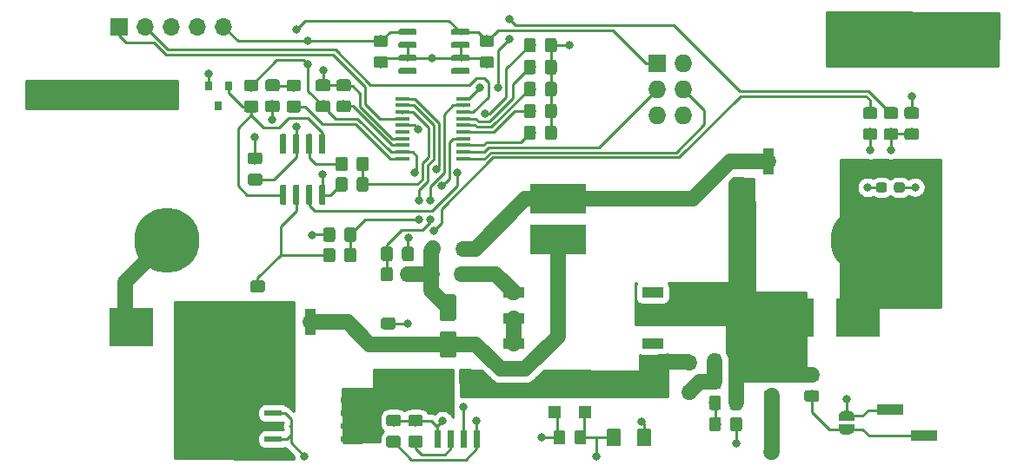
<source format=gbr>
G04 #@! TF.GenerationSoftware,KiCad,Pcbnew,(5.1.4)-1*
G04 #@! TF.CreationDate,2020-02-04T14:44:49-05:00*
G04 #@! TF.ProjectId,CellMan,43656c6c-4d61-46e2-9e6b-696361645f70,2.0*
G04 #@! TF.SameCoordinates,Original*
G04 #@! TF.FileFunction,Copper,L1,Top*
G04 #@! TF.FilePolarity,Positive*
%FSLAX46Y46*%
G04 Gerber Fmt 4.6, Leading zero omitted, Abs format (unit mm)*
G04 Created by KiCad (PCBNEW (5.1.4)-1) date 2020-02-04 14:44:49*
%MOMM*%
%LPD*%
G04 APERTURE LIST*
%ADD10C,6.350000*%
%ADD11C,0.100000*%
%ADD12C,0.600000*%
%ADD13C,1.150000*%
%ADD14C,1.425000*%
%ADD15R,1.250000X1.220000*%
%ADD16R,5.400000X3.000000*%
%ADD17R,4.240000X3.810000*%
%ADD18R,1.450000X0.450000*%
%ADD19R,1.220000X1.250000*%
%ADD20R,2.080000X1.070000*%
%ADD21R,0.800000X0.900000*%
%ADD22R,2.510000X1.000000*%
%ADD23C,0.500000*%
%ADD24R,1.000000X2.510000*%
%ADD25C,1.600000*%
%ADD26O,1.727200X1.727200*%
%ADD27R,1.727200X1.727200*%
%ADD28C,0.950000*%
%ADD29R,1.750000X0.550000*%
%ADD30O,1.700000X1.700000*%
%ADD31R,1.700000X1.700000*%
%ADD32C,0.800000*%
%ADD33C,0.250000*%
%ADD34C,1.500000*%
%ADD35C,0.254000*%
G04 APERTURE END LIST*
D10*
X175717200Y-105003600D03*
X107899200Y-105003600D03*
D11*
G36*
X138269703Y-123470722D02*
G01*
X138284264Y-123472882D01*
X138298543Y-123476459D01*
X138312403Y-123481418D01*
X138325710Y-123487712D01*
X138338336Y-123495280D01*
X138350159Y-123504048D01*
X138361066Y-123513934D01*
X138370952Y-123524841D01*
X138379720Y-123536664D01*
X138387288Y-123549290D01*
X138393582Y-123562597D01*
X138398541Y-123576457D01*
X138402118Y-123590736D01*
X138404278Y-123605297D01*
X138405000Y-123620000D01*
X138405000Y-125070000D01*
X138404278Y-125084703D01*
X138402118Y-125099264D01*
X138398541Y-125113543D01*
X138393582Y-125127403D01*
X138387288Y-125140710D01*
X138379720Y-125153336D01*
X138370952Y-125165159D01*
X138361066Y-125176066D01*
X138350159Y-125185952D01*
X138338336Y-125194720D01*
X138325710Y-125202288D01*
X138312403Y-125208582D01*
X138298543Y-125213541D01*
X138284264Y-125217118D01*
X138269703Y-125219278D01*
X138255000Y-125220000D01*
X137955000Y-125220000D01*
X137940297Y-125219278D01*
X137925736Y-125217118D01*
X137911457Y-125213541D01*
X137897597Y-125208582D01*
X137884290Y-125202288D01*
X137871664Y-125194720D01*
X137859841Y-125185952D01*
X137848934Y-125176066D01*
X137839048Y-125165159D01*
X137830280Y-125153336D01*
X137822712Y-125140710D01*
X137816418Y-125127403D01*
X137811459Y-125113543D01*
X137807882Y-125099264D01*
X137805722Y-125084703D01*
X137805000Y-125070000D01*
X137805000Y-123620000D01*
X137805722Y-123605297D01*
X137807882Y-123590736D01*
X137811459Y-123576457D01*
X137816418Y-123562597D01*
X137822712Y-123549290D01*
X137830280Y-123536664D01*
X137839048Y-123524841D01*
X137848934Y-123513934D01*
X137859841Y-123504048D01*
X137871664Y-123495280D01*
X137884290Y-123487712D01*
X137897597Y-123481418D01*
X137911457Y-123476459D01*
X137925736Y-123472882D01*
X137940297Y-123470722D01*
X137955000Y-123470000D01*
X138255000Y-123470000D01*
X138269703Y-123470722D01*
X138269703Y-123470722D01*
G37*
D12*
X138105000Y-124345000D03*
D11*
G36*
X136999703Y-123470722D02*
G01*
X137014264Y-123472882D01*
X137028543Y-123476459D01*
X137042403Y-123481418D01*
X137055710Y-123487712D01*
X137068336Y-123495280D01*
X137080159Y-123504048D01*
X137091066Y-123513934D01*
X137100952Y-123524841D01*
X137109720Y-123536664D01*
X137117288Y-123549290D01*
X137123582Y-123562597D01*
X137128541Y-123576457D01*
X137132118Y-123590736D01*
X137134278Y-123605297D01*
X137135000Y-123620000D01*
X137135000Y-125070000D01*
X137134278Y-125084703D01*
X137132118Y-125099264D01*
X137128541Y-125113543D01*
X137123582Y-125127403D01*
X137117288Y-125140710D01*
X137109720Y-125153336D01*
X137100952Y-125165159D01*
X137091066Y-125176066D01*
X137080159Y-125185952D01*
X137068336Y-125194720D01*
X137055710Y-125202288D01*
X137042403Y-125208582D01*
X137028543Y-125213541D01*
X137014264Y-125217118D01*
X136999703Y-125219278D01*
X136985000Y-125220000D01*
X136685000Y-125220000D01*
X136670297Y-125219278D01*
X136655736Y-125217118D01*
X136641457Y-125213541D01*
X136627597Y-125208582D01*
X136614290Y-125202288D01*
X136601664Y-125194720D01*
X136589841Y-125185952D01*
X136578934Y-125176066D01*
X136569048Y-125165159D01*
X136560280Y-125153336D01*
X136552712Y-125140710D01*
X136546418Y-125127403D01*
X136541459Y-125113543D01*
X136537882Y-125099264D01*
X136535722Y-125084703D01*
X136535000Y-125070000D01*
X136535000Y-123620000D01*
X136535722Y-123605297D01*
X136537882Y-123590736D01*
X136541459Y-123576457D01*
X136546418Y-123562597D01*
X136552712Y-123549290D01*
X136560280Y-123536664D01*
X136569048Y-123524841D01*
X136578934Y-123513934D01*
X136589841Y-123504048D01*
X136601664Y-123495280D01*
X136614290Y-123487712D01*
X136627597Y-123481418D01*
X136641457Y-123476459D01*
X136655736Y-123472882D01*
X136670297Y-123470722D01*
X136685000Y-123470000D01*
X136985000Y-123470000D01*
X136999703Y-123470722D01*
X136999703Y-123470722D01*
G37*
D12*
X136835000Y-124345000D03*
D11*
G36*
X135729703Y-123470722D02*
G01*
X135744264Y-123472882D01*
X135758543Y-123476459D01*
X135772403Y-123481418D01*
X135785710Y-123487712D01*
X135798336Y-123495280D01*
X135810159Y-123504048D01*
X135821066Y-123513934D01*
X135830952Y-123524841D01*
X135839720Y-123536664D01*
X135847288Y-123549290D01*
X135853582Y-123562597D01*
X135858541Y-123576457D01*
X135862118Y-123590736D01*
X135864278Y-123605297D01*
X135865000Y-123620000D01*
X135865000Y-125070000D01*
X135864278Y-125084703D01*
X135862118Y-125099264D01*
X135858541Y-125113543D01*
X135853582Y-125127403D01*
X135847288Y-125140710D01*
X135839720Y-125153336D01*
X135830952Y-125165159D01*
X135821066Y-125176066D01*
X135810159Y-125185952D01*
X135798336Y-125194720D01*
X135785710Y-125202288D01*
X135772403Y-125208582D01*
X135758543Y-125213541D01*
X135744264Y-125217118D01*
X135729703Y-125219278D01*
X135715000Y-125220000D01*
X135415000Y-125220000D01*
X135400297Y-125219278D01*
X135385736Y-125217118D01*
X135371457Y-125213541D01*
X135357597Y-125208582D01*
X135344290Y-125202288D01*
X135331664Y-125194720D01*
X135319841Y-125185952D01*
X135308934Y-125176066D01*
X135299048Y-125165159D01*
X135290280Y-125153336D01*
X135282712Y-125140710D01*
X135276418Y-125127403D01*
X135271459Y-125113543D01*
X135267882Y-125099264D01*
X135265722Y-125084703D01*
X135265000Y-125070000D01*
X135265000Y-123620000D01*
X135265722Y-123605297D01*
X135267882Y-123590736D01*
X135271459Y-123576457D01*
X135276418Y-123562597D01*
X135282712Y-123549290D01*
X135290280Y-123536664D01*
X135299048Y-123524841D01*
X135308934Y-123513934D01*
X135319841Y-123504048D01*
X135331664Y-123495280D01*
X135344290Y-123487712D01*
X135357597Y-123481418D01*
X135371457Y-123476459D01*
X135385736Y-123472882D01*
X135400297Y-123470722D01*
X135415000Y-123470000D01*
X135715000Y-123470000D01*
X135729703Y-123470722D01*
X135729703Y-123470722D01*
G37*
D12*
X135565000Y-124345000D03*
D11*
G36*
X134459703Y-123470722D02*
G01*
X134474264Y-123472882D01*
X134488543Y-123476459D01*
X134502403Y-123481418D01*
X134515710Y-123487712D01*
X134528336Y-123495280D01*
X134540159Y-123504048D01*
X134551066Y-123513934D01*
X134560952Y-123524841D01*
X134569720Y-123536664D01*
X134577288Y-123549290D01*
X134583582Y-123562597D01*
X134588541Y-123576457D01*
X134592118Y-123590736D01*
X134594278Y-123605297D01*
X134595000Y-123620000D01*
X134595000Y-125070000D01*
X134594278Y-125084703D01*
X134592118Y-125099264D01*
X134588541Y-125113543D01*
X134583582Y-125127403D01*
X134577288Y-125140710D01*
X134569720Y-125153336D01*
X134560952Y-125165159D01*
X134551066Y-125176066D01*
X134540159Y-125185952D01*
X134528336Y-125194720D01*
X134515710Y-125202288D01*
X134502403Y-125208582D01*
X134488543Y-125213541D01*
X134474264Y-125217118D01*
X134459703Y-125219278D01*
X134445000Y-125220000D01*
X134145000Y-125220000D01*
X134130297Y-125219278D01*
X134115736Y-125217118D01*
X134101457Y-125213541D01*
X134087597Y-125208582D01*
X134074290Y-125202288D01*
X134061664Y-125194720D01*
X134049841Y-125185952D01*
X134038934Y-125176066D01*
X134029048Y-125165159D01*
X134020280Y-125153336D01*
X134012712Y-125140710D01*
X134006418Y-125127403D01*
X134001459Y-125113543D01*
X133997882Y-125099264D01*
X133995722Y-125084703D01*
X133995000Y-125070000D01*
X133995000Y-123620000D01*
X133995722Y-123605297D01*
X133997882Y-123590736D01*
X134001459Y-123576457D01*
X134006418Y-123562597D01*
X134012712Y-123549290D01*
X134020280Y-123536664D01*
X134029048Y-123524841D01*
X134038934Y-123513934D01*
X134049841Y-123504048D01*
X134061664Y-123495280D01*
X134074290Y-123487712D01*
X134087597Y-123481418D01*
X134101457Y-123476459D01*
X134115736Y-123472882D01*
X134130297Y-123470722D01*
X134145000Y-123470000D01*
X134445000Y-123470000D01*
X134459703Y-123470722D01*
X134459703Y-123470722D01*
G37*
D12*
X134295000Y-124345000D03*
D11*
G36*
X134459703Y-118320722D02*
G01*
X134474264Y-118322882D01*
X134488543Y-118326459D01*
X134502403Y-118331418D01*
X134515710Y-118337712D01*
X134528336Y-118345280D01*
X134540159Y-118354048D01*
X134551066Y-118363934D01*
X134560952Y-118374841D01*
X134569720Y-118386664D01*
X134577288Y-118399290D01*
X134583582Y-118412597D01*
X134588541Y-118426457D01*
X134592118Y-118440736D01*
X134594278Y-118455297D01*
X134595000Y-118470000D01*
X134595000Y-119920000D01*
X134594278Y-119934703D01*
X134592118Y-119949264D01*
X134588541Y-119963543D01*
X134583582Y-119977403D01*
X134577288Y-119990710D01*
X134569720Y-120003336D01*
X134560952Y-120015159D01*
X134551066Y-120026066D01*
X134540159Y-120035952D01*
X134528336Y-120044720D01*
X134515710Y-120052288D01*
X134502403Y-120058582D01*
X134488543Y-120063541D01*
X134474264Y-120067118D01*
X134459703Y-120069278D01*
X134445000Y-120070000D01*
X134145000Y-120070000D01*
X134130297Y-120069278D01*
X134115736Y-120067118D01*
X134101457Y-120063541D01*
X134087597Y-120058582D01*
X134074290Y-120052288D01*
X134061664Y-120044720D01*
X134049841Y-120035952D01*
X134038934Y-120026066D01*
X134029048Y-120015159D01*
X134020280Y-120003336D01*
X134012712Y-119990710D01*
X134006418Y-119977403D01*
X134001459Y-119963543D01*
X133997882Y-119949264D01*
X133995722Y-119934703D01*
X133995000Y-119920000D01*
X133995000Y-118470000D01*
X133995722Y-118455297D01*
X133997882Y-118440736D01*
X134001459Y-118426457D01*
X134006418Y-118412597D01*
X134012712Y-118399290D01*
X134020280Y-118386664D01*
X134029048Y-118374841D01*
X134038934Y-118363934D01*
X134049841Y-118354048D01*
X134061664Y-118345280D01*
X134074290Y-118337712D01*
X134087597Y-118331418D01*
X134101457Y-118326459D01*
X134115736Y-118322882D01*
X134130297Y-118320722D01*
X134145000Y-118320000D01*
X134445000Y-118320000D01*
X134459703Y-118320722D01*
X134459703Y-118320722D01*
G37*
D12*
X134295000Y-119195000D03*
D11*
G36*
X135729703Y-118320722D02*
G01*
X135744264Y-118322882D01*
X135758543Y-118326459D01*
X135772403Y-118331418D01*
X135785710Y-118337712D01*
X135798336Y-118345280D01*
X135810159Y-118354048D01*
X135821066Y-118363934D01*
X135830952Y-118374841D01*
X135839720Y-118386664D01*
X135847288Y-118399290D01*
X135853582Y-118412597D01*
X135858541Y-118426457D01*
X135862118Y-118440736D01*
X135864278Y-118455297D01*
X135865000Y-118470000D01*
X135865000Y-119920000D01*
X135864278Y-119934703D01*
X135862118Y-119949264D01*
X135858541Y-119963543D01*
X135853582Y-119977403D01*
X135847288Y-119990710D01*
X135839720Y-120003336D01*
X135830952Y-120015159D01*
X135821066Y-120026066D01*
X135810159Y-120035952D01*
X135798336Y-120044720D01*
X135785710Y-120052288D01*
X135772403Y-120058582D01*
X135758543Y-120063541D01*
X135744264Y-120067118D01*
X135729703Y-120069278D01*
X135715000Y-120070000D01*
X135415000Y-120070000D01*
X135400297Y-120069278D01*
X135385736Y-120067118D01*
X135371457Y-120063541D01*
X135357597Y-120058582D01*
X135344290Y-120052288D01*
X135331664Y-120044720D01*
X135319841Y-120035952D01*
X135308934Y-120026066D01*
X135299048Y-120015159D01*
X135290280Y-120003336D01*
X135282712Y-119990710D01*
X135276418Y-119977403D01*
X135271459Y-119963543D01*
X135267882Y-119949264D01*
X135265722Y-119934703D01*
X135265000Y-119920000D01*
X135265000Y-118470000D01*
X135265722Y-118455297D01*
X135267882Y-118440736D01*
X135271459Y-118426457D01*
X135276418Y-118412597D01*
X135282712Y-118399290D01*
X135290280Y-118386664D01*
X135299048Y-118374841D01*
X135308934Y-118363934D01*
X135319841Y-118354048D01*
X135331664Y-118345280D01*
X135344290Y-118337712D01*
X135357597Y-118331418D01*
X135371457Y-118326459D01*
X135385736Y-118322882D01*
X135400297Y-118320722D01*
X135415000Y-118320000D01*
X135715000Y-118320000D01*
X135729703Y-118320722D01*
X135729703Y-118320722D01*
G37*
D12*
X135565000Y-119195000D03*
D11*
G36*
X136999703Y-118320722D02*
G01*
X137014264Y-118322882D01*
X137028543Y-118326459D01*
X137042403Y-118331418D01*
X137055710Y-118337712D01*
X137068336Y-118345280D01*
X137080159Y-118354048D01*
X137091066Y-118363934D01*
X137100952Y-118374841D01*
X137109720Y-118386664D01*
X137117288Y-118399290D01*
X137123582Y-118412597D01*
X137128541Y-118426457D01*
X137132118Y-118440736D01*
X137134278Y-118455297D01*
X137135000Y-118470000D01*
X137135000Y-119920000D01*
X137134278Y-119934703D01*
X137132118Y-119949264D01*
X137128541Y-119963543D01*
X137123582Y-119977403D01*
X137117288Y-119990710D01*
X137109720Y-120003336D01*
X137100952Y-120015159D01*
X137091066Y-120026066D01*
X137080159Y-120035952D01*
X137068336Y-120044720D01*
X137055710Y-120052288D01*
X137042403Y-120058582D01*
X137028543Y-120063541D01*
X137014264Y-120067118D01*
X136999703Y-120069278D01*
X136985000Y-120070000D01*
X136685000Y-120070000D01*
X136670297Y-120069278D01*
X136655736Y-120067118D01*
X136641457Y-120063541D01*
X136627597Y-120058582D01*
X136614290Y-120052288D01*
X136601664Y-120044720D01*
X136589841Y-120035952D01*
X136578934Y-120026066D01*
X136569048Y-120015159D01*
X136560280Y-120003336D01*
X136552712Y-119990710D01*
X136546418Y-119977403D01*
X136541459Y-119963543D01*
X136537882Y-119949264D01*
X136535722Y-119934703D01*
X136535000Y-119920000D01*
X136535000Y-118470000D01*
X136535722Y-118455297D01*
X136537882Y-118440736D01*
X136541459Y-118426457D01*
X136546418Y-118412597D01*
X136552712Y-118399290D01*
X136560280Y-118386664D01*
X136569048Y-118374841D01*
X136578934Y-118363934D01*
X136589841Y-118354048D01*
X136601664Y-118345280D01*
X136614290Y-118337712D01*
X136627597Y-118331418D01*
X136641457Y-118326459D01*
X136655736Y-118322882D01*
X136670297Y-118320722D01*
X136685000Y-118320000D01*
X136985000Y-118320000D01*
X136999703Y-118320722D01*
X136999703Y-118320722D01*
G37*
D12*
X136835000Y-119195000D03*
D11*
G36*
X138269703Y-118320722D02*
G01*
X138284264Y-118322882D01*
X138298543Y-118326459D01*
X138312403Y-118331418D01*
X138325710Y-118337712D01*
X138338336Y-118345280D01*
X138350159Y-118354048D01*
X138361066Y-118363934D01*
X138370952Y-118374841D01*
X138379720Y-118386664D01*
X138387288Y-118399290D01*
X138393582Y-118412597D01*
X138398541Y-118426457D01*
X138402118Y-118440736D01*
X138404278Y-118455297D01*
X138405000Y-118470000D01*
X138405000Y-119920000D01*
X138404278Y-119934703D01*
X138402118Y-119949264D01*
X138398541Y-119963543D01*
X138393582Y-119977403D01*
X138387288Y-119990710D01*
X138379720Y-120003336D01*
X138370952Y-120015159D01*
X138361066Y-120026066D01*
X138350159Y-120035952D01*
X138338336Y-120044720D01*
X138325710Y-120052288D01*
X138312403Y-120058582D01*
X138298543Y-120063541D01*
X138284264Y-120067118D01*
X138269703Y-120069278D01*
X138255000Y-120070000D01*
X137955000Y-120070000D01*
X137940297Y-120069278D01*
X137925736Y-120067118D01*
X137911457Y-120063541D01*
X137897597Y-120058582D01*
X137884290Y-120052288D01*
X137871664Y-120044720D01*
X137859841Y-120035952D01*
X137848934Y-120026066D01*
X137839048Y-120015159D01*
X137830280Y-120003336D01*
X137822712Y-119990710D01*
X137816418Y-119977403D01*
X137811459Y-119963543D01*
X137807882Y-119949264D01*
X137805722Y-119934703D01*
X137805000Y-119920000D01*
X137805000Y-118470000D01*
X137805722Y-118455297D01*
X137807882Y-118440736D01*
X137811459Y-118426457D01*
X137816418Y-118412597D01*
X137822712Y-118399290D01*
X137830280Y-118386664D01*
X137839048Y-118374841D01*
X137848934Y-118363934D01*
X137859841Y-118354048D01*
X137871664Y-118345280D01*
X137884290Y-118337712D01*
X137897597Y-118331418D01*
X137911457Y-118326459D01*
X137925736Y-118322882D01*
X137940297Y-118320722D01*
X137955000Y-118320000D01*
X138255000Y-118320000D01*
X138269703Y-118320722D01*
X138269703Y-118320722D01*
G37*
D12*
X138105000Y-119195000D03*
D11*
G36*
X176904505Y-91971204D02*
G01*
X176928773Y-91974804D01*
X176952572Y-91980765D01*
X176975671Y-91989030D01*
X176997850Y-91999520D01*
X177018893Y-92012132D01*
X177038599Y-92026747D01*
X177056777Y-92043223D01*
X177073253Y-92061401D01*
X177087868Y-92081107D01*
X177100480Y-92102150D01*
X177110970Y-92124329D01*
X177119235Y-92147428D01*
X177125196Y-92171227D01*
X177128796Y-92195495D01*
X177130000Y-92219999D01*
X177130000Y-92870001D01*
X177128796Y-92894505D01*
X177125196Y-92918773D01*
X177119235Y-92942572D01*
X177110970Y-92965671D01*
X177100480Y-92987850D01*
X177087868Y-93008893D01*
X177073253Y-93028599D01*
X177056777Y-93046777D01*
X177038599Y-93063253D01*
X177018893Y-93077868D01*
X176997850Y-93090480D01*
X176975671Y-93100970D01*
X176952572Y-93109235D01*
X176928773Y-93115196D01*
X176904505Y-93118796D01*
X176880001Y-93120000D01*
X175979999Y-93120000D01*
X175955495Y-93118796D01*
X175931227Y-93115196D01*
X175907428Y-93109235D01*
X175884329Y-93100970D01*
X175862150Y-93090480D01*
X175841107Y-93077868D01*
X175821401Y-93063253D01*
X175803223Y-93046777D01*
X175786747Y-93028599D01*
X175772132Y-93008893D01*
X175759520Y-92987850D01*
X175749030Y-92965671D01*
X175740765Y-92942572D01*
X175734804Y-92918773D01*
X175731204Y-92894505D01*
X175730000Y-92870001D01*
X175730000Y-92219999D01*
X175731204Y-92195495D01*
X175734804Y-92171227D01*
X175740765Y-92147428D01*
X175749030Y-92124329D01*
X175759520Y-92102150D01*
X175772132Y-92081107D01*
X175786747Y-92061401D01*
X175803223Y-92043223D01*
X175821401Y-92026747D01*
X175841107Y-92012132D01*
X175862150Y-91999520D01*
X175884329Y-91989030D01*
X175907428Y-91980765D01*
X175931227Y-91974804D01*
X175955495Y-91971204D01*
X175979999Y-91970000D01*
X176880001Y-91970000D01*
X176904505Y-91971204D01*
X176904505Y-91971204D01*
G37*
D13*
X176430000Y-92545000D03*
D11*
G36*
X176904505Y-94021204D02*
G01*
X176928773Y-94024804D01*
X176952572Y-94030765D01*
X176975671Y-94039030D01*
X176997850Y-94049520D01*
X177018893Y-94062132D01*
X177038599Y-94076747D01*
X177056777Y-94093223D01*
X177073253Y-94111401D01*
X177087868Y-94131107D01*
X177100480Y-94152150D01*
X177110970Y-94174329D01*
X177119235Y-94197428D01*
X177125196Y-94221227D01*
X177128796Y-94245495D01*
X177130000Y-94269999D01*
X177130000Y-94920001D01*
X177128796Y-94944505D01*
X177125196Y-94968773D01*
X177119235Y-94992572D01*
X177110970Y-95015671D01*
X177100480Y-95037850D01*
X177087868Y-95058893D01*
X177073253Y-95078599D01*
X177056777Y-95096777D01*
X177038599Y-95113253D01*
X177018893Y-95127868D01*
X176997850Y-95140480D01*
X176975671Y-95150970D01*
X176952572Y-95159235D01*
X176928773Y-95165196D01*
X176904505Y-95168796D01*
X176880001Y-95170000D01*
X175979999Y-95170000D01*
X175955495Y-95168796D01*
X175931227Y-95165196D01*
X175907428Y-95159235D01*
X175884329Y-95150970D01*
X175862150Y-95140480D01*
X175841107Y-95127868D01*
X175821401Y-95113253D01*
X175803223Y-95096777D01*
X175786747Y-95078599D01*
X175772132Y-95058893D01*
X175759520Y-95037850D01*
X175749030Y-95015671D01*
X175740765Y-94992572D01*
X175734804Y-94968773D01*
X175731204Y-94944505D01*
X175730000Y-94920001D01*
X175730000Y-94269999D01*
X175731204Y-94245495D01*
X175734804Y-94221227D01*
X175740765Y-94197428D01*
X175749030Y-94174329D01*
X175759520Y-94152150D01*
X175772132Y-94131107D01*
X175786747Y-94111401D01*
X175803223Y-94093223D01*
X175821401Y-94076747D01*
X175841107Y-94062132D01*
X175862150Y-94049520D01*
X175884329Y-94039030D01*
X175907428Y-94030765D01*
X175931227Y-94024804D01*
X175955495Y-94021204D01*
X175979999Y-94020000D01*
X176880001Y-94020000D01*
X176904505Y-94021204D01*
X176904505Y-94021204D01*
G37*
D13*
X176430000Y-94595000D03*
D11*
G36*
X178929505Y-94021204D02*
G01*
X178953773Y-94024804D01*
X178977572Y-94030765D01*
X179000671Y-94039030D01*
X179022850Y-94049520D01*
X179043893Y-94062132D01*
X179063599Y-94076747D01*
X179081777Y-94093223D01*
X179098253Y-94111401D01*
X179112868Y-94131107D01*
X179125480Y-94152150D01*
X179135970Y-94174329D01*
X179144235Y-94197428D01*
X179150196Y-94221227D01*
X179153796Y-94245495D01*
X179155000Y-94269999D01*
X179155000Y-94920001D01*
X179153796Y-94944505D01*
X179150196Y-94968773D01*
X179144235Y-94992572D01*
X179135970Y-95015671D01*
X179125480Y-95037850D01*
X179112868Y-95058893D01*
X179098253Y-95078599D01*
X179081777Y-95096777D01*
X179063599Y-95113253D01*
X179043893Y-95127868D01*
X179022850Y-95140480D01*
X179000671Y-95150970D01*
X178977572Y-95159235D01*
X178953773Y-95165196D01*
X178929505Y-95168796D01*
X178905001Y-95170000D01*
X178004999Y-95170000D01*
X177980495Y-95168796D01*
X177956227Y-95165196D01*
X177932428Y-95159235D01*
X177909329Y-95150970D01*
X177887150Y-95140480D01*
X177866107Y-95127868D01*
X177846401Y-95113253D01*
X177828223Y-95096777D01*
X177811747Y-95078599D01*
X177797132Y-95058893D01*
X177784520Y-95037850D01*
X177774030Y-95015671D01*
X177765765Y-94992572D01*
X177759804Y-94968773D01*
X177756204Y-94944505D01*
X177755000Y-94920001D01*
X177755000Y-94269999D01*
X177756204Y-94245495D01*
X177759804Y-94221227D01*
X177765765Y-94197428D01*
X177774030Y-94174329D01*
X177784520Y-94152150D01*
X177797132Y-94131107D01*
X177811747Y-94111401D01*
X177828223Y-94093223D01*
X177846401Y-94076747D01*
X177866107Y-94062132D01*
X177887150Y-94049520D01*
X177909329Y-94039030D01*
X177932428Y-94030765D01*
X177956227Y-94024804D01*
X177980495Y-94021204D01*
X178004999Y-94020000D01*
X178905001Y-94020000D01*
X178929505Y-94021204D01*
X178929505Y-94021204D01*
G37*
D13*
X178455000Y-94595000D03*
D11*
G36*
X178929505Y-91971204D02*
G01*
X178953773Y-91974804D01*
X178977572Y-91980765D01*
X179000671Y-91989030D01*
X179022850Y-91999520D01*
X179043893Y-92012132D01*
X179063599Y-92026747D01*
X179081777Y-92043223D01*
X179098253Y-92061401D01*
X179112868Y-92081107D01*
X179125480Y-92102150D01*
X179135970Y-92124329D01*
X179144235Y-92147428D01*
X179150196Y-92171227D01*
X179153796Y-92195495D01*
X179155000Y-92219999D01*
X179155000Y-92870001D01*
X179153796Y-92894505D01*
X179150196Y-92918773D01*
X179144235Y-92942572D01*
X179135970Y-92965671D01*
X179125480Y-92987850D01*
X179112868Y-93008893D01*
X179098253Y-93028599D01*
X179081777Y-93046777D01*
X179063599Y-93063253D01*
X179043893Y-93077868D01*
X179022850Y-93090480D01*
X179000671Y-93100970D01*
X178977572Y-93109235D01*
X178953773Y-93115196D01*
X178929505Y-93118796D01*
X178905001Y-93120000D01*
X178004999Y-93120000D01*
X177980495Y-93118796D01*
X177956227Y-93115196D01*
X177932428Y-93109235D01*
X177909329Y-93100970D01*
X177887150Y-93090480D01*
X177866107Y-93077868D01*
X177846401Y-93063253D01*
X177828223Y-93046777D01*
X177811747Y-93028599D01*
X177797132Y-93008893D01*
X177784520Y-92987850D01*
X177774030Y-92965671D01*
X177765765Y-92942572D01*
X177759804Y-92918773D01*
X177756204Y-92894505D01*
X177755000Y-92870001D01*
X177755000Y-92219999D01*
X177756204Y-92195495D01*
X177759804Y-92171227D01*
X177765765Y-92147428D01*
X177774030Y-92124329D01*
X177784520Y-92102150D01*
X177797132Y-92081107D01*
X177811747Y-92061401D01*
X177828223Y-92043223D01*
X177846401Y-92026747D01*
X177866107Y-92012132D01*
X177887150Y-91999520D01*
X177909329Y-91989030D01*
X177932428Y-91980765D01*
X177956227Y-91974804D01*
X177980495Y-91971204D01*
X178004999Y-91970000D01*
X178905001Y-91970000D01*
X178929505Y-91971204D01*
X178929505Y-91971204D01*
G37*
D13*
X178455000Y-92545000D03*
D11*
G36*
X154914504Y-123326204D02*
G01*
X154938773Y-123329804D01*
X154962571Y-123335765D01*
X154985671Y-123344030D01*
X155007849Y-123354520D01*
X155028893Y-123367133D01*
X155048598Y-123381747D01*
X155066777Y-123398223D01*
X155083253Y-123416402D01*
X155097867Y-123436107D01*
X155110480Y-123457151D01*
X155120970Y-123479329D01*
X155129235Y-123502429D01*
X155135196Y-123526227D01*
X155138796Y-123550496D01*
X155140000Y-123575000D01*
X155140000Y-124825000D01*
X155138796Y-124849504D01*
X155135196Y-124873773D01*
X155129235Y-124897571D01*
X155120970Y-124920671D01*
X155110480Y-124942849D01*
X155097867Y-124963893D01*
X155083253Y-124983598D01*
X155066777Y-125001777D01*
X155048598Y-125018253D01*
X155028893Y-125032867D01*
X155007849Y-125045480D01*
X154985671Y-125055970D01*
X154962571Y-125064235D01*
X154938773Y-125070196D01*
X154914504Y-125073796D01*
X154890000Y-125075000D01*
X153965000Y-125075000D01*
X153940496Y-125073796D01*
X153916227Y-125070196D01*
X153892429Y-125064235D01*
X153869329Y-125055970D01*
X153847151Y-125045480D01*
X153826107Y-125032867D01*
X153806402Y-125018253D01*
X153788223Y-125001777D01*
X153771747Y-124983598D01*
X153757133Y-124963893D01*
X153744520Y-124942849D01*
X153734030Y-124920671D01*
X153725765Y-124897571D01*
X153719804Y-124873773D01*
X153716204Y-124849504D01*
X153715000Y-124825000D01*
X153715000Y-123575000D01*
X153716204Y-123550496D01*
X153719804Y-123526227D01*
X153725765Y-123502429D01*
X153734030Y-123479329D01*
X153744520Y-123457151D01*
X153757133Y-123436107D01*
X153771747Y-123416402D01*
X153788223Y-123398223D01*
X153806402Y-123381747D01*
X153826107Y-123367133D01*
X153847151Y-123354520D01*
X153869329Y-123344030D01*
X153892429Y-123335765D01*
X153916227Y-123329804D01*
X153940496Y-123326204D01*
X153965000Y-123325000D01*
X154890000Y-123325000D01*
X154914504Y-123326204D01*
X154914504Y-123326204D01*
G37*
D14*
X154427500Y-124200000D03*
D11*
G36*
X151939504Y-123326204D02*
G01*
X151963773Y-123329804D01*
X151987571Y-123335765D01*
X152010671Y-123344030D01*
X152032849Y-123354520D01*
X152053893Y-123367133D01*
X152073598Y-123381747D01*
X152091777Y-123398223D01*
X152108253Y-123416402D01*
X152122867Y-123436107D01*
X152135480Y-123457151D01*
X152145970Y-123479329D01*
X152154235Y-123502429D01*
X152160196Y-123526227D01*
X152163796Y-123550496D01*
X152165000Y-123575000D01*
X152165000Y-124825000D01*
X152163796Y-124849504D01*
X152160196Y-124873773D01*
X152154235Y-124897571D01*
X152145970Y-124920671D01*
X152135480Y-124942849D01*
X152122867Y-124963893D01*
X152108253Y-124983598D01*
X152091777Y-125001777D01*
X152073598Y-125018253D01*
X152053893Y-125032867D01*
X152032849Y-125045480D01*
X152010671Y-125055970D01*
X151987571Y-125064235D01*
X151963773Y-125070196D01*
X151939504Y-125073796D01*
X151915000Y-125075000D01*
X150990000Y-125075000D01*
X150965496Y-125073796D01*
X150941227Y-125070196D01*
X150917429Y-125064235D01*
X150894329Y-125055970D01*
X150872151Y-125045480D01*
X150851107Y-125032867D01*
X150831402Y-125018253D01*
X150813223Y-125001777D01*
X150796747Y-124983598D01*
X150782133Y-124963893D01*
X150769520Y-124942849D01*
X150759030Y-124920671D01*
X150750765Y-124897571D01*
X150744804Y-124873773D01*
X150741204Y-124849504D01*
X150740000Y-124825000D01*
X150740000Y-123575000D01*
X150741204Y-123550496D01*
X150744804Y-123526227D01*
X150750765Y-123502429D01*
X150759030Y-123479329D01*
X150769520Y-123457151D01*
X150782133Y-123436107D01*
X150796747Y-123416402D01*
X150813223Y-123398223D01*
X150831402Y-123381747D01*
X150851107Y-123367133D01*
X150872151Y-123354520D01*
X150894329Y-123344030D01*
X150917429Y-123335765D01*
X150941227Y-123329804D01*
X150965496Y-123326204D01*
X150990000Y-123325000D01*
X151915000Y-123325000D01*
X151939504Y-123326204D01*
X151939504Y-123326204D01*
G37*
D14*
X151452500Y-124200000D03*
D15*
X148665000Y-121730000D03*
X145715000Y-121730000D03*
D11*
G36*
X146514505Y-123501204D02*
G01*
X146538773Y-123504804D01*
X146562572Y-123510765D01*
X146585671Y-123519030D01*
X146607850Y-123529520D01*
X146628893Y-123542132D01*
X146648599Y-123556747D01*
X146666777Y-123573223D01*
X146683253Y-123591401D01*
X146697868Y-123611107D01*
X146710480Y-123632150D01*
X146720970Y-123654329D01*
X146729235Y-123677428D01*
X146735196Y-123701227D01*
X146738796Y-123725495D01*
X146740000Y-123749999D01*
X146740000Y-124650001D01*
X146738796Y-124674505D01*
X146735196Y-124698773D01*
X146729235Y-124722572D01*
X146720970Y-124745671D01*
X146710480Y-124767850D01*
X146697868Y-124788893D01*
X146683253Y-124808599D01*
X146666777Y-124826777D01*
X146648599Y-124843253D01*
X146628893Y-124857868D01*
X146607850Y-124870480D01*
X146585671Y-124880970D01*
X146562572Y-124889235D01*
X146538773Y-124895196D01*
X146514505Y-124898796D01*
X146490001Y-124900000D01*
X145839999Y-124900000D01*
X145815495Y-124898796D01*
X145791227Y-124895196D01*
X145767428Y-124889235D01*
X145744329Y-124880970D01*
X145722150Y-124870480D01*
X145701107Y-124857868D01*
X145681401Y-124843253D01*
X145663223Y-124826777D01*
X145646747Y-124808599D01*
X145632132Y-124788893D01*
X145619520Y-124767850D01*
X145609030Y-124745671D01*
X145600765Y-124722572D01*
X145594804Y-124698773D01*
X145591204Y-124674505D01*
X145590000Y-124650001D01*
X145590000Y-123749999D01*
X145591204Y-123725495D01*
X145594804Y-123701227D01*
X145600765Y-123677428D01*
X145609030Y-123654329D01*
X145619520Y-123632150D01*
X145632132Y-123611107D01*
X145646747Y-123591401D01*
X145663223Y-123573223D01*
X145681401Y-123556747D01*
X145701107Y-123542132D01*
X145722150Y-123529520D01*
X145744329Y-123519030D01*
X145767428Y-123510765D01*
X145791227Y-123504804D01*
X145815495Y-123501204D01*
X145839999Y-123500000D01*
X146490001Y-123500000D01*
X146514505Y-123501204D01*
X146514505Y-123501204D01*
G37*
D13*
X146165000Y-124200000D03*
D11*
G36*
X148564505Y-123501204D02*
G01*
X148588773Y-123504804D01*
X148612572Y-123510765D01*
X148635671Y-123519030D01*
X148657850Y-123529520D01*
X148678893Y-123542132D01*
X148698599Y-123556747D01*
X148716777Y-123573223D01*
X148733253Y-123591401D01*
X148747868Y-123611107D01*
X148760480Y-123632150D01*
X148770970Y-123654329D01*
X148779235Y-123677428D01*
X148785196Y-123701227D01*
X148788796Y-123725495D01*
X148790000Y-123749999D01*
X148790000Y-124650001D01*
X148788796Y-124674505D01*
X148785196Y-124698773D01*
X148779235Y-124722572D01*
X148770970Y-124745671D01*
X148760480Y-124767850D01*
X148747868Y-124788893D01*
X148733253Y-124808599D01*
X148716777Y-124826777D01*
X148698599Y-124843253D01*
X148678893Y-124857868D01*
X148657850Y-124870480D01*
X148635671Y-124880970D01*
X148612572Y-124889235D01*
X148588773Y-124895196D01*
X148564505Y-124898796D01*
X148540001Y-124900000D01*
X147889999Y-124900000D01*
X147865495Y-124898796D01*
X147841227Y-124895196D01*
X147817428Y-124889235D01*
X147794329Y-124880970D01*
X147772150Y-124870480D01*
X147751107Y-124857868D01*
X147731401Y-124843253D01*
X147713223Y-124826777D01*
X147696747Y-124808599D01*
X147682132Y-124788893D01*
X147669520Y-124767850D01*
X147659030Y-124745671D01*
X147650765Y-124722572D01*
X147644804Y-124698773D01*
X147641204Y-124674505D01*
X147640000Y-124650001D01*
X147640000Y-123749999D01*
X147641204Y-123725495D01*
X147644804Y-123701227D01*
X147650765Y-123677428D01*
X147659030Y-123654329D01*
X147669520Y-123632150D01*
X147682132Y-123611107D01*
X147696747Y-123591401D01*
X147713223Y-123573223D01*
X147731401Y-123556747D01*
X147751107Y-123542132D01*
X147772150Y-123529520D01*
X147794329Y-123519030D01*
X147817428Y-123510765D01*
X147841227Y-123504804D01*
X147865495Y-123501204D01*
X147889999Y-123500000D01*
X148540001Y-123500000D01*
X148564505Y-123501204D01*
X148564505Y-123501204D01*
G37*
D13*
X148215000Y-124200000D03*
D11*
G36*
X129974505Y-114551204D02*
G01*
X129998773Y-114554804D01*
X130022572Y-114560765D01*
X130045671Y-114569030D01*
X130067850Y-114579520D01*
X130088893Y-114592132D01*
X130108599Y-114606747D01*
X130126777Y-114623223D01*
X130143253Y-114641401D01*
X130157868Y-114661107D01*
X130170480Y-114682150D01*
X130180970Y-114704329D01*
X130189235Y-114727428D01*
X130195196Y-114751227D01*
X130198796Y-114775495D01*
X130200000Y-114799999D01*
X130200000Y-115450001D01*
X130198796Y-115474505D01*
X130195196Y-115498773D01*
X130189235Y-115522572D01*
X130180970Y-115545671D01*
X130170480Y-115567850D01*
X130157868Y-115588893D01*
X130143253Y-115608599D01*
X130126777Y-115626777D01*
X130108599Y-115643253D01*
X130088893Y-115657868D01*
X130067850Y-115670480D01*
X130045671Y-115680970D01*
X130022572Y-115689235D01*
X129998773Y-115695196D01*
X129974505Y-115698796D01*
X129950001Y-115700000D01*
X129049999Y-115700000D01*
X129025495Y-115698796D01*
X129001227Y-115695196D01*
X128977428Y-115689235D01*
X128954329Y-115680970D01*
X128932150Y-115670480D01*
X128911107Y-115657868D01*
X128891401Y-115643253D01*
X128873223Y-115626777D01*
X128856747Y-115608599D01*
X128842132Y-115588893D01*
X128829520Y-115567850D01*
X128819030Y-115545671D01*
X128810765Y-115522572D01*
X128804804Y-115498773D01*
X128801204Y-115474505D01*
X128800000Y-115450001D01*
X128800000Y-114799999D01*
X128801204Y-114775495D01*
X128804804Y-114751227D01*
X128810765Y-114727428D01*
X128819030Y-114704329D01*
X128829520Y-114682150D01*
X128842132Y-114661107D01*
X128856747Y-114641401D01*
X128873223Y-114623223D01*
X128891401Y-114606747D01*
X128911107Y-114592132D01*
X128932150Y-114579520D01*
X128954329Y-114569030D01*
X128977428Y-114560765D01*
X129001227Y-114554804D01*
X129025495Y-114551204D01*
X129049999Y-114550000D01*
X129950001Y-114550000D01*
X129974505Y-114551204D01*
X129974505Y-114551204D01*
G37*
D13*
X129500000Y-115125000D03*
D11*
G36*
X129974505Y-112501204D02*
G01*
X129998773Y-112504804D01*
X130022572Y-112510765D01*
X130045671Y-112519030D01*
X130067850Y-112529520D01*
X130088893Y-112542132D01*
X130108599Y-112556747D01*
X130126777Y-112573223D01*
X130143253Y-112591401D01*
X130157868Y-112611107D01*
X130170480Y-112632150D01*
X130180970Y-112654329D01*
X130189235Y-112677428D01*
X130195196Y-112701227D01*
X130198796Y-112725495D01*
X130200000Y-112749999D01*
X130200000Y-113400001D01*
X130198796Y-113424505D01*
X130195196Y-113448773D01*
X130189235Y-113472572D01*
X130180970Y-113495671D01*
X130170480Y-113517850D01*
X130157868Y-113538893D01*
X130143253Y-113558599D01*
X130126777Y-113576777D01*
X130108599Y-113593253D01*
X130088893Y-113607868D01*
X130067850Y-113620480D01*
X130045671Y-113630970D01*
X130022572Y-113639235D01*
X129998773Y-113645196D01*
X129974505Y-113648796D01*
X129950001Y-113650000D01*
X129049999Y-113650000D01*
X129025495Y-113648796D01*
X129001227Y-113645196D01*
X128977428Y-113639235D01*
X128954329Y-113630970D01*
X128932150Y-113620480D01*
X128911107Y-113607868D01*
X128891401Y-113593253D01*
X128873223Y-113576777D01*
X128856747Y-113558599D01*
X128842132Y-113538893D01*
X128829520Y-113517850D01*
X128819030Y-113495671D01*
X128810765Y-113472572D01*
X128804804Y-113448773D01*
X128801204Y-113424505D01*
X128800000Y-113400001D01*
X128800000Y-112749999D01*
X128801204Y-112725495D01*
X128804804Y-112701227D01*
X128810765Y-112677428D01*
X128819030Y-112654329D01*
X128829520Y-112632150D01*
X128842132Y-112611107D01*
X128856747Y-112591401D01*
X128873223Y-112573223D01*
X128891401Y-112556747D01*
X128911107Y-112542132D01*
X128932150Y-112529520D01*
X128954329Y-112519030D01*
X128977428Y-112510765D01*
X129001227Y-112504804D01*
X129025495Y-112501204D01*
X129049999Y-112500000D01*
X129950001Y-112500000D01*
X129974505Y-112501204D01*
X129974505Y-112501204D01*
G37*
D13*
X129500000Y-113075000D03*
D16*
X146050000Y-100920000D03*
X146050000Y-104920000D03*
D11*
G36*
X125304505Y-98805030D02*
G01*
X125328773Y-98808630D01*
X125352572Y-98814591D01*
X125375671Y-98822856D01*
X125397850Y-98833346D01*
X125418893Y-98845958D01*
X125438599Y-98860573D01*
X125456777Y-98877049D01*
X125473253Y-98895227D01*
X125487868Y-98914933D01*
X125500480Y-98935976D01*
X125510970Y-98958155D01*
X125519235Y-98981254D01*
X125525196Y-99005053D01*
X125528796Y-99029321D01*
X125530000Y-99053825D01*
X125530000Y-99953827D01*
X125528796Y-99978331D01*
X125525196Y-100002599D01*
X125519235Y-100026398D01*
X125510970Y-100049497D01*
X125500480Y-100071676D01*
X125487868Y-100092719D01*
X125473253Y-100112425D01*
X125456777Y-100130603D01*
X125438599Y-100147079D01*
X125418893Y-100161694D01*
X125397850Y-100174306D01*
X125375671Y-100184796D01*
X125352572Y-100193061D01*
X125328773Y-100199022D01*
X125304505Y-100202622D01*
X125280001Y-100203826D01*
X124629999Y-100203826D01*
X124605495Y-100202622D01*
X124581227Y-100199022D01*
X124557428Y-100193061D01*
X124534329Y-100184796D01*
X124512150Y-100174306D01*
X124491107Y-100161694D01*
X124471401Y-100147079D01*
X124453223Y-100130603D01*
X124436747Y-100112425D01*
X124422132Y-100092719D01*
X124409520Y-100071676D01*
X124399030Y-100049497D01*
X124390765Y-100026398D01*
X124384804Y-100002599D01*
X124381204Y-99978331D01*
X124380000Y-99953827D01*
X124380000Y-99053825D01*
X124381204Y-99029321D01*
X124384804Y-99005053D01*
X124390765Y-98981254D01*
X124399030Y-98958155D01*
X124409520Y-98935976D01*
X124422132Y-98914933D01*
X124436747Y-98895227D01*
X124453223Y-98877049D01*
X124471401Y-98860573D01*
X124491107Y-98845958D01*
X124512150Y-98833346D01*
X124534329Y-98822856D01*
X124557428Y-98814591D01*
X124581227Y-98808630D01*
X124605495Y-98805030D01*
X124629999Y-98803826D01*
X125280001Y-98803826D01*
X125304505Y-98805030D01*
X125304505Y-98805030D01*
G37*
D13*
X124955000Y-99503826D03*
D11*
G36*
X127354505Y-98805030D02*
G01*
X127378773Y-98808630D01*
X127402572Y-98814591D01*
X127425671Y-98822856D01*
X127447850Y-98833346D01*
X127468893Y-98845958D01*
X127488599Y-98860573D01*
X127506777Y-98877049D01*
X127523253Y-98895227D01*
X127537868Y-98914933D01*
X127550480Y-98935976D01*
X127560970Y-98958155D01*
X127569235Y-98981254D01*
X127575196Y-99005053D01*
X127578796Y-99029321D01*
X127580000Y-99053825D01*
X127580000Y-99953827D01*
X127578796Y-99978331D01*
X127575196Y-100002599D01*
X127569235Y-100026398D01*
X127560970Y-100049497D01*
X127550480Y-100071676D01*
X127537868Y-100092719D01*
X127523253Y-100112425D01*
X127506777Y-100130603D01*
X127488599Y-100147079D01*
X127468893Y-100161694D01*
X127447850Y-100174306D01*
X127425671Y-100184796D01*
X127402572Y-100193061D01*
X127378773Y-100199022D01*
X127354505Y-100202622D01*
X127330001Y-100203826D01*
X126679999Y-100203826D01*
X126655495Y-100202622D01*
X126631227Y-100199022D01*
X126607428Y-100193061D01*
X126584329Y-100184796D01*
X126562150Y-100174306D01*
X126541107Y-100161694D01*
X126521401Y-100147079D01*
X126503223Y-100130603D01*
X126486747Y-100112425D01*
X126472132Y-100092719D01*
X126459520Y-100071676D01*
X126449030Y-100049497D01*
X126440765Y-100026398D01*
X126434804Y-100002599D01*
X126431204Y-99978331D01*
X126430000Y-99953827D01*
X126430000Y-99053825D01*
X126431204Y-99029321D01*
X126434804Y-99005053D01*
X126440765Y-98981254D01*
X126449030Y-98958155D01*
X126459520Y-98935976D01*
X126472132Y-98914933D01*
X126486747Y-98895227D01*
X126503223Y-98877049D01*
X126521401Y-98860573D01*
X126541107Y-98845958D01*
X126562150Y-98833346D01*
X126584329Y-98822856D01*
X126607428Y-98814591D01*
X126631227Y-98808630D01*
X126655495Y-98805030D01*
X126679999Y-98803826D01*
X127330001Y-98803826D01*
X127354505Y-98805030D01*
X127354505Y-98805030D01*
G37*
D13*
X127005000Y-99503826D03*
D11*
G36*
X127354505Y-96811204D02*
G01*
X127378773Y-96814804D01*
X127402572Y-96820765D01*
X127425671Y-96829030D01*
X127447850Y-96839520D01*
X127468893Y-96852132D01*
X127488599Y-96866747D01*
X127506777Y-96883223D01*
X127523253Y-96901401D01*
X127537868Y-96921107D01*
X127550480Y-96942150D01*
X127560970Y-96964329D01*
X127569235Y-96987428D01*
X127575196Y-97011227D01*
X127578796Y-97035495D01*
X127580000Y-97059999D01*
X127580000Y-97960001D01*
X127578796Y-97984505D01*
X127575196Y-98008773D01*
X127569235Y-98032572D01*
X127560970Y-98055671D01*
X127550480Y-98077850D01*
X127537868Y-98098893D01*
X127523253Y-98118599D01*
X127506777Y-98136777D01*
X127488599Y-98153253D01*
X127468893Y-98167868D01*
X127447850Y-98180480D01*
X127425671Y-98190970D01*
X127402572Y-98199235D01*
X127378773Y-98205196D01*
X127354505Y-98208796D01*
X127330001Y-98210000D01*
X126679999Y-98210000D01*
X126655495Y-98208796D01*
X126631227Y-98205196D01*
X126607428Y-98199235D01*
X126584329Y-98190970D01*
X126562150Y-98180480D01*
X126541107Y-98167868D01*
X126521401Y-98153253D01*
X126503223Y-98136777D01*
X126486747Y-98118599D01*
X126472132Y-98098893D01*
X126459520Y-98077850D01*
X126449030Y-98055671D01*
X126440765Y-98032572D01*
X126434804Y-98008773D01*
X126431204Y-97984505D01*
X126430000Y-97960001D01*
X126430000Y-97059999D01*
X126431204Y-97035495D01*
X126434804Y-97011227D01*
X126440765Y-96987428D01*
X126449030Y-96964329D01*
X126459520Y-96942150D01*
X126472132Y-96921107D01*
X126486747Y-96901401D01*
X126503223Y-96883223D01*
X126521401Y-96866747D01*
X126541107Y-96852132D01*
X126562150Y-96839520D01*
X126584329Y-96829030D01*
X126607428Y-96820765D01*
X126631227Y-96814804D01*
X126655495Y-96811204D01*
X126679999Y-96810000D01*
X127330001Y-96810000D01*
X127354505Y-96811204D01*
X127354505Y-96811204D01*
G37*
D13*
X127005000Y-97510000D03*
D11*
G36*
X125304505Y-96811204D02*
G01*
X125328773Y-96814804D01*
X125352572Y-96820765D01*
X125375671Y-96829030D01*
X125397850Y-96839520D01*
X125418893Y-96852132D01*
X125438599Y-96866747D01*
X125456777Y-96883223D01*
X125473253Y-96901401D01*
X125487868Y-96921107D01*
X125500480Y-96942150D01*
X125510970Y-96964329D01*
X125519235Y-96987428D01*
X125525196Y-97011227D01*
X125528796Y-97035495D01*
X125530000Y-97059999D01*
X125530000Y-97960001D01*
X125528796Y-97984505D01*
X125525196Y-98008773D01*
X125519235Y-98032572D01*
X125510970Y-98055671D01*
X125500480Y-98077850D01*
X125487868Y-98098893D01*
X125473253Y-98118599D01*
X125456777Y-98136777D01*
X125438599Y-98153253D01*
X125418893Y-98167868D01*
X125397850Y-98180480D01*
X125375671Y-98190970D01*
X125352572Y-98199235D01*
X125328773Y-98205196D01*
X125304505Y-98208796D01*
X125280001Y-98210000D01*
X124629999Y-98210000D01*
X124605495Y-98208796D01*
X124581227Y-98205196D01*
X124557428Y-98199235D01*
X124534329Y-98190970D01*
X124512150Y-98180480D01*
X124491107Y-98167868D01*
X124471401Y-98153253D01*
X124453223Y-98136777D01*
X124436747Y-98118599D01*
X124422132Y-98098893D01*
X124409520Y-98077850D01*
X124399030Y-98055671D01*
X124390765Y-98032572D01*
X124384804Y-98008773D01*
X124381204Y-97984505D01*
X124380000Y-97960001D01*
X124380000Y-97059999D01*
X124381204Y-97035495D01*
X124384804Y-97011227D01*
X124390765Y-96987428D01*
X124399030Y-96964329D01*
X124409520Y-96942150D01*
X124422132Y-96921107D01*
X124436747Y-96901401D01*
X124453223Y-96883223D01*
X124471401Y-96866747D01*
X124491107Y-96852132D01*
X124512150Y-96839520D01*
X124534329Y-96829030D01*
X124557428Y-96820765D01*
X124581227Y-96814804D01*
X124605495Y-96811204D01*
X124629999Y-96810000D01*
X125280001Y-96810000D01*
X125304505Y-96811204D01*
X125304505Y-96811204D01*
G37*
D13*
X124955000Y-97510000D03*
D17*
X104500000Y-113400000D03*
X110890000Y-113400000D03*
X175240000Y-112530000D03*
X168850000Y-112530000D03*
D18*
X136785000Y-91145000D03*
X136785000Y-91795000D03*
X136785000Y-92445000D03*
X136785000Y-93095000D03*
X136785000Y-93745000D03*
X136785000Y-94395000D03*
X136785000Y-95045000D03*
X136785000Y-95695000D03*
X136785000Y-96345000D03*
X136785000Y-96995000D03*
X130885000Y-96995000D03*
X130885000Y-96345000D03*
X130885000Y-95695000D03*
X130885000Y-95045000D03*
X130885000Y-94395000D03*
X130885000Y-93745000D03*
X130885000Y-93095000D03*
X130885000Y-92445000D03*
X130885000Y-91795000D03*
X130885000Y-91145000D03*
D19*
X158790000Y-119825000D03*
X158790000Y-116875000D03*
D20*
X141690000Y-117535000D03*
X155250000Y-117535000D03*
X141690000Y-115045000D03*
X155250000Y-115045000D03*
X141690000Y-112555000D03*
X155250000Y-112555000D03*
X141690000Y-110065000D03*
X155250000Y-110065000D03*
D21*
X113920000Y-89880000D03*
X112020000Y-89880000D03*
X112970000Y-91880000D03*
D11*
G36*
X116624505Y-91331204D02*
G01*
X116648773Y-91334804D01*
X116672572Y-91340765D01*
X116695671Y-91349030D01*
X116717850Y-91359520D01*
X116738893Y-91372132D01*
X116758599Y-91386747D01*
X116776777Y-91403223D01*
X116793253Y-91421401D01*
X116807868Y-91441107D01*
X116820480Y-91462150D01*
X116830970Y-91484329D01*
X116839235Y-91507428D01*
X116845196Y-91531227D01*
X116848796Y-91555495D01*
X116850000Y-91579999D01*
X116850000Y-92230001D01*
X116848796Y-92254505D01*
X116845196Y-92278773D01*
X116839235Y-92302572D01*
X116830970Y-92325671D01*
X116820480Y-92347850D01*
X116807868Y-92368893D01*
X116793253Y-92388599D01*
X116776777Y-92406777D01*
X116758599Y-92423253D01*
X116738893Y-92437868D01*
X116717850Y-92450480D01*
X116695671Y-92460970D01*
X116672572Y-92469235D01*
X116648773Y-92475196D01*
X116624505Y-92478796D01*
X116600001Y-92480000D01*
X115699999Y-92480000D01*
X115675495Y-92478796D01*
X115651227Y-92475196D01*
X115627428Y-92469235D01*
X115604329Y-92460970D01*
X115582150Y-92450480D01*
X115561107Y-92437868D01*
X115541401Y-92423253D01*
X115523223Y-92406777D01*
X115506747Y-92388599D01*
X115492132Y-92368893D01*
X115479520Y-92347850D01*
X115469030Y-92325671D01*
X115460765Y-92302572D01*
X115454804Y-92278773D01*
X115451204Y-92254505D01*
X115450000Y-92230001D01*
X115450000Y-91579999D01*
X115451204Y-91555495D01*
X115454804Y-91531227D01*
X115460765Y-91507428D01*
X115469030Y-91484329D01*
X115479520Y-91462150D01*
X115492132Y-91441107D01*
X115506747Y-91421401D01*
X115523223Y-91403223D01*
X115541401Y-91386747D01*
X115561107Y-91372132D01*
X115582150Y-91359520D01*
X115604329Y-91349030D01*
X115627428Y-91340765D01*
X115651227Y-91334804D01*
X115675495Y-91331204D01*
X115699999Y-91330000D01*
X116600001Y-91330000D01*
X116624505Y-91331204D01*
X116624505Y-91331204D01*
G37*
D13*
X116150000Y-91905000D03*
D11*
G36*
X116624505Y-89281204D02*
G01*
X116648773Y-89284804D01*
X116672572Y-89290765D01*
X116695671Y-89299030D01*
X116717850Y-89309520D01*
X116738893Y-89322132D01*
X116758599Y-89336747D01*
X116776777Y-89353223D01*
X116793253Y-89371401D01*
X116807868Y-89391107D01*
X116820480Y-89412150D01*
X116830970Y-89434329D01*
X116839235Y-89457428D01*
X116845196Y-89481227D01*
X116848796Y-89505495D01*
X116850000Y-89529999D01*
X116850000Y-90180001D01*
X116848796Y-90204505D01*
X116845196Y-90228773D01*
X116839235Y-90252572D01*
X116830970Y-90275671D01*
X116820480Y-90297850D01*
X116807868Y-90318893D01*
X116793253Y-90338599D01*
X116776777Y-90356777D01*
X116758599Y-90373253D01*
X116738893Y-90387868D01*
X116717850Y-90400480D01*
X116695671Y-90410970D01*
X116672572Y-90419235D01*
X116648773Y-90425196D01*
X116624505Y-90428796D01*
X116600001Y-90430000D01*
X115699999Y-90430000D01*
X115675495Y-90428796D01*
X115651227Y-90425196D01*
X115627428Y-90419235D01*
X115604329Y-90410970D01*
X115582150Y-90400480D01*
X115561107Y-90387868D01*
X115541401Y-90373253D01*
X115523223Y-90356777D01*
X115506747Y-90338599D01*
X115492132Y-90318893D01*
X115479520Y-90297850D01*
X115469030Y-90275671D01*
X115460765Y-90252572D01*
X115454804Y-90228773D01*
X115451204Y-90204505D01*
X115450000Y-90180001D01*
X115450000Y-89529999D01*
X115451204Y-89505495D01*
X115454804Y-89481227D01*
X115460765Y-89457428D01*
X115469030Y-89434329D01*
X115479520Y-89412150D01*
X115492132Y-89391107D01*
X115506747Y-89371401D01*
X115523223Y-89353223D01*
X115541401Y-89336747D01*
X115561107Y-89322132D01*
X115582150Y-89309520D01*
X115604329Y-89299030D01*
X115627428Y-89290765D01*
X115651227Y-89284804D01*
X115675495Y-89281204D01*
X115699999Y-89280000D01*
X116600001Y-89280000D01*
X116624505Y-89281204D01*
X116624505Y-89281204D01*
G37*
D13*
X116150000Y-89855000D03*
D11*
G36*
X119429703Y-94590722D02*
G01*
X119444264Y-94592882D01*
X119458543Y-94596459D01*
X119472403Y-94601418D01*
X119485710Y-94607712D01*
X119498336Y-94615280D01*
X119510159Y-94624048D01*
X119521066Y-94633934D01*
X119530952Y-94644841D01*
X119539720Y-94656664D01*
X119547288Y-94669290D01*
X119553582Y-94682597D01*
X119558541Y-94696457D01*
X119562118Y-94710736D01*
X119564278Y-94725297D01*
X119565000Y-94740000D01*
X119565000Y-96390000D01*
X119564278Y-96404703D01*
X119562118Y-96419264D01*
X119558541Y-96433543D01*
X119553582Y-96447403D01*
X119547288Y-96460710D01*
X119539720Y-96473336D01*
X119530952Y-96485159D01*
X119521066Y-96496066D01*
X119510159Y-96505952D01*
X119498336Y-96514720D01*
X119485710Y-96522288D01*
X119472403Y-96528582D01*
X119458543Y-96533541D01*
X119444264Y-96537118D01*
X119429703Y-96539278D01*
X119415000Y-96540000D01*
X119115000Y-96540000D01*
X119100297Y-96539278D01*
X119085736Y-96537118D01*
X119071457Y-96533541D01*
X119057597Y-96528582D01*
X119044290Y-96522288D01*
X119031664Y-96514720D01*
X119019841Y-96505952D01*
X119008934Y-96496066D01*
X118999048Y-96485159D01*
X118990280Y-96473336D01*
X118982712Y-96460710D01*
X118976418Y-96447403D01*
X118971459Y-96433543D01*
X118967882Y-96419264D01*
X118965722Y-96404703D01*
X118965000Y-96390000D01*
X118965000Y-94740000D01*
X118965722Y-94725297D01*
X118967882Y-94710736D01*
X118971459Y-94696457D01*
X118976418Y-94682597D01*
X118982712Y-94669290D01*
X118990280Y-94656664D01*
X118999048Y-94644841D01*
X119008934Y-94633934D01*
X119019841Y-94624048D01*
X119031664Y-94615280D01*
X119044290Y-94607712D01*
X119057597Y-94601418D01*
X119071457Y-94596459D01*
X119085736Y-94592882D01*
X119100297Y-94590722D01*
X119115000Y-94590000D01*
X119415000Y-94590000D01*
X119429703Y-94590722D01*
X119429703Y-94590722D01*
G37*
D12*
X119265000Y-95565000D03*
D11*
G36*
X120699703Y-94590722D02*
G01*
X120714264Y-94592882D01*
X120728543Y-94596459D01*
X120742403Y-94601418D01*
X120755710Y-94607712D01*
X120768336Y-94615280D01*
X120780159Y-94624048D01*
X120791066Y-94633934D01*
X120800952Y-94644841D01*
X120809720Y-94656664D01*
X120817288Y-94669290D01*
X120823582Y-94682597D01*
X120828541Y-94696457D01*
X120832118Y-94710736D01*
X120834278Y-94725297D01*
X120835000Y-94740000D01*
X120835000Y-96390000D01*
X120834278Y-96404703D01*
X120832118Y-96419264D01*
X120828541Y-96433543D01*
X120823582Y-96447403D01*
X120817288Y-96460710D01*
X120809720Y-96473336D01*
X120800952Y-96485159D01*
X120791066Y-96496066D01*
X120780159Y-96505952D01*
X120768336Y-96514720D01*
X120755710Y-96522288D01*
X120742403Y-96528582D01*
X120728543Y-96533541D01*
X120714264Y-96537118D01*
X120699703Y-96539278D01*
X120685000Y-96540000D01*
X120385000Y-96540000D01*
X120370297Y-96539278D01*
X120355736Y-96537118D01*
X120341457Y-96533541D01*
X120327597Y-96528582D01*
X120314290Y-96522288D01*
X120301664Y-96514720D01*
X120289841Y-96505952D01*
X120278934Y-96496066D01*
X120269048Y-96485159D01*
X120260280Y-96473336D01*
X120252712Y-96460710D01*
X120246418Y-96447403D01*
X120241459Y-96433543D01*
X120237882Y-96419264D01*
X120235722Y-96404703D01*
X120235000Y-96390000D01*
X120235000Y-94740000D01*
X120235722Y-94725297D01*
X120237882Y-94710736D01*
X120241459Y-94696457D01*
X120246418Y-94682597D01*
X120252712Y-94669290D01*
X120260280Y-94656664D01*
X120269048Y-94644841D01*
X120278934Y-94633934D01*
X120289841Y-94624048D01*
X120301664Y-94615280D01*
X120314290Y-94607712D01*
X120327597Y-94601418D01*
X120341457Y-94596459D01*
X120355736Y-94592882D01*
X120370297Y-94590722D01*
X120385000Y-94590000D01*
X120685000Y-94590000D01*
X120699703Y-94590722D01*
X120699703Y-94590722D01*
G37*
D12*
X120535000Y-95565000D03*
D11*
G36*
X121969703Y-94590722D02*
G01*
X121984264Y-94592882D01*
X121998543Y-94596459D01*
X122012403Y-94601418D01*
X122025710Y-94607712D01*
X122038336Y-94615280D01*
X122050159Y-94624048D01*
X122061066Y-94633934D01*
X122070952Y-94644841D01*
X122079720Y-94656664D01*
X122087288Y-94669290D01*
X122093582Y-94682597D01*
X122098541Y-94696457D01*
X122102118Y-94710736D01*
X122104278Y-94725297D01*
X122105000Y-94740000D01*
X122105000Y-96390000D01*
X122104278Y-96404703D01*
X122102118Y-96419264D01*
X122098541Y-96433543D01*
X122093582Y-96447403D01*
X122087288Y-96460710D01*
X122079720Y-96473336D01*
X122070952Y-96485159D01*
X122061066Y-96496066D01*
X122050159Y-96505952D01*
X122038336Y-96514720D01*
X122025710Y-96522288D01*
X122012403Y-96528582D01*
X121998543Y-96533541D01*
X121984264Y-96537118D01*
X121969703Y-96539278D01*
X121955000Y-96540000D01*
X121655000Y-96540000D01*
X121640297Y-96539278D01*
X121625736Y-96537118D01*
X121611457Y-96533541D01*
X121597597Y-96528582D01*
X121584290Y-96522288D01*
X121571664Y-96514720D01*
X121559841Y-96505952D01*
X121548934Y-96496066D01*
X121539048Y-96485159D01*
X121530280Y-96473336D01*
X121522712Y-96460710D01*
X121516418Y-96447403D01*
X121511459Y-96433543D01*
X121507882Y-96419264D01*
X121505722Y-96404703D01*
X121505000Y-96390000D01*
X121505000Y-94740000D01*
X121505722Y-94725297D01*
X121507882Y-94710736D01*
X121511459Y-94696457D01*
X121516418Y-94682597D01*
X121522712Y-94669290D01*
X121530280Y-94656664D01*
X121539048Y-94644841D01*
X121548934Y-94633934D01*
X121559841Y-94624048D01*
X121571664Y-94615280D01*
X121584290Y-94607712D01*
X121597597Y-94601418D01*
X121611457Y-94596459D01*
X121625736Y-94592882D01*
X121640297Y-94590722D01*
X121655000Y-94590000D01*
X121955000Y-94590000D01*
X121969703Y-94590722D01*
X121969703Y-94590722D01*
G37*
D12*
X121805000Y-95565000D03*
D11*
G36*
X123239703Y-94590722D02*
G01*
X123254264Y-94592882D01*
X123268543Y-94596459D01*
X123282403Y-94601418D01*
X123295710Y-94607712D01*
X123308336Y-94615280D01*
X123320159Y-94624048D01*
X123331066Y-94633934D01*
X123340952Y-94644841D01*
X123349720Y-94656664D01*
X123357288Y-94669290D01*
X123363582Y-94682597D01*
X123368541Y-94696457D01*
X123372118Y-94710736D01*
X123374278Y-94725297D01*
X123375000Y-94740000D01*
X123375000Y-96390000D01*
X123374278Y-96404703D01*
X123372118Y-96419264D01*
X123368541Y-96433543D01*
X123363582Y-96447403D01*
X123357288Y-96460710D01*
X123349720Y-96473336D01*
X123340952Y-96485159D01*
X123331066Y-96496066D01*
X123320159Y-96505952D01*
X123308336Y-96514720D01*
X123295710Y-96522288D01*
X123282403Y-96528582D01*
X123268543Y-96533541D01*
X123254264Y-96537118D01*
X123239703Y-96539278D01*
X123225000Y-96540000D01*
X122925000Y-96540000D01*
X122910297Y-96539278D01*
X122895736Y-96537118D01*
X122881457Y-96533541D01*
X122867597Y-96528582D01*
X122854290Y-96522288D01*
X122841664Y-96514720D01*
X122829841Y-96505952D01*
X122818934Y-96496066D01*
X122809048Y-96485159D01*
X122800280Y-96473336D01*
X122792712Y-96460710D01*
X122786418Y-96447403D01*
X122781459Y-96433543D01*
X122777882Y-96419264D01*
X122775722Y-96404703D01*
X122775000Y-96390000D01*
X122775000Y-94740000D01*
X122775722Y-94725297D01*
X122777882Y-94710736D01*
X122781459Y-94696457D01*
X122786418Y-94682597D01*
X122792712Y-94669290D01*
X122800280Y-94656664D01*
X122809048Y-94644841D01*
X122818934Y-94633934D01*
X122829841Y-94624048D01*
X122841664Y-94615280D01*
X122854290Y-94607712D01*
X122867597Y-94601418D01*
X122881457Y-94596459D01*
X122895736Y-94592882D01*
X122910297Y-94590722D01*
X122925000Y-94590000D01*
X123225000Y-94590000D01*
X123239703Y-94590722D01*
X123239703Y-94590722D01*
G37*
D12*
X123075000Y-95565000D03*
D11*
G36*
X123239703Y-99540722D02*
G01*
X123254264Y-99542882D01*
X123268543Y-99546459D01*
X123282403Y-99551418D01*
X123295710Y-99557712D01*
X123308336Y-99565280D01*
X123320159Y-99574048D01*
X123331066Y-99583934D01*
X123340952Y-99594841D01*
X123349720Y-99606664D01*
X123357288Y-99619290D01*
X123363582Y-99632597D01*
X123368541Y-99646457D01*
X123372118Y-99660736D01*
X123374278Y-99675297D01*
X123375000Y-99690000D01*
X123375000Y-101340000D01*
X123374278Y-101354703D01*
X123372118Y-101369264D01*
X123368541Y-101383543D01*
X123363582Y-101397403D01*
X123357288Y-101410710D01*
X123349720Y-101423336D01*
X123340952Y-101435159D01*
X123331066Y-101446066D01*
X123320159Y-101455952D01*
X123308336Y-101464720D01*
X123295710Y-101472288D01*
X123282403Y-101478582D01*
X123268543Y-101483541D01*
X123254264Y-101487118D01*
X123239703Y-101489278D01*
X123225000Y-101490000D01*
X122925000Y-101490000D01*
X122910297Y-101489278D01*
X122895736Y-101487118D01*
X122881457Y-101483541D01*
X122867597Y-101478582D01*
X122854290Y-101472288D01*
X122841664Y-101464720D01*
X122829841Y-101455952D01*
X122818934Y-101446066D01*
X122809048Y-101435159D01*
X122800280Y-101423336D01*
X122792712Y-101410710D01*
X122786418Y-101397403D01*
X122781459Y-101383543D01*
X122777882Y-101369264D01*
X122775722Y-101354703D01*
X122775000Y-101340000D01*
X122775000Y-99690000D01*
X122775722Y-99675297D01*
X122777882Y-99660736D01*
X122781459Y-99646457D01*
X122786418Y-99632597D01*
X122792712Y-99619290D01*
X122800280Y-99606664D01*
X122809048Y-99594841D01*
X122818934Y-99583934D01*
X122829841Y-99574048D01*
X122841664Y-99565280D01*
X122854290Y-99557712D01*
X122867597Y-99551418D01*
X122881457Y-99546459D01*
X122895736Y-99542882D01*
X122910297Y-99540722D01*
X122925000Y-99540000D01*
X123225000Y-99540000D01*
X123239703Y-99540722D01*
X123239703Y-99540722D01*
G37*
D12*
X123075000Y-100515000D03*
D11*
G36*
X121969703Y-99540722D02*
G01*
X121984264Y-99542882D01*
X121998543Y-99546459D01*
X122012403Y-99551418D01*
X122025710Y-99557712D01*
X122038336Y-99565280D01*
X122050159Y-99574048D01*
X122061066Y-99583934D01*
X122070952Y-99594841D01*
X122079720Y-99606664D01*
X122087288Y-99619290D01*
X122093582Y-99632597D01*
X122098541Y-99646457D01*
X122102118Y-99660736D01*
X122104278Y-99675297D01*
X122105000Y-99690000D01*
X122105000Y-101340000D01*
X122104278Y-101354703D01*
X122102118Y-101369264D01*
X122098541Y-101383543D01*
X122093582Y-101397403D01*
X122087288Y-101410710D01*
X122079720Y-101423336D01*
X122070952Y-101435159D01*
X122061066Y-101446066D01*
X122050159Y-101455952D01*
X122038336Y-101464720D01*
X122025710Y-101472288D01*
X122012403Y-101478582D01*
X121998543Y-101483541D01*
X121984264Y-101487118D01*
X121969703Y-101489278D01*
X121955000Y-101490000D01*
X121655000Y-101490000D01*
X121640297Y-101489278D01*
X121625736Y-101487118D01*
X121611457Y-101483541D01*
X121597597Y-101478582D01*
X121584290Y-101472288D01*
X121571664Y-101464720D01*
X121559841Y-101455952D01*
X121548934Y-101446066D01*
X121539048Y-101435159D01*
X121530280Y-101423336D01*
X121522712Y-101410710D01*
X121516418Y-101397403D01*
X121511459Y-101383543D01*
X121507882Y-101369264D01*
X121505722Y-101354703D01*
X121505000Y-101340000D01*
X121505000Y-99690000D01*
X121505722Y-99675297D01*
X121507882Y-99660736D01*
X121511459Y-99646457D01*
X121516418Y-99632597D01*
X121522712Y-99619290D01*
X121530280Y-99606664D01*
X121539048Y-99594841D01*
X121548934Y-99583934D01*
X121559841Y-99574048D01*
X121571664Y-99565280D01*
X121584290Y-99557712D01*
X121597597Y-99551418D01*
X121611457Y-99546459D01*
X121625736Y-99542882D01*
X121640297Y-99540722D01*
X121655000Y-99540000D01*
X121955000Y-99540000D01*
X121969703Y-99540722D01*
X121969703Y-99540722D01*
G37*
D12*
X121805000Y-100515000D03*
D11*
G36*
X120699703Y-99540722D02*
G01*
X120714264Y-99542882D01*
X120728543Y-99546459D01*
X120742403Y-99551418D01*
X120755710Y-99557712D01*
X120768336Y-99565280D01*
X120780159Y-99574048D01*
X120791066Y-99583934D01*
X120800952Y-99594841D01*
X120809720Y-99606664D01*
X120817288Y-99619290D01*
X120823582Y-99632597D01*
X120828541Y-99646457D01*
X120832118Y-99660736D01*
X120834278Y-99675297D01*
X120835000Y-99690000D01*
X120835000Y-101340000D01*
X120834278Y-101354703D01*
X120832118Y-101369264D01*
X120828541Y-101383543D01*
X120823582Y-101397403D01*
X120817288Y-101410710D01*
X120809720Y-101423336D01*
X120800952Y-101435159D01*
X120791066Y-101446066D01*
X120780159Y-101455952D01*
X120768336Y-101464720D01*
X120755710Y-101472288D01*
X120742403Y-101478582D01*
X120728543Y-101483541D01*
X120714264Y-101487118D01*
X120699703Y-101489278D01*
X120685000Y-101490000D01*
X120385000Y-101490000D01*
X120370297Y-101489278D01*
X120355736Y-101487118D01*
X120341457Y-101483541D01*
X120327597Y-101478582D01*
X120314290Y-101472288D01*
X120301664Y-101464720D01*
X120289841Y-101455952D01*
X120278934Y-101446066D01*
X120269048Y-101435159D01*
X120260280Y-101423336D01*
X120252712Y-101410710D01*
X120246418Y-101397403D01*
X120241459Y-101383543D01*
X120237882Y-101369264D01*
X120235722Y-101354703D01*
X120235000Y-101340000D01*
X120235000Y-99690000D01*
X120235722Y-99675297D01*
X120237882Y-99660736D01*
X120241459Y-99646457D01*
X120246418Y-99632597D01*
X120252712Y-99619290D01*
X120260280Y-99606664D01*
X120269048Y-99594841D01*
X120278934Y-99583934D01*
X120289841Y-99574048D01*
X120301664Y-99565280D01*
X120314290Y-99557712D01*
X120327597Y-99551418D01*
X120341457Y-99546459D01*
X120355736Y-99542882D01*
X120370297Y-99540722D01*
X120385000Y-99540000D01*
X120685000Y-99540000D01*
X120699703Y-99540722D01*
X120699703Y-99540722D01*
G37*
D12*
X120535000Y-100515000D03*
D11*
G36*
X119429703Y-99540722D02*
G01*
X119444264Y-99542882D01*
X119458543Y-99546459D01*
X119472403Y-99551418D01*
X119485710Y-99557712D01*
X119498336Y-99565280D01*
X119510159Y-99574048D01*
X119521066Y-99583934D01*
X119530952Y-99594841D01*
X119539720Y-99606664D01*
X119547288Y-99619290D01*
X119553582Y-99632597D01*
X119558541Y-99646457D01*
X119562118Y-99660736D01*
X119564278Y-99675297D01*
X119565000Y-99690000D01*
X119565000Y-101340000D01*
X119564278Y-101354703D01*
X119562118Y-101369264D01*
X119558541Y-101383543D01*
X119553582Y-101397403D01*
X119547288Y-101410710D01*
X119539720Y-101423336D01*
X119530952Y-101435159D01*
X119521066Y-101446066D01*
X119510159Y-101455952D01*
X119498336Y-101464720D01*
X119485710Y-101472288D01*
X119472403Y-101478582D01*
X119458543Y-101483541D01*
X119444264Y-101487118D01*
X119429703Y-101489278D01*
X119415000Y-101490000D01*
X119115000Y-101490000D01*
X119100297Y-101489278D01*
X119085736Y-101487118D01*
X119071457Y-101483541D01*
X119057597Y-101478582D01*
X119044290Y-101472288D01*
X119031664Y-101464720D01*
X119019841Y-101455952D01*
X119008934Y-101446066D01*
X118999048Y-101435159D01*
X118990280Y-101423336D01*
X118982712Y-101410710D01*
X118976418Y-101397403D01*
X118971459Y-101383543D01*
X118967882Y-101369264D01*
X118965722Y-101354703D01*
X118965000Y-101340000D01*
X118965000Y-99690000D01*
X118965722Y-99675297D01*
X118967882Y-99660736D01*
X118971459Y-99646457D01*
X118976418Y-99632597D01*
X118982712Y-99619290D01*
X118990280Y-99606664D01*
X118999048Y-99594841D01*
X119008934Y-99583934D01*
X119019841Y-99574048D01*
X119031664Y-99565280D01*
X119044290Y-99557712D01*
X119057597Y-99551418D01*
X119071457Y-99546459D01*
X119085736Y-99542882D01*
X119100297Y-99540722D01*
X119115000Y-99540000D01*
X119415000Y-99540000D01*
X119429703Y-99540722D01*
X119429703Y-99540722D01*
G37*
D12*
X119265000Y-100515000D03*
D11*
G36*
X171214505Y-119577204D02*
G01*
X171238773Y-119580804D01*
X171262572Y-119586765D01*
X171285671Y-119595030D01*
X171307850Y-119605520D01*
X171328893Y-119618132D01*
X171348599Y-119632747D01*
X171366777Y-119649223D01*
X171383253Y-119667401D01*
X171397868Y-119687107D01*
X171410480Y-119708150D01*
X171420970Y-119730329D01*
X171429235Y-119753428D01*
X171435196Y-119777227D01*
X171438796Y-119801495D01*
X171440000Y-119825999D01*
X171440000Y-120476001D01*
X171438796Y-120500505D01*
X171435196Y-120524773D01*
X171429235Y-120548572D01*
X171420970Y-120571671D01*
X171410480Y-120593850D01*
X171397868Y-120614893D01*
X171383253Y-120634599D01*
X171366777Y-120652777D01*
X171348599Y-120669253D01*
X171328893Y-120683868D01*
X171307850Y-120696480D01*
X171285671Y-120706970D01*
X171262572Y-120715235D01*
X171238773Y-120721196D01*
X171214505Y-120724796D01*
X171190001Y-120726000D01*
X170289999Y-120726000D01*
X170265495Y-120724796D01*
X170241227Y-120721196D01*
X170217428Y-120715235D01*
X170194329Y-120706970D01*
X170172150Y-120696480D01*
X170151107Y-120683868D01*
X170131401Y-120669253D01*
X170113223Y-120652777D01*
X170096747Y-120634599D01*
X170082132Y-120614893D01*
X170069520Y-120593850D01*
X170059030Y-120571671D01*
X170050765Y-120548572D01*
X170044804Y-120524773D01*
X170041204Y-120500505D01*
X170040000Y-120476001D01*
X170040000Y-119825999D01*
X170041204Y-119801495D01*
X170044804Y-119777227D01*
X170050765Y-119753428D01*
X170059030Y-119730329D01*
X170069520Y-119708150D01*
X170082132Y-119687107D01*
X170096747Y-119667401D01*
X170113223Y-119649223D01*
X170131401Y-119632747D01*
X170151107Y-119618132D01*
X170172150Y-119605520D01*
X170194329Y-119595030D01*
X170217428Y-119586765D01*
X170241227Y-119580804D01*
X170265495Y-119577204D01*
X170289999Y-119576000D01*
X171190001Y-119576000D01*
X171214505Y-119577204D01*
X171214505Y-119577204D01*
G37*
D13*
X170740000Y-120151000D03*
D11*
G36*
X171214505Y-117527204D02*
G01*
X171238773Y-117530804D01*
X171262572Y-117536765D01*
X171285671Y-117545030D01*
X171307850Y-117555520D01*
X171328893Y-117568132D01*
X171348599Y-117582747D01*
X171366777Y-117599223D01*
X171383253Y-117617401D01*
X171397868Y-117637107D01*
X171410480Y-117658150D01*
X171420970Y-117680329D01*
X171429235Y-117703428D01*
X171435196Y-117727227D01*
X171438796Y-117751495D01*
X171440000Y-117775999D01*
X171440000Y-118426001D01*
X171438796Y-118450505D01*
X171435196Y-118474773D01*
X171429235Y-118498572D01*
X171420970Y-118521671D01*
X171410480Y-118543850D01*
X171397868Y-118564893D01*
X171383253Y-118584599D01*
X171366777Y-118602777D01*
X171348599Y-118619253D01*
X171328893Y-118633868D01*
X171307850Y-118646480D01*
X171285671Y-118656970D01*
X171262572Y-118665235D01*
X171238773Y-118671196D01*
X171214505Y-118674796D01*
X171190001Y-118676000D01*
X170289999Y-118676000D01*
X170265495Y-118674796D01*
X170241227Y-118671196D01*
X170217428Y-118665235D01*
X170194329Y-118656970D01*
X170172150Y-118646480D01*
X170151107Y-118633868D01*
X170131401Y-118619253D01*
X170113223Y-118602777D01*
X170096747Y-118584599D01*
X170082132Y-118564893D01*
X170069520Y-118543850D01*
X170059030Y-118521671D01*
X170050765Y-118498572D01*
X170044804Y-118474773D01*
X170041204Y-118450505D01*
X170040000Y-118426001D01*
X170040000Y-117775999D01*
X170041204Y-117751495D01*
X170044804Y-117727227D01*
X170050765Y-117703428D01*
X170059030Y-117680329D01*
X170069520Y-117658150D01*
X170082132Y-117637107D01*
X170096747Y-117617401D01*
X170113223Y-117599223D01*
X170131401Y-117582747D01*
X170151107Y-117568132D01*
X170172150Y-117555520D01*
X170194329Y-117545030D01*
X170217428Y-117536765D01*
X170241227Y-117530804D01*
X170265495Y-117527204D01*
X170289999Y-117526000D01*
X171190001Y-117526000D01*
X171214505Y-117527204D01*
X171214505Y-117527204D01*
G37*
D13*
X170740000Y-118101000D03*
D11*
G36*
X117254505Y-108891204D02*
G01*
X117278773Y-108894804D01*
X117302572Y-108900765D01*
X117325671Y-108909030D01*
X117347850Y-108919520D01*
X117368893Y-108932132D01*
X117388599Y-108946747D01*
X117406777Y-108963223D01*
X117423253Y-108981401D01*
X117437868Y-109001107D01*
X117450480Y-109022150D01*
X117460970Y-109044329D01*
X117469235Y-109067428D01*
X117475196Y-109091227D01*
X117478796Y-109115495D01*
X117480000Y-109139999D01*
X117480000Y-109790001D01*
X117478796Y-109814505D01*
X117475196Y-109838773D01*
X117469235Y-109862572D01*
X117460970Y-109885671D01*
X117450480Y-109907850D01*
X117437868Y-109928893D01*
X117423253Y-109948599D01*
X117406777Y-109966777D01*
X117388599Y-109983253D01*
X117368893Y-109997868D01*
X117347850Y-110010480D01*
X117325671Y-110020970D01*
X117302572Y-110029235D01*
X117278773Y-110035196D01*
X117254505Y-110038796D01*
X117230001Y-110040000D01*
X116329999Y-110040000D01*
X116305495Y-110038796D01*
X116281227Y-110035196D01*
X116257428Y-110029235D01*
X116234329Y-110020970D01*
X116212150Y-110010480D01*
X116191107Y-109997868D01*
X116171401Y-109983253D01*
X116153223Y-109966777D01*
X116136747Y-109948599D01*
X116122132Y-109928893D01*
X116109520Y-109907850D01*
X116099030Y-109885671D01*
X116090765Y-109862572D01*
X116084804Y-109838773D01*
X116081204Y-109814505D01*
X116080000Y-109790001D01*
X116080000Y-109139999D01*
X116081204Y-109115495D01*
X116084804Y-109091227D01*
X116090765Y-109067428D01*
X116099030Y-109044329D01*
X116109520Y-109022150D01*
X116122132Y-109001107D01*
X116136747Y-108981401D01*
X116153223Y-108963223D01*
X116171401Y-108946747D01*
X116191107Y-108932132D01*
X116212150Y-108919520D01*
X116234329Y-108909030D01*
X116257428Y-108900765D01*
X116281227Y-108894804D01*
X116305495Y-108891204D01*
X116329999Y-108890000D01*
X117230001Y-108890000D01*
X117254505Y-108891204D01*
X117254505Y-108891204D01*
G37*
D13*
X116780000Y-109465000D03*
D11*
G36*
X117254505Y-110941204D02*
G01*
X117278773Y-110944804D01*
X117302572Y-110950765D01*
X117325671Y-110959030D01*
X117347850Y-110969520D01*
X117368893Y-110982132D01*
X117388599Y-110996747D01*
X117406777Y-111013223D01*
X117423253Y-111031401D01*
X117437868Y-111051107D01*
X117450480Y-111072150D01*
X117460970Y-111094329D01*
X117469235Y-111117428D01*
X117475196Y-111141227D01*
X117478796Y-111165495D01*
X117480000Y-111189999D01*
X117480000Y-111840001D01*
X117478796Y-111864505D01*
X117475196Y-111888773D01*
X117469235Y-111912572D01*
X117460970Y-111935671D01*
X117450480Y-111957850D01*
X117437868Y-111978893D01*
X117423253Y-111998599D01*
X117406777Y-112016777D01*
X117388599Y-112033253D01*
X117368893Y-112047868D01*
X117347850Y-112060480D01*
X117325671Y-112070970D01*
X117302572Y-112079235D01*
X117278773Y-112085196D01*
X117254505Y-112088796D01*
X117230001Y-112090000D01*
X116329999Y-112090000D01*
X116305495Y-112088796D01*
X116281227Y-112085196D01*
X116257428Y-112079235D01*
X116234329Y-112070970D01*
X116212150Y-112060480D01*
X116191107Y-112047868D01*
X116171401Y-112033253D01*
X116153223Y-112016777D01*
X116136747Y-111998599D01*
X116122132Y-111978893D01*
X116109520Y-111957850D01*
X116099030Y-111935671D01*
X116090765Y-111912572D01*
X116084804Y-111888773D01*
X116081204Y-111864505D01*
X116080000Y-111840001D01*
X116080000Y-111189999D01*
X116081204Y-111165495D01*
X116084804Y-111141227D01*
X116090765Y-111117428D01*
X116099030Y-111094329D01*
X116109520Y-111072150D01*
X116122132Y-111051107D01*
X116136747Y-111031401D01*
X116153223Y-111013223D01*
X116171401Y-110996747D01*
X116191107Y-110982132D01*
X116212150Y-110969520D01*
X116234329Y-110959030D01*
X116257428Y-110950765D01*
X116281227Y-110944804D01*
X116305495Y-110941204D01*
X116329999Y-110940000D01*
X117230001Y-110940000D01*
X117254505Y-110941204D01*
X117254505Y-110941204D01*
G37*
D13*
X116780000Y-111515000D03*
D22*
X178415000Y-121440000D03*
X181725000Y-123980000D03*
D23*
X174140000Y-122100000D03*
D11*
G36*
X173390602Y-122100000D02*
G01*
X173390602Y-122075466D01*
X173395412Y-122026635D01*
X173404984Y-121978510D01*
X173419228Y-121931555D01*
X173438005Y-121886222D01*
X173461136Y-121842949D01*
X173488396Y-121802150D01*
X173519524Y-121764221D01*
X173554221Y-121729524D01*
X173592150Y-121698396D01*
X173632949Y-121671136D01*
X173676222Y-121648005D01*
X173721555Y-121629228D01*
X173768510Y-121614984D01*
X173816635Y-121605412D01*
X173865466Y-121600602D01*
X173890000Y-121600602D01*
X173890000Y-121600000D01*
X174390000Y-121600000D01*
X174390000Y-121600602D01*
X174414534Y-121600602D01*
X174463365Y-121605412D01*
X174511490Y-121614984D01*
X174558445Y-121629228D01*
X174603778Y-121648005D01*
X174647051Y-121671136D01*
X174687850Y-121698396D01*
X174725779Y-121729524D01*
X174760476Y-121764221D01*
X174791604Y-121802150D01*
X174818864Y-121842949D01*
X174841995Y-121886222D01*
X174860772Y-121931555D01*
X174875016Y-121978510D01*
X174884588Y-122026635D01*
X174889398Y-122075466D01*
X174889398Y-122100000D01*
X174890000Y-122100000D01*
X174890000Y-122600000D01*
X173390000Y-122600000D01*
X173390000Y-122100000D01*
X173390602Y-122100000D01*
X173390602Y-122100000D01*
G37*
D23*
X174140000Y-123400000D03*
D11*
G36*
X174890000Y-122900000D02*
G01*
X174890000Y-123400000D01*
X174889398Y-123400000D01*
X174889398Y-123424534D01*
X174884588Y-123473365D01*
X174875016Y-123521490D01*
X174860772Y-123568445D01*
X174841995Y-123613778D01*
X174818864Y-123657051D01*
X174791604Y-123697850D01*
X174760476Y-123735779D01*
X174725779Y-123770476D01*
X174687850Y-123801604D01*
X174647051Y-123828864D01*
X174603778Y-123851995D01*
X174558445Y-123870772D01*
X174511490Y-123885016D01*
X174463365Y-123894588D01*
X174414534Y-123899398D01*
X174390000Y-123899398D01*
X174390000Y-123900000D01*
X173890000Y-123900000D01*
X173890000Y-123899398D01*
X173865466Y-123899398D01*
X173816635Y-123894588D01*
X173768510Y-123885016D01*
X173721555Y-123870772D01*
X173676222Y-123851995D01*
X173632949Y-123828864D01*
X173592150Y-123801604D01*
X173554221Y-123770476D01*
X173519524Y-123735779D01*
X173488396Y-123697850D01*
X173461136Y-123657051D01*
X173438005Y-123613778D01*
X173419228Y-123568445D01*
X173404984Y-123521490D01*
X173395412Y-123473365D01*
X173390602Y-123424534D01*
X173390602Y-123400000D01*
X173390000Y-123400000D01*
X173390000Y-122900000D01*
X174890000Y-122900000D01*
X174890000Y-122900000D01*
G37*
D24*
X119360000Y-116265000D03*
X121900000Y-112955000D03*
X166520000Y-97265000D03*
X163980000Y-100575000D03*
D15*
X133675000Y-108240000D03*
X136625000Y-108240000D03*
X136795000Y-105780000D03*
X133845000Y-105780000D03*
D11*
G36*
X116994505Y-96401204D02*
G01*
X117018773Y-96404804D01*
X117042572Y-96410765D01*
X117065671Y-96419030D01*
X117087850Y-96429520D01*
X117108893Y-96442132D01*
X117128599Y-96456747D01*
X117146777Y-96473223D01*
X117163253Y-96491401D01*
X117177868Y-96511107D01*
X117190480Y-96532150D01*
X117200970Y-96554329D01*
X117209235Y-96577428D01*
X117215196Y-96601227D01*
X117218796Y-96625495D01*
X117220000Y-96649999D01*
X117220000Y-97300001D01*
X117218796Y-97324505D01*
X117215196Y-97348773D01*
X117209235Y-97372572D01*
X117200970Y-97395671D01*
X117190480Y-97417850D01*
X117177868Y-97438893D01*
X117163253Y-97458599D01*
X117146777Y-97476777D01*
X117128599Y-97493253D01*
X117108893Y-97507868D01*
X117087850Y-97520480D01*
X117065671Y-97530970D01*
X117042572Y-97539235D01*
X117018773Y-97545196D01*
X116994505Y-97548796D01*
X116970001Y-97550000D01*
X116069999Y-97550000D01*
X116045495Y-97548796D01*
X116021227Y-97545196D01*
X115997428Y-97539235D01*
X115974329Y-97530970D01*
X115952150Y-97520480D01*
X115931107Y-97507868D01*
X115911401Y-97493253D01*
X115893223Y-97476777D01*
X115876747Y-97458599D01*
X115862132Y-97438893D01*
X115849520Y-97417850D01*
X115839030Y-97395671D01*
X115830765Y-97372572D01*
X115824804Y-97348773D01*
X115821204Y-97324505D01*
X115820000Y-97300001D01*
X115820000Y-96649999D01*
X115821204Y-96625495D01*
X115824804Y-96601227D01*
X115830765Y-96577428D01*
X115839030Y-96554329D01*
X115849520Y-96532150D01*
X115862132Y-96511107D01*
X115876747Y-96491401D01*
X115893223Y-96473223D01*
X115911401Y-96456747D01*
X115931107Y-96442132D01*
X115952150Y-96429520D01*
X115974329Y-96419030D01*
X115997428Y-96410765D01*
X116021227Y-96404804D01*
X116045495Y-96401204D01*
X116069999Y-96400000D01*
X116970001Y-96400000D01*
X116994505Y-96401204D01*
X116994505Y-96401204D01*
G37*
D13*
X116520000Y-96975000D03*
D11*
G36*
X116994505Y-98451204D02*
G01*
X117018773Y-98454804D01*
X117042572Y-98460765D01*
X117065671Y-98469030D01*
X117087850Y-98479520D01*
X117108893Y-98492132D01*
X117128599Y-98506747D01*
X117146777Y-98523223D01*
X117163253Y-98541401D01*
X117177868Y-98561107D01*
X117190480Y-98582150D01*
X117200970Y-98604329D01*
X117209235Y-98627428D01*
X117215196Y-98651227D01*
X117218796Y-98675495D01*
X117220000Y-98699999D01*
X117220000Y-99350001D01*
X117218796Y-99374505D01*
X117215196Y-99398773D01*
X117209235Y-99422572D01*
X117200970Y-99445671D01*
X117190480Y-99467850D01*
X117177868Y-99488893D01*
X117163253Y-99508599D01*
X117146777Y-99526777D01*
X117128599Y-99543253D01*
X117108893Y-99557868D01*
X117087850Y-99570480D01*
X117065671Y-99580970D01*
X117042572Y-99589235D01*
X117018773Y-99595196D01*
X116994505Y-99598796D01*
X116970001Y-99600000D01*
X116069999Y-99600000D01*
X116045495Y-99598796D01*
X116021227Y-99595196D01*
X115997428Y-99589235D01*
X115974329Y-99580970D01*
X115952150Y-99570480D01*
X115931107Y-99557868D01*
X115911401Y-99543253D01*
X115893223Y-99526777D01*
X115876747Y-99508599D01*
X115862132Y-99488893D01*
X115849520Y-99467850D01*
X115839030Y-99445671D01*
X115830765Y-99422572D01*
X115824804Y-99398773D01*
X115821204Y-99374505D01*
X115820000Y-99350001D01*
X115820000Y-98699999D01*
X115821204Y-98675495D01*
X115824804Y-98651227D01*
X115830765Y-98627428D01*
X115839030Y-98604329D01*
X115849520Y-98582150D01*
X115862132Y-98561107D01*
X115876747Y-98541401D01*
X115893223Y-98523223D01*
X115911401Y-98506747D01*
X115931107Y-98492132D01*
X115952150Y-98479520D01*
X115974329Y-98469030D01*
X115997428Y-98460765D01*
X116021227Y-98454804D01*
X116045495Y-98451204D01*
X116069999Y-98450000D01*
X116970001Y-98450000D01*
X116994505Y-98451204D01*
X116994505Y-98451204D01*
G37*
D13*
X116520000Y-99025000D03*
D11*
G36*
X135894504Y-113821204D02*
G01*
X135918773Y-113824804D01*
X135942571Y-113830765D01*
X135965671Y-113839030D01*
X135987849Y-113849520D01*
X136008893Y-113862133D01*
X136028598Y-113876747D01*
X136046777Y-113893223D01*
X136063253Y-113911402D01*
X136077867Y-113931107D01*
X136090480Y-113952151D01*
X136100970Y-113974329D01*
X136109235Y-113997429D01*
X136115196Y-114021227D01*
X136118796Y-114045496D01*
X136120000Y-114070000D01*
X136120000Y-116170000D01*
X136118796Y-116194504D01*
X136115196Y-116218773D01*
X136109235Y-116242571D01*
X136100970Y-116265671D01*
X136090480Y-116287849D01*
X136077867Y-116308893D01*
X136063253Y-116328598D01*
X136046777Y-116346777D01*
X136028598Y-116363253D01*
X136008893Y-116377867D01*
X135987849Y-116390480D01*
X135965671Y-116400970D01*
X135942571Y-116409235D01*
X135918773Y-116415196D01*
X135894504Y-116418796D01*
X135870000Y-116420000D01*
X134770000Y-116420000D01*
X134745496Y-116418796D01*
X134721227Y-116415196D01*
X134697429Y-116409235D01*
X134674329Y-116400970D01*
X134652151Y-116390480D01*
X134631107Y-116377867D01*
X134611402Y-116363253D01*
X134593223Y-116346777D01*
X134576747Y-116328598D01*
X134562133Y-116308893D01*
X134549520Y-116287849D01*
X134539030Y-116265671D01*
X134530765Y-116242571D01*
X134524804Y-116218773D01*
X134521204Y-116194504D01*
X134520000Y-116170000D01*
X134520000Y-114070000D01*
X134521204Y-114045496D01*
X134524804Y-114021227D01*
X134530765Y-113997429D01*
X134539030Y-113974329D01*
X134549520Y-113952151D01*
X134562133Y-113931107D01*
X134576747Y-113911402D01*
X134593223Y-113893223D01*
X134611402Y-113876747D01*
X134631107Y-113862133D01*
X134652151Y-113849520D01*
X134674329Y-113839030D01*
X134697429Y-113830765D01*
X134721227Y-113824804D01*
X134745496Y-113821204D01*
X134770000Y-113820000D01*
X135870000Y-113820000D01*
X135894504Y-113821204D01*
X135894504Y-113821204D01*
G37*
D25*
X135320000Y-115120000D03*
D11*
G36*
X135894504Y-110221204D02*
G01*
X135918773Y-110224804D01*
X135942571Y-110230765D01*
X135965671Y-110239030D01*
X135987849Y-110249520D01*
X136008893Y-110262133D01*
X136028598Y-110276747D01*
X136046777Y-110293223D01*
X136063253Y-110311402D01*
X136077867Y-110331107D01*
X136090480Y-110352151D01*
X136100970Y-110374329D01*
X136109235Y-110397429D01*
X136115196Y-110421227D01*
X136118796Y-110445496D01*
X136120000Y-110470000D01*
X136120000Y-112570000D01*
X136118796Y-112594504D01*
X136115196Y-112618773D01*
X136109235Y-112642571D01*
X136100970Y-112665671D01*
X136090480Y-112687849D01*
X136077867Y-112708893D01*
X136063253Y-112728598D01*
X136046777Y-112746777D01*
X136028598Y-112763253D01*
X136008893Y-112777867D01*
X135987849Y-112790480D01*
X135965671Y-112800970D01*
X135942571Y-112809235D01*
X135918773Y-112815196D01*
X135894504Y-112818796D01*
X135870000Y-112820000D01*
X134770000Y-112820000D01*
X134745496Y-112818796D01*
X134721227Y-112815196D01*
X134697429Y-112809235D01*
X134674329Y-112800970D01*
X134652151Y-112790480D01*
X134631107Y-112777867D01*
X134611402Y-112763253D01*
X134593223Y-112746777D01*
X134576747Y-112728598D01*
X134562133Y-112708893D01*
X134549520Y-112687849D01*
X134539030Y-112665671D01*
X134530765Y-112642571D01*
X134524804Y-112618773D01*
X134521204Y-112594504D01*
X134520000Y-112570000D01*
X134520000Y-110470000D01*
X134521204Y-110445496D01*
X134524804Y-110421227D01*
X134530765Y-110397429D01*
X134539030Y-110374329D01*
X134549520Y-110352151D01*
X134562133Y-110331107D01*
X134576747Y-110311402D01*
X134593223Y-110293223D01*
X134611402Y-110276747D01*
X134631107Y-110262133D01*
X134652151Y-110249520D01*
X134674329Y-110239030D01*
X134697429Y-110230765D01*
X134721227Y-110224804D01*
X134745496Y-110221204D01*
X134770000Y-110220000D01*
X135870000Y-110220000D01*
X135894504Y-110221204D01*
X135894504Y-110221204D01*
G37*
D25*
X135320000Y-111520000D03*
D26*
X158245000Y-92735000D03*
X155705000Y-92735000D03*
X158245000Y-90195000D03*
X155705000Y-90195000D03*
X158245000Y-87655000D03*
D27*
X155705000Y-87655000D03*
D11*
G36*
X137263203Y-84343202D02*
G01*
X137277764Y-84345362D01*
X137292043Y-84348939D01*
X137305903Y-84353898D01*
X137319210Y-84360192D01*
X137331836Y-84367760D01*
X137343659Y-84376528D01*
X137354566Y-84386414D01*
X137364452Y-84397321D01*
X137373220Y-84409144D01*
X137380788Y-84421770D01*
X137387082Y-84435077D01*
X137392041Y-84448937D01*
X137395618Y-84463216D01*
X137397778Y-84477777D01*
X137398500Y-84492480D01*
X137398500Y-84792480D01*
X137397778Y-84807183D01*
X137395618Y-84821744D01*
X137392041Y-84836023D01*
X137387082Y-84849883D01*
X137380788Y-84863190D01*
X137373220Y-84875816D01*
X137364452Y-84887639D01*
X137354566Y-84898546D01*
X137343659Y-84908432D01*
X137331836Y-84917200D01*
X137319210Y-84924768D01*
X137305903Y-84931062D01*
X137292043Y-84936021D01*
X137277764Y-84939598D01*
X137263203Y-84941758D01*
X137248500Y-84942480D01*
X135798500Y-84942480D01*
X135783797Y-84941758D01*
X135769236Y-84939598D01*
X135754957Y-84936021D01*
X135741097Y-84931062D01*
X135727790Y-84924768D01*
X135715164Y-84917200D01*
X135703341Y-84908432D01*
X135692434Y-84898546D01*
X135682548Y-84887639D01*
X135673780Y-84875816D01*
X135666212Y-84863190D01*
X135659918Y-84849883D01*
X135654959Y-84836023D01*
X135651382Y-84821744D01*
X135649222Y-84807183D01*
X135648500Y-84792480D01*
X135648500Y-84492480D01*
X135649222Y-84477777D01*
X135651382Y-84463216D01*
X135654959Y-84448937D01*
X135659918Y-84435077D01*
X135666212Y-84421770D01*
X135673780Y-84409144D01*
X135682548Y-84397321D01*
X135692434Y-84386414D01*
X135703341Y-84376528D01*
X135715164Y-84367760D01*
X135727790Y-84360192D01*
X135741097Y-84353898D01*
X135754957Y-84348939D01*
X135769236Y-84345362D01*
X135783797Y-84343202D01*
X135798500Y-84342480D01*
X137248500Y-84342480D01*
X137263203Y-84343202D01*
X137263203Y-84343202D01*
G37*
D12*
X136523500Y-84642480D03*
D11*
G36*
X137263203Y-85613202D02*
G01*
X137277764Y-85615362D01*
X137292043Y-85618939D01*
X137305903Y-85623898D01*
X137319210Y-85630192D01*
X137331836Y-85637760D01*
X137343659Y-85646528D01*
X137354566Y-85656414D01*
X137364452Y-85667321D01*
X137373220Y-85679144D01*
X137380788Y-85691770D01*
X137387082Y-85705077D01*
X137392041Y-85718937D01*
X137395618Y-85733216D01*
X137397778Y-85747777D01*
X137398500Y-85762480D01*
X137398500Y-86062480D01*
X137397778Y-86077183D01*
X137395618Y-86091744D01*
X137392041Y-86106023D01*
X137387082Y-86119883D01*
X137380788Y-86133190D01*
X137373220Y-86145816D01*
X137364452Y-86157639D01*
X137354566Y-86168546D01*
X137343659Y-86178432D01*
X137331836Y-86187200D01*
X137319210Y-86194768D01*
X137305903Y-86201062D01*
X137292043Y-86206021D01*
X137277764Y-86209598D01*
X137263203Y-86211758D01*
X137248500Y-86212480D01*
X135798500Y-86212480D01*
X135783797Y-86211758D01*
X135769236Y-86209598D01*
X135754957Y-86206021D01*
X135741097Y-86201062D01*
X135727790Y-86194768D01*
X135715164Y-86187200D01*
X135703341Y-86178432D01*
X135692434Y-86168546D01*
X135682548Y-86157639D01*
X135673780Y-86145816D01*
X135666212Y-86133190D01*
X135659918Y-86119883D01*
X135654959Y-86106023D01*
X135651382Y-86091744D01*
X135649222Y-86077183D01*
X135648500Y-86062480D01*
X135648500Y-85762480D01*
X135649222Y-85747777D01*
X135651382Y-85733216D01*
X135654959Y-85718937D01*
X135659918Y-85705077D01*
X135666212Y-85691770D01*
X135673780Y-85679144D01*
X135682548Y-85667321D01*
X135692434Y-85656414D01*
X135703341Y-85646528D01*
X135715164Y-85637760D01*
X135727790Y-85630192D01*
X135741097Y-85623898D01*
X135754957Y-85618939D01*
X135769236Y-85615362D01*
X135783797Y-85613202D01*
X135798500Y-85612480D01*
X137248500Y-85612480D01*
X137263203Y-85613202D01*
X137263203Y-85613202D01*
G37*
D12*
X136523500Y-85912480D03*
D11*
G36*
X137263203Y-86883202D02*
G01*
X137277764Y-86885362D01*
X137292043Y-86888939D01*
X137305903Y-86893898D01*
X137319210Y-86900192D01*
X137331836Y-86907760D01*
X137343659Y-86916528D01*
X137354566Y-86926414D01*
X137364452Y-86937321D01*
X137373220Y-86949144D01*
X137380788Y-86961770D01*
X137387082Y-86975077D01*
X137392041Y-86988937D01*
X137395618Y-87003216D01*
X137397778Y-87017777D01*
X137398500Y-87032480D01*
X137398500Y-87332480D01*
X137397778Y-87347183D01*
X137395618Y-87361744D01*
X137392041Y-87376023D01*
X137387082Y-87389883D01*
X137380788Y-87403190D01*
X137373220Y-87415816D01*
X137364452Y-87427639D01*
X137354566Y-87438546D01*
X137343659Y-87448432D01*
X137331836Y-87457200D01*
X137319210Y-87464768D01*
X137305903Y-87471062D01*
X137292043Y-87476021D01*
X137277764Y-87479598D01*
X137263203Y-87481758D01*
X137248500Y-87482480D01*
X135798500Y-87482480D01*
X135783797Y-87481758D01*
X135769236Y-87479598D01*
X135754957Y-87476021D01*
X135741097Y-87471062D01*
X135727790Y-87464768D01*
X135715164Y-87457200D01*
X135703341Y-87448432D01*
X135692434Y-87438546D01*
X135682548Y-87427639D01*
X135673780Y-87415816D01*
X135666212Y-87403190D01*
X135659918Y-87389883D01*
X135654959Y-87376023D01*
X135651382Y-87361744D01*
X135649222Y-87347183D01*
X135648500Y-87332480D01*
X135648500Y-87032480D01*
X135649222Y-87017777D01*
X135651382Y-87003216D01*
X135654959Y-86988937D01*
X135659918Y-86975077D01*
X135666212Y-86961770D01*
X135673780Y-86949144D01*
X135682548Y-86937321D01*
X135692434Y-86926414D01*
X135703341Y-86916528D01*
X135715164Y-86907760D01*
X135727790Y-86900192D01*
X135741097Y-86893898D01*
X135754957Y-86888939D01*
X135769236Y-86885362D01*
X135783797Y-86883202D01*
X135798500Y-86882480D01*
X137248500Y-86882480D01*
X137263203Y-86883202D01*
X137263203Y-86883202D01*
G37*
D12*
X136523500Y-87182480D03*
D11*
G36*
X137263203Y-88153202D02*
G01*
X137277764Y-88155362D01*
X137292043Y-88158939D01*
X137305903Y-88163898D01*
X137319210Y-88170192D01*
X137331836Y-88177760D01*
X137343659Y-88186528D01*
X137354566Y-88196414D01*
X137364452Y-88207321D01*
X137373220Y-88219144D01*
X137380788Y-88231770D01*
X137387082Y-88245077D01*
X137392041Y-88258937D01*
X137395618Y-88273216D01*
X137397778Y-88287777D01*
X137398500Y-88302480D01*
X137398500Y-88602480D01*
X137397778Y-88617183D01*
X137395618Y-88631744D01*
X137392041Y-88646023D01*
X137387082Y-88659883D01*
X137380788Y-88673190D01*
X137373220Y-88685816D01*
X137364452Y-88697639D01*
X137354566Y-88708546D01*
X137343659Y-88718432D01*
X137331836Y-88727200D01*
X137319210Y-88734768D01*
X137305903Y-88741062D01*
X137292043Y-88746021D01*
X137277764Y-88749598D01*
X137263203Y-88751758D01*
X137248500Y-88752480D01*
X135798500Y-88752480D01*
X135783797Y-88751758D01*
X135769236Y-88749598D01*
X135754957Y-88746021D01*
X135741097Y-88741062D01*
X135727790Y-88734768D01*
X135715164Y-88727200D01*
X135703341Y-88718432D01*
X135692434Y-88708546D01*
X135682548Y-88697639D01*
X135673780Y-88685816D01*
X135666212Y-88673190D01*
X135659918Y-88659883D01*
X135654959Y-88646023D01*
X135651382Y-88631744D01*
X135649222Y-88617183D01*
X135648500Y-88602480D01*
X135648500Y-88302480D01*
X135649222Y-88287777D01*
X135651382Y-88273216D01*
X135654959Y-88258937D01*
X135659918Y-88245077D01*
X135666212Y-88231770D01*
X135673780Y-88219144D01*
X135682548Y-88207321D01*
X135692434Y-88196414D01*
X135703341Y-88186528D01*
X135715164Y-88177760D01*
X135727790Y-88170192D01*
X135741097Y-88163898D01*
X135754957Y-88158939D01*
X135769236Y-88155362D01*
X135783797Y-88153202D01*
X135798500Y-88152480D01*
X137248500Y-88152480D01*
X137263203Y-88153202D01*
X137263203Y-88153202D01*
G37*
D12*
X136523500Y-88452480D03*
D11*
G36*
X132113203Y-88153202D02*
G01*
X132127764Y-88155362D01*
X132142043Y-88158939D01*
X132155903Y-88163898D01*
X132169210Y-88170192D01*
X132181836Y-88177760D01*
X132193659Y-88186528D01*
X132204566Y-88196414D01*
X132214452Y-88207321D01*
X132223220Y-88219144D01*
X132230788Y-88231770D01*
X132237082Y-88245077D01*
X132242041Y-88258937D01*
X132245618Y-88273216D01*
X132247778Y-88287777D01*
X132248500Y-88302480D01*
X132248500Y-88602480D01*
X132247778Y-88617183D01*
X132245618Y-88631744D01*
X132242041Y-88646023D01*
X132237082Y-88659883D01*
X132230788Y-88673190D01*
X132223220Y-88685816D01*
X132214452Y-88697639D01*
X132204566Y-88708546D01*
X132193659Y-88718432D01*
X132181836Y-88727200D01*
X132169210Y-88734768D01*
X132155903Y-88741062D01*
X132142043Y-88746021D01*
X132127764Y-88749598D01*
X132113203Y-88751758D01*
X132098500Y-88752480D01*
X130648500Y-88752480D01*
X130633797Y-88751758D01*
X130619236Y-88749598D01*
X130604957Y-88746021D01*
X130591097Y-88741062D01*
X130577790Y-88734768D01*
X130565164Y-88727200D01*
X130553341Y-88718432D01*
X130542434Y-88708546D01*
X130532548Y-88697639D01*
X130523780Y-88685816D01*
X130516212Y-88673190D01*
X130509918Y-88659883D01*
X130504959Y-88646023D01*
X130501382Y-88631744D01*
X130499222Y-88617183D01*
X130498500Y-88602480D01*
X130498500Y-88302480D01*
X130499222Y-88287777D01*
X130501382Y-88273216D01*
X130504959Y-88258937D01*
X130509918Y-88245077D01*
X130516212Y-88231770D01*
X130523780Y-88219144D01*
X130532548Y-88207321D01*
X130542434Y-88196414D01*
X130553341Y-88186528D01*
X130565164Y-88177760D01*
X130577790Y-88170192D01*
X130591097Y-88163898D01*
X130604957Y-88158939D01*
X130619236Y-88155362D01*
X130633797Y-88153202D01*
X130648500Y-88152480D01*
X132098500Y-88152480D01*
X132113203Y-88153202D01*
X132113203Y-88153202D01*
G37*
D12*
X131373500Y-88452480D03*
D11*
G36*
X132113203Y-86883202D02*
G01*
X132127764Y-86885362D01*
X132142043Y-86888939D01*
X132155903Y-86893898D01*
X132169210Y-86900192D01*
X132181836Y-86907760D01*
X132193659Y-86916528D01*
X132204566Y-86926414D01*
X132214452Y-86937321D01*
X132223220Y-86949144D01*
X132230788Y-86961770D01*
X132237082Y-86975077D01*
X132242041Y-86988937D01*
X132245618Y-87003216D01*
X132247778Y-87017777D01*
X132248500Y-87032480D01*
X132248500Y-87332480D01*
X132247778Y-87347183D01*
X132245618Y-87361744D01*
X132242041Y-87376023D01*
X132237082Y-87389883D01*
X132230788Y-87403190D01*
X132223220Y-87415816D01*
X132214452Y-87427639D01*
X132204566Y-87438546D01*
X132193659Y-87448432D01*
X132181836Y-87457200D01*
X132169210Y-87464768D01*
X132155903Y-87471062D01*
X132142043Y-87476021D01*
X132127764Y-87479598D01*
X132113203Y-87481758D01*
X132098500Y-87482480D01*
X130648500Y-87482480D01*
X130633797Y-87481758D01*
X130619236Y-87479598D01*
X130604957Y-87476021D01*
X130591097Y-87471062D01*
X130577790Y-87464768D01*
X130565164Y-87457200D01*
X130553341Y-87448432D01*
X130542434Y-87438546D01*
X130532548Y-87427639D01*
X130523780Y-87415816D01*
X130516212Y-87403190D01*
X130509918Y-87389883D01*
X130504959Y-87376023D01*
X130501382Y-87361744D01*
X130499222Y-87347183D01*
X130498500Y-87332480D01*
X130498500Y-87032480D01*
X130499222Y-87017777D01*
X130501382Y-87003216D01*
X130504959Y-86988937D01*
X130509918Y-86975077D01*
X130516212Y-86961770D01*
X130523780Y-86949144D01*
X130532548Y-86937321D01*
X130542434Y-86926414D01*
X130553341Y-86916528D01*
X130565164Y-86907760D01*
X130577790Y-86900192D01*
X130591097Y-86893898D01*
X130604957Y-86888939D01*
X130619236Y-86885362D01*
X130633797Y-86883202D01*
X130648500Y-86882480D01*
X132098500Y-86882480D01*
X132113203Y-86883202D01*
X132113203Y-86883202D01*
G37*
D12*
X131373500Y-87182480D03*
D11*
G36*
X132113203Y-85613202D02*
G01*
X132127764Y-85615362D01*
X132142043Y-85618939D01*
X132155903Y-85623898D01*
X132169210Y-85630192D01*
X132181836Y-85637760D01*
X132193659Y-85646528D01*
X132204566Y-85656414D01*
X132214452Y-85667321D01*
X132223220Y-85679144D01*
X132230788Y-85691770D01*
X132237082Y-85705077D01*
X132242041Y-85718937D01*
X132245618Y-85733216D01*
X132247778Y-85747777D01*
X132248500Y-85762480D01*
X132248500Y-86062480D01*
X132247778Y-86077183D01*
X132245618Y-86091744D01*
X132242041Y-86106023D01*
X132237082Y-86119883D01*
X132230788Y-86133190D01*
X132223220Y-86145816D01*
X132214452Y-86157639D01*
X132204566Y-86168546D01*
X132193659Y-86178432D01*
X132181836Y-86187200D01*
X132169210Y-86194768D01*
X132155903Y-86201062D01*
X132142043Y-86206021D01*
X132127764Y-86209598D01*
X132113203Y-86211758D01*
X132098500Y-86212480D01*
X130648500Y-86212480D01*
X130633797Y-86211758D01*
X130619236Y-86209598D01*
X130604957Y-86206021D01*
X130591097Y-86201062D01*
X130577790Y-86194768D01*
X130565164Y-86187200D01*
X130553341Y-86178432D01*
X130542434Y-86168546D01*
X130532548Y-86157639D01*
X130523780Y-86145816D01*
X130516212Y-86133190D01*
X130509918Y-86119883D01*
X130504959Y-86106023D01*
X130501382Y-86091744D01*
X130499222Y-86077183D01*
X130498500Y-86062480D01*
X130498500Y-85762480D01*
X130499222Y-85747777D01*
X130501382Y-85733216D01*
X130504959Y-85718937D01*
X130509918Y-85705077D01*
X130516212Y-85691770D01*
X130523780Y-85679144D01*
X130532548Y-85667321D01*
X130542434Y-85656414D01*
X130553341Y-85646528D01*
X130565164Y-85637760D01*
X130577790Y-85630192D01*
X130591097Y-85623898D01*
X130604957Y-85618939D01*
X130619236Y-85615362D01*
X130633797Y-85613202D01*
X130648500Y-85612480D01*
X132098500Y-85612480D01*
X132113203Y-85613202D01*
X132113203Y-85613202D01*
G37*
D12*
X131373500Y-85912480D03*
D11*
G36*
X132113203Y-84343202D02*
G01*
X132127764Y-84345362D01*
X132142043Y-84348939D01*
X132155903Y-84353898D01*
X132169210Y-84360192D01*
X132181836Y-84367760D01*
X132193659Y-84376528D01*
X132204566Y-84386414D01*
X132214452Y-84397321D01*
X132223220Y-84409144D01*
X132230788Y-84421770D01*
X132237082Y-84435077D01*
X132242041Y-84448937D01*
X132245618Y-84463216D01*
X132247778Y-84477777D01*
X132248500Y-84492480D01*
X132248500Y-84792480D01*
X132247778Y-84807183D01*
X132245618Y-84821744D01*
X132242041Y-84836023D01*
X132237082Y-84849883D01*
X132230788Y-84863190D01*
X132223220Y-84875816D01*
X132214452Y-84887639D01*
X132204566Y-84898546D01*
X132193659Y-84908432D01*
X132181836Y-84917200D01*
X132169210Y-84924768D01*
X132155903Y-84931062D01*
X132142043Y-84936021D01*
X132127764Y-84939598D01*
X132113203Y-84941758D01*
X132098500Y-84942480D01*
X130648500Y-84942480D01*
X130633797Y-84941758D01*
X130619236Y-84939598D01*
X130604957Y-84936021D01*
X130591097Y-84931062D01*
X130577790Y-84924768D01*
X130565164Y-84917200D01*
X130553341Y-84908432D01*
X130542434Y-84898546D01*
X130532548Y-84887639D01*
X130523780Y-84875816D01*
X130516212Y-84863190D01*
X130509918Y-84849883D01*
X130504959Y-84836023D01*
X130501382Y-84821744D01*
X130499222Y-84807183D01*
X130498500Y-84792480D01*
X130498500Y-84492480D01*
X130499222Y-84477777D01*
X130501382Y-84463216D01*
X130504959Y-84448937D01*
X130509918Y-84435077D01*
X130516212Y-84421770D01*
X130523780Y-84409144D01*
X130532548Y-84397321D01*
X130542434Y-84386414D01*
X130553341Y-84376528D01*
X130565164Y-84367760D01*
X130577790Y-84360192D01*
X130591097Y-84353898D01*
X130604957Y-84348939D01*
X130619236Y-84345362D01*
X130633797Y-84343202D01*
X130648500Y-84342480D01*
X132098500Y-84342480D01*
X132113203Y-84343202D01*
X132113203Y-84343202D01*
G37*
D12*
X131373500Y-84642480D03*
D11*
G36*
X179595779Y-99326144D02*
G01*
X179618834Y-99329563D01*
X179641443Y-99335227D01*
X179663387Y-99343079D01*
X179684457Y-99353044D01*
X179704448Y-99365026D01*
X179723168Y-99378910D01*
X179740438Y-99394562D01*
X179756090Y-99411832D01*
X179769974Y-99430552D01*
X179781956Y-99450543D01*
X179791921Y-99471613D01*
X179799773Y-99493557D01*
X179805437Y-99516166D01*
X179808856Y-99539221D01*
X179810000Y-99562500D01*
X179810000Y-100037500D01*
X179808856Y-100060779D01*
X179805437Y-100083834D01*
X179799773Y-100106443D01*
X179791921Y-100128387D01*
X179781956Y-100149457D01*
X179769974Y-100169448D01*
X179756090Y-100188168D01*
X179740438Y-100205438D01*
X179723168Y-100221090D01*
X179704448Y-100234974D01*
X179684457Y-100246956D01*
X179663387Y-100256921D01*
X179641443Y-100264773D01*
X179618834Y-100270437D01*
X179595779Y-100273856D01*
X179572500Y-100275000D01*
X178997500Y-100275000D01*
X178974221Y-100273856D01*
X178951166Y-100270437D01*
X178928557Y-100264773D01*
X178906613Y-100256921D01*
X178885543Y-100246956D01*
X178865552Y-100234974D01*
X178846832Y-100221090D01*
X178829562Y-100205438D01*
X178813910Y-100188168D01*
X178800026Y-100169448D01*
X178788044Y-100149457D01*
X178778079Y-100128387D01*
X178770227Y-100106443D01*
X178764563Y-100083834D01*
X178761144Y-100060779D01*
X178760000Y-100037500D01*
X178760000Y-99562500D01*
X178761144Y-99539221D01*
X178764563Y-99516166D01*
X178770227Y-99493557D01*
X178778079Y-99471613D01*
X178788044Y-99450543D01*
X178800026Y-99430552D01*
X178813910Y-99411832D01*
X178829562Y-99394562D01*
X178846832Y-99378910D01*
X178865552Y-99365026D01*
X178885543Y-99353044D01*
X178906613Y-99343079D01*
X178928557Y-99335227D01*
X178951166Y-99329563D01*
X178974221Y-99326144D01*
X178997500Y-99325000D01*
X179572500Y-99325000D01*
X179595779Y-99326144D01*
X179595779Y-99326144D01*
G37*
D28*
X179285000Y-99800000D03*
D11*
G36*
X177845779Y-99326144D02*
G01*
X177868834Y-99329563D01*
X177891443Y-99335227D01*
X177913387Y-99343079D01*
X177934457Y-99353044D01*
X177954448Y-99365026D01*
X177973168Y-99378910D01*
X177990438Y-99394562D01*
X178006090Y-99411832D01*
X178019974Y-99430552D01*
X178031956Y-99450543D01*
X178041921Y-99471613D01*
X178049773Y-99493557D01*
X178055437Y-99516166D01*
X178058856Y-99539221D01*
X178060000Y-99562500D01*
X178060000Y-100037500D01*
X178058856Y-100060779D01*
X178055437Y-100083834D01*
X178049773Y-100106443D01*
X178041921Y-100128387D01*
X178031956Y-100149457D01*
X178019974Y-100169448D01*
X178006090Y-100188168D01*
X177990438Y-100205438D01*
X177973168Y-100221090D01*
X177954448Y-100234974D01*
X177934457Y-100246956D01*
X177913387Y-100256921D01*
X177891443Y-100264773D01*
X177868834Y-100270437D01*
X177845779Y-100273856D01*
X177822500Y-100275000D01*
X177247500Y-100275000D01*
X177224221Y-100273856D01*
X177201166Y-100270437D01*
X177178557Y-100264773D01*
X177156613Y-100256921D01*
X177135543Y-100246956D01*
X177115552Y-100234974D01*
X177096832Y-100221090D01*
X177079562Y-100205438D01*
X177063910Y-100188168D01*
X177050026Y-100169448D01*
X177038044Y-100149457D01*
X177028079Y-100128387D01*
X177020227Y-100106443D01*
X177014563Y-100083834D01*
X177011144Y-100060779D01*
X177010000Y-100037500D01*
X177010000Y-99562500D01*
X177011144Y-99539221D01*
X177014563Y-99516166D01*
X177020227Y-99493557D01*
X177028079Y-99471613D01*
X177038044Y-99450543D01*
X177050026Y-99430552D01*
X177063910Y-99411832D01*
X177079562Y-99394562D01*
X177096832Y-99378910D01*
X177115552Y-99365026D01*
X177135543Y-99353044D01*
X177156613Y-99343079D01*
X177178557Y-99335227D01*
X177201166Y-99329563D01*
X177224221Y-99326144D01*
X177247500Y-99325000D01*
X177822500Y-99325000D01*
X177845779Y-99326144D01*
X177845779Y-99326144D01*
G37*
D28*
X177535000Y-99800000D03*
D11*
G36*
X126149505Y-105711204D02*
G01*
X126173773Y-105714804D01*
X126197572Y-105720765D01*
X126220671Y-105729030D01*
X126242850Y-105739520D01*
X126263893Y-105752132D01*
X126283599Y-105766747D01*
X126301777Y-105783223D01*
X126318253Y-105801401D01*
X126332868Y-105821107D01*
X126345480Y-105842150D01*
X126355970Y-105864329D01*
X126364235Y-105887428D01*
X126370196Y-105911227D01*
X126373796Y-105935495D01*
X126375000Y-105959999D01*
X126375000Y-106860001D01*
X126373796Y-106884505D01*
X126370196Y-106908773D01*
X126364235Y-106932572D01*
X126355970Y-106955671D01*
X126345480Y-106977850D01*
X126332868Y-106998893D01*
X126318253Y-107018599D01*
X126301777Y-107036777D01*
X126283599Y-107053253D01*
X126263893Y-107067868D01*
X126242850Y-107080480D01*
X126220671Y-107090970D01*
X126197572Y-107099235D01*
X126173773Y-107105196D01*
X126149505Y-107108796D01*
X126125001Y-107110000D01*
X125474999Y-107110000D01*
X125450495Y-107108796D01*
X125426227Y-107105196D01*
X125402428Y-107099235D01*
X125379329Y-107090970D01*
X125357150Y-107080480D01*
X125336107Y-107067868D01*
X125316401Y-107053253D01*
X125298223Y-107036777D01*
X125281747Y-107018599D01*
X125267132Y-106998893D01*
X125254520Y-106977850D01*
X125244030Y-106955671D01*
X125235765Y-106932572D01*
X125229804Y-106908773D01*
X125226204Y-106884505D01*
X125225000Y-106860001D01*
X125225000Y-105959999D01*
X125226204Y-105935495D01*
X125229804Y-105911227D01*
X125235765Y-105887428D01*
X125244030Y-105864329D01*
X125254520Y-105842150D01*
X125267132Y-105821107D01*
X125281747Y-105801401D01*
X125298223Y-105783223D01*
X125316401Y-105766747D01*
X125336107Y-105752132D01*
X125357150Y-105739520D01*
X125379329Y-105729030D01*
X125402428Y-105720765D01*
X125426227Y-105714804D01*
X125450495Y-105711204D01*
X125474999Y-105710000D01*
X126125001Y-105710000D01*
X126149505Y-105711204D01*
X126149505Y-105711204D01*
G37*
D13*
X125800000Y-106410000D03*
D11*
G36*
X124099505Y-105711204D02*
G01*
X124123773Y-105714804D01*
X124147572Y-105720765D01*
X124170671Y-105729030D01*
X124192850Y-105739520D01*
X124213893Y-105752132D01*
X124233599Y-105766747D01*
X124251777Y-105783223D01*
X124268253Y-105801401D01*
X124282868Y-105821107D01*
X124295480Y-105842150D01*
X124305970Y-105864329D01*
X124314235Y-105887428D01*
X124320196Y-105911227D01*
X124323796Y-105935495D01*
X124325000Y-105959999D01*
X124325000Y-106860001D01*
X124323796Y-106884505D01*
X124320196Y-106908773D01*
X124314235Y-106932572D01*
X124305970Y-106955671D01*
X124295480Y-106977850D01*
X124282868Y-106998893D01*
X124268253Y-107018599D01*
X124251777Y-107036777D01*
X124233599Y-107053253D01*
X124213893Y-107067868D01*
X124192850Y-107080480D01*
X124170671Y-107090970D01*
X124147572Y-107099235D01*
X124123773Y-107105196D01*
X124099505Y-107108796D01*
X124075001Y-107110000D01*
X123424999Y-107110000D01*
X123400495Y-107108796D01*
X123376227Y-107105196D01*
X123352428Y-107099235D01*
X123329329Y-107090970D01*
X123307150Y-107080480D01*
X123286107Y-107067868D01*
X123266401Y-107053253D01*
X123248223Y-107036777D01*
X123231747Y-107018599D01*
X123217132Y-106998893D01*
X123204520Y-106977850D01*
X123194030Y-106955671D01*
X123185765Y-106932572D01*
X123179804Y-106908773D01*
X123176204Y-106884505D01*
X123175000Y-106860001D01*
X123175000Y-105959999D01*
X123176204Y-105935495D01*
X123179804Y-105911227D01*
X123185765Y-105887428D01*
X123194030Y-105864329D01*
X123204520Y-105842150D01*
X123217132Y-105821107D01*
X123231747Y-105801401D01*
X123248223Y-105783223D01*
X123266401Y-105766747D01*
X123286107Y-105752132D01*
X123307150Y-105739520D01*
X123329329Y-105729030D01*
X123352428Y-105720765D01*
X123376227Y-105714804D01*
X123400495Y-105711204D01*
X123424999Y-105710000D01*
X124075001Y-105710000D01*
X124099505Y-105711204D01*
X124099505Y-105711204D01*
G37*
D13*
X123750000Y-106410000D03*
D11*
G36*
X180954505Y-94021204D02*
G01*
X180978773Y-94024804D01*
X181002572Y-94030765D01*
X181025671Y-94039030D01*
X181047850Y-94049520D01*
X181068893Y-94062132D01*
X181088599Y-94076747D01*
X181106777Y-94093223D01*
X181123253Y-94111401D01*
X181137868Y-94131107D01*
X181150480Y-94152150D01*
X181160970Y-94174329D01*
X181169235Y-94197428D01*
X181175196Y-94221227D01*
X181178796Y-94245495D01*
X181180000Y-94269999D01*
X181180000Y-94920001D01*
X181178796Y-94944505D01*
X181175196Y-94968773D01*
X181169235Y-94992572D01*
X181160970Y-95015671D01*
X181150480Y-95037850D01*
X181137868Y-95058893D01*
X181123253Y-95078599D01*
X181106777Y-95096777D01*
X181088599Y-95113253D01*
X181068893Y-95127868D01*
X181047850Y-95140480D01*
X181025671Y-95150970D01*
X181002572Y-95159235D01*
X180978773Y-95165196D01*
X180954505Y-95168796D01*
X180930001Y-95170000D01*
X180029999Y-95170000D01*
X180005495Y-95168796D01*
X179981227Y-95165196D01*
X179957428Y-95159235D01*
X179934329Y-95150970D01*
X179912150Y-95140480D01*
X179891107Y-95127868D01*
X179871401Y-95113253D01*
X179853223Y-95096777D01*
X179836747Y-95078599D01*
X179822132Y-95058893D01*
X179809520Y-95037850D01*
X179799030Y-95015671D01*
X179790765Y-94992572D01*
X179784804Y-94968773D01*
X179781204Y-94944505D01*
X179780000Y-94920001D01*
X179780000Y-94269999D01*
X179781204Y-94245495D01*
X179784804Y-94221227D01*
X179790765Y-94197428D01*
X179799030Y-94174329D01*
X179809520Y-94152150D01*
X179822132Y-94131107D01*
X179836747Y-94111401D01*
X179853223Y-94093223D01*
X179871401Y-94076747D01*
X179891107Y-94062132D01*
X179912150Y-94049520D01*
X179934329Y-94039030D01*
X179957428Y-94030765D01*
X179981227Y-94024804D01*
X180005495Y-94021204D01*
X180029999Y-94020000D01*
X180930001Y-94020000D01*
X180954505Y-94021204D01*
X180954505Y-94021204D01*
G37*
D13*
X180480000Y-94595000D03*
D11*
G36*
X180954505Y-91971204D02*
G01*
X180978773Y-91974804D01*
X181002572Y-91980765D01*
X181025671Y-91989030D01*
X181047850Y-91999520D01*
X181068893Y-92012132D01*
X181088599Y-92026747D01*
X181106777Y-92043223D01*
X181123253Y-92061401D01*
X181137868Y-92081107D01*
X181150480Y-92102150D01*
X181160970Y-92124329D01*
X181169235Y-92147428D01*
X181175196Y-92171227D01*
X181178796Y-92195495D01*
X181180000Y-92219999D01*
X181180000Y-92870001D01*
X181178796Y-92894505D01*
X181175196Y-92918773D01*
X181169235Y-92942572D01*
X181160970Y-92965671D01*
X181150480Y-92987850D01*
X181137868Y-93008893D01*
X181123253Y-93028599D01*
X181106777Y-93046777D01*
X181088599Y-93063253D01*
X181068893Y-93077868D01*
X181047850Y-93090480D01*
X181025671Y-93100970D01*
X181002572Y-93109235D01*
X180978773Y-93115196D01*
X180954505Y-93118796D01*
X180930001Y-93120000D01*
X180029999Y-93120000D01*
X180005495Y-93118796D01*
X179981227Y-93115196D01*
X179957428Y-93109235D01*
X179934329Y-93100970D01*
X179912150Y-93090480D01*
X179891107Y-93077868D01*
X179871401Y-93063253D01*
X179853223Y-93046777D01*
X179836747Y-93028599D01*
X179822132Y-93008893D01*
X179809520Y-92987850D01*
X179799030Y-92965671D01*
X179790765Y-92942572D01*
X179784804Y-92918773D01*
X179781204Y-92894505D01*
X179780000Y-92870001D01*
X179780000Y-92219999D01*
X179781204Y-92195495D01*
X179784804Y-92171227D01*
X179790765Y-92147428D01*
X179799030Y-92124329D01*
X179809520Y-92102150D01*
X179822132Y-92081107D01*
X179836747Y-92061401D01*
X179853223Y-92043223D01*
X179871401Y-92026747D01*
X179891107Y-92012132D01*
X179912150Y-91999520D01*
X179934329Y-91989030D01*
X179957428Y-91980765D01*
X179981227Y-91974804D01*
X180005495Y-91971204D01*
X180029999Y-91970000D01*
X180930001Y-91970000D01*
X180954505Y-91971204D01*
X180954505Y-91971204D01*
G37*
D13*
X180480000Y-92545000D03*
D11*
G36*
X124099505Y-103711204D02*
G01*
X124123773Y-103714804D01*
X124147572Y-103720765D01*
X124170671Y-103729030D01*
X124192850Y-103739520D01*
X124213893Y-103752132D01*
X124233599Y-103766747D01*
X124251777Y-103783223D01*
X124268253Y-103801401D01*
X124282868Y-103821107D01*
X124295480Y-103842150D01*
X124305970Y-103864329D01*
X124314235Y-103887428D01*
X124320196Y-103911227D01*
X124323796Y-103935495D01*
X124325000Y-103959999D01*
X124325000Y-104860001D01*
X124323796Y-104884505D01*
X124320196Y-104908773D01*
X124314235Y-104932572D01*
X124305970Y-104955671D01*
X124295480Y-104977850D01*
X124282868Y-104998893D01*
X124268253Y-105018599D01*
X124251777Y-105036777D01*
X124233599Y-105053253D01*
X124213893Y-105067868D01*
X124192850Y-105080480D01*
X124170671Y-105090970D01*
X124147572Y-105099235D01*
X124123773Y-105105196D01*
X124099505Y-105108796D01*
X124075001Y-105110000D01*
X123424999Y-105110000D01*
X123400495Y-105108796D01*
X123376227Y-105105196D01*
X123352428Y-105099235D01*
X123329329Y-105090970D01*
X123307150Y-105080480D01*
X123286107Y-105067868D01*
X123266401Y-105053253D01*
X123248223Y-105036777D01*
X123231747Y-105018599D01*
X123217132Y-104998893D01*
X123204520Y-104977850D01*
X123194030Y-104955671D01*
X123185765Y-104932572D01*
X123179804Y-104908773D01*
X123176204Y-104884505D01*
X123175000Y-104860001D01*
X123175000Y-103959999D01*
X123176204Y-103935495D01*
X123179804Y-103911227D01*
X123185765Y-103887428D01*
X123194030Y-103864329D01*
X123204520Y-103842150D01*
X123217132Y-103821107D01*
X123231747Y-103801401D01*
X123248223Y-103783223D01*
X123266401Y-103766747D01*
X123286107Y-103752132D01*
X123307150Y-103739520D01*
X123329329Y-103729030D01*
X123352428Y-103720765D01*
X123376227Y-103714804D01*
X123400495Y-103711204D01*
X123424999Y-103710000D01*
X124075001Y-103710000D01*
X124099505Y-103711204D01*
X124099505Y-103711204D01*
G37*
D13*
X123750000Y-104410000D03*
D11*
G36*
X126149505Y-103711204D02*
G01*
X126173773Y-103714804D01*
X126197572Y-103720765D01*
X126220671Y-103729030D01*
X126242850Y-103739520D01*
X126263893Y-103752132D01*
X126283599Y-103766747D01*
X126301777Y-103783223D01*
X126318253Y-103801401D01*
X126332868Y-103821107D01*
X126345480Y-103842150D01*
X126355970Y-103864329D01*
X126364235Y-103887428D01*
X126370196Y-103911227D01*
X126373796Y-103935495D01*
X126375000Y-103959999D01*
X126375000Y-104860001D01*
X126373796Y-104884505D01*
X126370196Y-104908773D01*
X126364235Y-104932572D01*
X126355970Y-104955671D01*
X126345480Y-104977850D01*
X126332868Y-104998893D01*
X126318253Y-105018599D01*
X126301777Y-105036777D01*
X126283599Y-105053253D01*
X126263893Y-105067868D01*
X126242850Y-105080480D01*
X126220671Y-105090970D01*
X126197572Y-105099235D01*
X126173773Y-105105196D01*
X126149505Y-105108796D01*
X126125001Y-105110000D01*
X125474999Y-105110000D01*
X125450495Y-105108796D01*
X125426227Y-105105196D01*
X125402428Y-105099235D01*
X125379329Y-105090970D01*
X125357150Y-105080480D01*
X125336107Y-105067868D01*
X125316401Y-105053253D01*
X125298223Y-105036777D01*
X125281747Y-105018599D01*
X125267132Y-104998893D01*
X125254520Y-104977850D01*
X125244030Y-104955671D01*
X125235765Y-104932572D01*
X125229804Y-104908773D01*
X125226204Y-104884505D01*
X125225000Y-104860001D01*
X125225000Y-103959999D01*
X125226204Y-103935495D01*
X125229804Y-103911227D01*
X125235765Y-103887428D01*
X125244030Y-103864329D01*
X125254520Y-103842150D01*
X125267132Y-103821107D01*
X125281747Y-103801401D01*
X125298223Y-103783223D01*
X125316401Y-103766747D01*
X125336107Y-103752132D01*
X125357150Y-103739520D01*
X125379329Y-103729030D01*
X125402428Y-103720765D01*
X125426227Y-103714804D01*
X125450495Y-103711204D01*
X125474999Y-103710000D01*
X126125001Y-103710000D01*
X126149505Y-103711204D01*
X126149505Y-103711204D01*
G37*
D13*
X125800000Y-104410000D03*
D11*
G36*
X161663505Y-118081604D02*
G01*
X161687773Y-118085204D01*
X161711572Y-118091165D01*
X161734671Y-118099430D01*
X161756850Y-118109920D01*
X161777893Y-118122532D01*
X161797599Y-118137147D01*
X161815777Y-118153623D01*
X161832253Y-118171801D01*
X161846868Y-118191507D01*
X161859480Y-118212550D01*
X161869970Y-118234729D01*
X161878235Y-118257828D01*
X161884196Y-118281627D01*
X161887796Y-118305895D01*
X161889000Y-118330399D01*
X161889000Y-119230401D01*
X161887796Y-119254905D01*
X161884196Y-119279173D01*
X161878235Y-119302972D01*
X161869970Y-119326071D01*
X161859480Y-119348250D01*
X161846868Y-119369293D01*
X161832253Y-119388999D01*
X161815777Y-119407177D01*
X161797599Y-119423653D01*
X161777893Y-119438268D01*
X161756850Y-119450880D01*
X161734671Y-119461370D01*
X161711572Y-119469635D01*
X161687773Y-119475596D01*
X161663505Y-119479196D01*
X161639001Y-119480400D01*
X160988999Y-119480400D01*
X160964495Y-119479196D01*
X160940227Y-119475596D01*
X160916428Y-119469635D01*
X160893329Y-119461370D01*
X160871150Y-119450880D01*
X160850107Y-119438268D01*
X160830401Y-119423653D01*
X160812223Y-119407177D01*
X160795747Y-119388999D01*
X160781132Y-119369293D01*
X160768520Y-119348250D01*
X160758030Y-119326071D01*
X160749765Y-119302972D01*
X160743804Y-119279173D01*
X160740204Y-119254905D01*
X160739000Y-119230401D01*
X160739000Y-118330399D01*
X160740204Y-118305895D01*
X160743804Y-118281627D01*
X160749765Y-118257828D01*
X160758030Y-118234729D01*
X160768520Y-118212550D01*
X160781132Y-118191507D01*
X160795747Y-118171801D01*
X160812223Y-118153623D01*
X160830401Y-118137147D01*
X160850107Y-118122532D01*
X160871150Y-118109920D01*
X160893329Y-118099430D01*
X160916428Y-118091165D01*
X160940227Y-118085204D01*
X160964495Y-118081604D01*
X160988999Y-118080400D01*
X161639001Y-118080400D01*
X161663505Y-118081604D01*
X161663505Y-118081604D01*
G37*
D13*
X161314000Y-118780400D03*
D11*
G36*
X163713505Y-118081604D02*
G01*
X163737773Y-118085204D01*
X163761572Y-118091165D01*
X163784671Y-118099430D01*
X163806850Y-118109920D01*
X163827893Y-118122532D01*
X163847599Y-118137147D01*
X163865777Y-118153623D01*
X163882253Y-118171801D01*
X163896868Y-118191507D01*
X163909480Y-118212550D01*
X163919970Y-118234729D01*
X163928235Y-118257828D01*
X163934196Y-118281627D01*
X163937796Y-118305895D01*
X163939000Y-118330399D01*
X163939000Y-119230401D01*
X163937796Y-119254905D01*
X163934196Y-119279173D01*
X163928235Y-119302972D01*
X163919970Y-119326071D01*
X163909480Y-119348250D01*
X163896868Y-119369293D01*
X163882253Y-119388999D01*
X163865777Y-119407177D01*
X163847599Y-119423653D01*
X163827893Y-119438268D01*
X163806850Y-119450880D01*
X163784671Y-119461370D01*
X163761572Y-119469635D01*
X163737773Y-119475596D01*
X163713505Y-119479196D01*
X163689001Y-119480400D01*
X163038999Y-119480400D01*
X163014495Y-119479196D01*
X162990227Y-119475596D01*
X162966428Y-119469635D01*
X162943329Y-119461370D01*
X162921150Y-119450880D01*
X162900107Y-119438268D01*
X162880401Y-119423653D01*
X162862223Y-119407177D01*
X162845747Y-119388999D01*
X162831132Y-119369293D01*
X162818520Y-119348250D01*
X162808030Y-119326071D01*
X162799765Y-119302972D01*
X162793804Y-119279173D01*
X162790204Y-119254905D01*
X162789000Y-119230401D01*
X162789000Y-118330399D01*
X162790204Y-118305895D01*
X162793804Y-118281627D01*
X162799765Y-118257828D01*
X162808030Y-118234729D01*
X162818520Y-118212550D01*
X162831132Y-118191507D01*
X162845747Y-118171801D01*
X162862223Y-118153623D01*
X162880401Y-118137147D01*
X162900107Y-118122532D01*
X162921150Y-118109920D01*
X162943329Y-118099430D01*
X162966428Y-118091165D01*
X162990227Y-118085204D01*
X163014495Y-118081604D01*
X163038999Y-118080400D01*
X163689001Y-118080400D01*
X163713505Y-118081604D01*
X163713505Y-118081604D01*
G37*
D13*
X163364000Y-118780400D03*
D11*
G36*
X131764505Y-105589724D02*
G01*
X131788773Y-105593324D01*
X131812572Y-105599285D01*
X131835671Y-105607550D01*
X131857850Y-105618040D01*
X131878893Y-105630652D01*
X131898599Y-105645267D01*
X131916777Y-105661743D01*
X131933253Y-105679921D01*
X131947868Y-105699627D01*
X131960480Y-105720670D01*
X131970970Y-105742849D01*
X131979235Y-105765948D01*
X131985196Y-105789747D01*
X131988796Y-105814015D01*
X131990000Y-105838519D01*
X131990000Y-106738521D01*
X131988796Y-106763025D01*
X131985196Y-106787293D01*
X131979235Y-106811092D01*
X131970970Y-106834191D01*
X131960480Y-106856370D01*
X131947868Y-106877413D01*
X131933253Y-106897119D01*
X131916777Y-106915297D01*
X131898599Y-106931773D01*
X131878893Y-106946388D01*
X131857850Y-106959000D01*
X131835671Y-106969490D01*
X131812572Y-106977755D01*
X131788773Y-106983716D01*
X131764505Y-106987316D01*
X131740001Y-106988520D01*
X131089999Y-106988520D01*
X131065495Y-106987316D01*
X131041227Y-106983716D01*
X131017428Y-106977755D01*
X130994329Y-106969490D01*
X130972150Y-106959000D01*
X130951107Y-106946388D01*
X130931401Y-106931773D01*
X130913223Y-106915297D01*
X130896747Y-106897119D01*
X130882132Y-106877413D01*
X130869520Y-106856370D01*
X130859030Y-106834191D01*
X130850765Y-106811092D01*
X130844804Y-106787293D01*
X130841204Y-106763025D01*
X130840000Y-106738521D01*
X130840000Y-105838519D01*
X130841204Y-105814015D01*
X130844804Y-105789747D01*
X130850765Y-105765948D01*
X130859030Y-105742849D01*
X130869520Y-105720670D01*
X130882132Y-105699627D01*
X130896747Y-105679921D01*
X130913223Y-105661743D01*
X130931401Y-105645267D01*
X130951107Y-105630652D01*
X130972150Y-105618040D01*
X130994329Y-105607550D01*
X131017428Y-105599285D01*
X131041227Y-105593324D01*
X131065495Y-105589724D01*
X131089999Y-105588520D01*
X131740001Y-105588520D01*
X131764505Y-105589724D01*
X131764505Y-105589724D01*
G37*
D13*
X131415000Y-106288520D03*
D11*
G36*
X129714505Y-105589724D02*
G01*
X129738773Y-105593324D01*
X129762572Y-105599285D01*
X129785671Y-105607550D01*
X129807850Y-105618040D01*
X129828893Y-105630652D01*
X129848599Y-105645267D01*
X129866777Y-105661743D01*
X129883253Y-105679921D01*
X129897868Y-105699627D01*
X129910480Y-105720670D01*
X129920970Y-105742849D01*
X129929235Y-105765948D01*
X129935196Y-105789747D01*
X129938796Y-105814015D01*
X129940000Y-105838519D01*
X129940000Y-106738521D01*
X129938796Y-106763025D01*
X129935196Y-106787293D01*
X129929235Y-106811092D01*
X129920970Y-106834191D01*
X129910480Y-106856370D01*
X129897868Y-106877413D01*
X129883253Y-106897119D01*
X129866777Y-106915297D01*
X129848599Y-106931773D01*
X129828893Y-106946388D01*
X129807850Y-106959000D01*
X129785671Y-106969490D01*
X129762572Y-106977755D01*
X129738773Y-106983716D01*
X129714505Y-106987316D01*
X129690001Y-106988520D01*
X129039999Y-106988520D01*
X129015495Y-106987316D01*
X128991227Y-106983716D01*
X128967428Y-106977755D01*
X128944329Y-106969490D01*
X128922150Y-106959000D01*
X128901107Y-106946388D01*
X128881401Y-106931773D01*
X128863223Y-106915297D01*
X128846747Y-106897119D01*
X128832132Y-106877413D01*
X128819520Y-106856370D01*
X128809030Y-106834191D01*
X128800765Y-106811092D01*
X128794804Y-106787293D01*
X128791204Y-106763025D01*
X128790000Y-106738521D01*
X128790000Y-105838519D01*
X128791204Y-105814015D01*
X128794804Y-105789747D01*
X128800765Y-105765948D01*
X128809030Y-105742849D01*
X128819520Y-105720670D01*
X128832132Y-105699627D01*
X128846747Y-105679921D01*
X128863223Y-105661743D01*
X128881401Y-105645267D01*
X128901107Y-105630652D01*
X128922150Y-105618040D01*
X128944329Y-105607550D01*
X128967428Y-105599285D01*
X128991227Y-105593324D01*
X129015495Y-105589724D01*
X129039999Y-105588520D01*
X129690001Y-105588520D01*
X129714505Y-105589724D01*
X129714505Y-105589724D01*
G37*
D13*
X129365000Y-106288520D03*
D11*
G36*
X129714505Y-107583552D02*
G01*
X129738773Y-107587152D01*
X129762572Y-107593113D01*
X129785671Y-107601378D01*
X129807850Y-107611868D01*
X129828893Y-107624480D01*
X129848599Y-107639095D01*
X129866777Y-107655571D01*
X129883253Y-107673749D01*
X129897868Y-107693455D01*
X129910480Y-107714498D01*
X129920970Y-107736677D01*
X129929235Y-107759776D01*
X129935196Y-107783575D01*
X129938796Y-107807843D01*
X129940000Y-107832347D01*
X129940000Y-108732349D01*
X129938796Y-108756853D01*
X129935196Y-108781121D01*
X129929235Y-108804920D01*
X129920970Y-108828019D01*
X129910480Y-108850198D01*
X129897868Y-108871241D01*
X129883253Y-108890947D01*
X129866777Y-108909125D01*
X129848599Y-108925601D01*
X129828893Y-108940216D01*
X129807850Y-108952828D01*
X129785671Y-108963318D01*
X129762572Y-108971583D01*
X129738773Y-108977544D01*
X129714505Y-108981144D01*
X129690001Y-108982348D01*
X129039999Y-108982348D01*
X129015495Y-108981144D01*
X128991227Y-108977544D01*
X128967428Y-108971583D01*
X128944329Y-108963318D01*
X128922150Y-108952828D01*
X128901107Y-108940216D01*
X128881401Y-108925601D01*
X128863223Y-108909125D01*
X128846747Y-108890947D01*
X128832132Y-108871241D01*
X128819520Y-108850198D01*
X128809030Y-108828019D01*
X128800765Y-108804920D01*
X128794804Y-108781121D01*
X128791204Y-108756853D01*
X128790000Y-108732349D01*
X128790000Y-107832347D01*
X128791204Y-107807843D01*
X128794804Y-107783575D01*
X128800765Y-107759776D01*
X128809030Y-107736677D01*
X128819520Y-107714498D01*
X128832132Y-107693455D01*
X128846747Y-107673749D01*
X128863223Y-107655571D01*
X128881401Y-107639095D01*
X128901107Y-107624480D01*
X128922150Y-107611868D01*
X128944329Y-107601378D01*
X128967428Y-107593113D01*
X128991227Y-107587152D01*
X129015495Y-107583552D01*
X129039999Y-107582348D01*
X129690001Y-107582348D01*
X129714505Y-107583552D01*
X129714505Y-107583552D01*
G37*
D13*
X129365000Y-108282348D03*
D11*
G36*
X131764505Y-107583552D02*
G01*
X131788773Y-107587152D01*
X131812572Y-107593113D01*
X131835671Y-107601378D01*
X131857850Y-107611868D01*
X131878893Y-107624480D01*
X131898599Y-107639095D01*
X131916777Y-107655571D01*
X131933253Y-107673749D01*
X131947868Y-107693455D01*
X131960480Y-107714498D01*
X131970970Y-107736677D01*
X131979235Y-107759776D01*
X131985196Y-107783575D01*
X131988796Y-107807843D01*
X131990000Y-107832347D01*
X131990000Y-108732349D01*
X131988796Y-108756853D01*
X131985196Y-108781121D01*
X131979235Y-108804920D01*
X131970970Y-108828019D01*
X131960480Y-108850198D01*
X131947868Y-108871241D01*
X131933253Y-108890947D01*
X131916777Y-108909125D01*
X131898599Y-108925601D01*
X131878893Y-108940216D01*
X131857850Y-108952828D01*
X131835671Y-108963318D01*
X131812572Y-108971583D01*
X131788773Y-108977544D01*
X131764505Y-108981144D01*
X131740001Y-108982348D01*
X131089999Y-108982348D01*
X131065495Y-108981144D01*
X131041227Y-108977544D01*
X131017428Y-108971583D01*
X130994329Y-108963318D01*
X130972150Y-108952828D01*
X130951107Y-108940216D01*
X130931401Y-108925601D01*
X130913223Y-108909125D01*
X130896747Y-108890947D01*
X130882132Y-108871241D01*
X130869520Y-108850198D01*
X130859030Y-108828019D01*
X130850765Y-108804920D01*
X130844804Y-108781121D01*
X130841204Y-108756853D01*
X130840000Y-108732349D01*
X130840000Y-107832347D01*
X130841204Y-107807843D01*
X130844804Y-107783575D01*
X130850765Y-107759776D01*
X130859030Y-107736677D01*
X130869520Y-107714498D01*
X130882132Y-107693455D01*
X130896747Y-107673749D01*
X130913223Y-107655571D01*
X130931401Y-107639095D01*
X130951107Y-107624480D01*
X130972150Y-107611868D01*
X130994329Y-107601378D01*
X131017428Y-107593113D01*
X131041227Y-107587152D01*
X131065495Y-107583552D01*
X131089999Y-107582348D01*
X131740001Y-107582348D01*
X131764505Y-107583552D01*
X131764505Y-107583552D01*
G37*
D13*
X131415000Y-108282348D03*
D29*
X125700000Y-120555000D03*
X125700000Y-121825000D03*
X125700000Y-123095000D03*
X125700000Y-124365000D03*
X118300000Y-124365000D03*
X118300000Y-123095000D03*
X118300000Y-121825000D03*
X118300000Y-120555000D03*
D30*
X113420000Y-84100000D03*
X110880000Y-84100000D03*
X108340000Y-84100000D03*
X105800000Y-84100000D03*
D31*
X103260000Y-84100000D03*
D11*
G36*
X163736005Y-122206444D02*
G01*
X163760273Y-122210044D01*
X163784072Y-122216005D01*
X163807171Y-122224270D01*
X163829350Y-122234760D01*
X163850393Y-122247372D01*
X163870099Y-122261987D01*
X163888277Y-122278463D01*
X163904753Y-122296641D01*
X163919368Y-122316347D01*
X163931980Y-122337390D01*
X163942470Y-122359569D01*
X163950735Y-122382668D01*
X163956696Y-122406467D01*
X163960296Y-122430735D01*
X163961500Y-122455239D01*
X163961500Y-123355241D01*
X163960296Y-123379745D01*
X163956696Y-123404013D01*
X163950735Y-123427812D01*
X163942470Y-123450911D01*
X163931980Y-123473090D01*
X163919368Y-123494133D01*
X163904753Y-123513839D01*
X163888277Y-123532017D01*
X163870099Y-123548493D01*
X163850393Y-123563108D01*
X163829350Y-123575720D01*
X163807171Y-123586210D01*
X163784072Y-123594475D01*
X163760273Y-123600436D01*
X163736005Y-123604036D01*
X163711501Y-123605240D01*
X163061499Y-123605240D01*
X163036995Y-123604036D01*
X163012727Y-123600436D01*
X162988928Y-123594475D01*
X162965829Y-123586210D01*
X162943650Y-123575720D01*
X162922607Y-123563108D01*
X162902901Y-123548493D01*
X162884723Y-123532017D01*
X162868247Y-123513839D01*
X162853632Y-123494133D01*
X162841020Y-123473090D01*
X162830530Y-123450911D01*
X162822265Y-123427812D01*
X162816304Y-123404013D01*
X162812704Y-123379745D01*
X162811500Y-123355241D01*
X162811500Y-122455239D01*
X162812704Y-122430735D01*
X162816304Y-122406467D01*
X162822265Y-122382668D01*
X162830530Y-122359569D01*
X162841020Y-122337390D01*
X162853632Y-122316347D01*
X162868247Y-122296641D01*
X162884723Y-122278463D01*
X162902901Y-122261987D01*
X162922607Y-122247372D01*
X162943650Y-122234760D01*
X162965829Y-122224270D01*
X162988928Y-122216005D01*
X163012727Y-122210044D01*
X163036995Y-122206444D01*
X163061499Y-122205240D01*
X163711501Y-122205240D01*
X163736005Y-122206444D01*
X163736005Y-122206444D01*
G37*
D13*
X163386500Y-122905240D03*
D11*
G36*
X161686005Y-122206444D02*
G01*
X161710273Y-122210044D01*
X161734072Y-122216005D01*
X161757171Y-122224270D01*
X161779350Y-122234760D01*
X161800393Y-122247372D01*
X161820099Y-122261987D01*
X161838277Y-122278463D01*
X161854753Y-122296641D01*
X161869368Y-122316347D01*
X161881980Y-122337390D01*
X161892470Y-122359569D01*
X161900735Y-122382668D01*
X161906696Y-122406467D01*
X161910296Y-122430735D01*
X161911500Y-122455239D01*
X161911500Y-123355241D01*
X161910296Y-123379745D01*
X161906696Y-123404013D01*
X161900735Y-123427812D01*
X161892470Y-123450911D01*
X161881980Y-123473090D01*
X161869368Y-123494133D01*
X161854753Y-123513839D01*
X161838277Y-123532017D01*
X161820099Y-123548493D01*
X161800393Y-123563108D01*
X161779350Y-123575720D01*
X161757171Y-123586210D01*
X161734072Y-123594475D01*
X161710273Y-123600436D01*
X161686005Y-123604036D01*
X161661501Y-123605240D01*
X161011499Y-123605240D01*
X160986995Y-123604036D01*
X160962727Y-123600436D01*
X160938928Y-123594475D01*
X160915829Y-123586210D01*
X160893650Y-123575720D01*
X160872607Y-123563108D01*
X160852901Y-123548493D01*
X160834723Y-123532017D01*
X160818247Y-123513839D01*
X160803632Y-123494133D01*
X160791020Y-123473090D01*
X160780530Y-123450911D01*
X160772265Y-123427812D01*
X160766304Y-123404013D01*
X160762704Y-123379745D01*
X160761500Y-123355241D01*
X160761500Y-122455239D01*
X160762704Y-122430735D01*
X160766304Y-122406467D01*
X160772265Y-122382668D01*
X160780530Y-122359569D01*
X160791020Y-122337390D01*
X160803632Y-122316347D01*
X160818247Y-122296641D01*
X160834723Y-122278463D01*
X160852901Y-122261987D01*
X160872607Y-122247372D01*
X160893650Y-122234760D01*
X160915829Y-122224270D01*
X160938928Y-122216005D01*
X160962727Y-122210044D01*
X160986995Y-122206444D01*
X161011499Y-122205240D01*
X161661501Y-122205240D01*
X161686005Y-122206444D01*
X161686005Y-122206444D01*
G37*
D13*
X161336500Y-122905240D03*
D11*
G36*
X118695755Y-89258704D02*
G01*
X118720023Y-89262304D01*
X118743822Y-89268265D01*
X118766921Y-89276530D01*
X118789100Y-89287020D01*
X118810143Y-89299632D01*
X118829849Y-89314247D01*
X118848027Y-89330723D01*
X118864503Y-89348901D01*
X118879118Y-89368607D01*
X118891730Y-89389650D01*
X118902220Y-89411829D01*
X118910485Y-89434928D01*
X118916446Y-89458727D01*
X118920046Y-89482995D01*
X118921250Y-89507499D01*
X118921250Y-90157501D01*
X118920046Y-90182005D01*
X118916446Y-90206273D01*
X118910485Y-90230072D01*
X118902220Y-90253171D01*
X118891730Y-90275350D01*
X118879118Y-90296393D01*
X118864503Y-90316099D01*
X118848027Y-90334277D01*
X118829849Y-90350753D01*
X118810143Y-90365368D01*
X118789100Y-90377980D01*
X118766921Y-90388470D01*
X118743822Y-90396735D01*
X118720023Y-90402696D01*
X118695755Y-90406296D01*
X118671251Y-90407500D01*
X117771249Y-90407500D01*
X117746745Y-90406296D01*
X117722477Y-90402696D01*
X117698678Y-90396735D01*
X117675579Y-90388470D01*
X117653400Y-90377980D01*
X117632357Y-90365368D01*
X117612651Y-90350753D01*
X117594473Y-90334277D01*
X117577997Y-90316099D01*
X117563382Y-90296393D01*
X117550770Y-90275350D01*
X117540280Y-90253171D01*
X117532015Y-90230072D01*
X117526054Y-90206273D01*
X117522454Y-90182005D01*
X117521250Y-90157501D01*
X117521250Y-89507499D01*
X117522454Y-89482995D01*
X117526054Y-89458727D01*
X117532015Y-89434928D01*
X117540280Y-89411829D01*
X117550770Y-89389650D01*
X117563382Y-89368607D01*
X117577997Y-89348901D01*
X117594473Y-89330723D01*
X117612651Y-89314247D01*
X117632357Y-89299632D01*
X117653400Y-89287020D01*
X117675579Y-89276530D01*
X117698678Y-89268265D01*
X117722477Y-89262304D01*
X117746745Y-89258704D01*
X117771249Y-89257500D01*
X118671251Y-89257500D01*
X118695755Y-89258704D01*
X118695755Y-89258704D01*
G37*
D13*
X118221250Y-89832500D03*
D11*
G36*
X118695755Y-91308704D02*
G01*
X118720023Y-91312304D01*
X118743822Y-91318265D01*
X118766921Y-91326530D01*
X118789100Y-91337020D01*
X118810143Y-91349632D01*
X118829849Y-91364247D01*
X118848027Y-91380723D01*
X118864503Y-91398901D01*
X118879118Y-91418607D01*
X118891730Y-91439650D01*
X118902220Y-91461829D01*
X118910485Y-91484928D01*
X118916446Y-91508727D01*
X118920046Y-91532995D01*
X118921250Y-91557499D01*
X118921250Y-92207501D01*
X118920046Y-92232005D01*
X118916446Y-92256273D01*
X118910485Y-92280072D01*
X118902220Y-92303171D01*
X118891730Y-92325350D01*
X118879118Y-92346393D01*
X118864503Y-92366099D01*
X118848027Y-92384277D01*
X118829849Y-92400753D01*
X118810143Y-92415368D01*
X118789100Y-92427980D01*
X118766921Y-92438470D01*
X118743822Y-92446735D01*
X118720023Y-92452696D01*
X118695755Y-92456296D01*
X118671251Y-92457500D01*
X117771249Y-92457500D01*
X117746745Y-92456296D01*
X117722477Y-92452696D01*
X117698678Y-92446735D01*
X117675579Y-92438470D01*
X117653400Y-92427980D01*
X117632357Y-92415368D01*
X117612651Y-92400753D01*
X117594473Y-92384277D01*
X117577997Y-92366099D01*
X117563382Y-92346393D01*
X117550770Y-92325350D01*
X117540280Y-92303171D01*
X117532015Y-92280072D01*
X117526054Y-92256273D01*
X117522454Y-92232005D01*
X117521250Y-92207501D01*
X117521250Y-91557499D01*
X117522454Y-91532995D01*
X117526054Y-91508727D01*
X117532015Y-91484928D01*
X117540280Y-91461829D01*
X117550770Y-91439650D01*
X117563382Y-91418607D01*
X117577997Y-91398901D01*
X117594473Y-91380723D01*
X117612651Y-91364247D01*
X117632357Y-91349632D01*
X117653400Y-91337020D01*
X117675579Y-91326530D01*
X117698678Y-91318265D01*
X117722477Y-91312304D01*
X117746745Y-91308704D01*
X117771249Y-91307500D01*
X118671251Y-91307500D01*
X118695755Y-91308704D01*
X118695755Y-91308704D01*
G37*
D13*
X118221250Y-91882500D03*
D11*
G36*
X167302505Y-119577204D02*
G01*
X167326773Y-119580804D01*
X167350572Y-119586765D01*
X167373671Y-119595030D01*
X167395850Y-119605520D01*
X167416893Y-119618132D01*
X167436599Y-119632747D01*
X167454777Y-119649223D01*
X167471253Y-119667401D01*
X167485868Y-119687107D01*
X167498480Y-119708150D01*
X167508970Y-119730329D01*
X167517235Y-119753428D01*
X167523196Y-119777227D01*
X167526796Y-119801495D01*
X167528000Y-119825999D01*
X167528000Y-120476001D01*
X167526796Y-120500505D01*
X167523196Y-120524773D01*
X167517235Y-120548572D01*
X167508970Y-120571671D01*
X167498480Y-120593850D01*
X167485868Y-120614893D01*
X167471253Y-120634599D01*
X167454777Y-120652777D01*
X167436599Y-120669253D01*
X167416893Y-120683868D01*
X167395850Y-120696480D01*
X167373671Y-120706970D01*
X167350572Y-120715235D01*
X167326773Y-120721196D01*
X167302505Y-120724796D01*
X167278001Y-120726000D01*
X166377999Y-120726000D01*
X166353495Y-120724796D01*
X166329227Y-120721196D01*
X166305428Y-120715235D01*
X166282329Y-120706970D01*
X166260150Y-120696480D01*
X166239107Y-120683868D01*
X166219401Y-120669253D01*
X166201223Y-120652777D01*
X166184747Y-120634599D01*
X166170132Y-120614893D01*
X166157520Y-120593850D01*
X166147030Y-120571671D01*
X166138765Y-120548572D01*
X166132804Y-120524773D01*
X166129204Y-120500505D01*
X166128000Y-120476001D01*
X166128000Y-119825999D01*
X166129204Y-119801495D01*
X166132804Y-119777227D01*
X166138765Y-119753428D01*
X166147030Y-119730329D01*
X166157520Y-119708150D01*
X166170132Y-119687107D01*
X166184747Y-119667401D01*
X166201223Y-119649223D01*
X166219401Y-119632747D01*
X166239107Y-119618132D01*
X166260150Y-119605520D01*
X166282329Y-119595030D01*
X166305428Y-119586765D01*
X166329227Y-119580804D01*
X166353495Y-119577204D01*
X166377999Y-119576000D01*
X167278001Y-119576000D01*
X167302505Y-119577204D01*
X167302505Y-119577204D01*
G37*
D13*
X166828000Y-120151000D03*
D11*
G36*
X167302505Y-117527204D02*
G01*
X167326773Y-117530804D01*
X167350572Y-117536765D01*
X167373671Y-117545030D01*
X167395850Y-117555520D01*
X167416893Y-117568132D01*
X167436599Y-117582747D01*
X167454777Y-117599223D01*
X167471253Y-117617401D01*
X167485868Y-117637107D01*
X167498480Y-117658150D01*
X167508970Y-117680329D01*
X167517235Y-117703428D01*
X167523196Y-117727227D01*
X167526796Y-117751495D01*
X167528000Y-117775999D01*
X167528000Y-118426001D01*
X167526796Y-118450505D01*
X167523196Y-118474773D01*
X167517235Y-118498572D01*
X167508970Y-118521671D01*
X167498480Y-118543850D01*
X167485868Y-118564893D01*
X167471253Y-118584599D01*
X167454777Y-118602777D01*
X167436599Y-118619253D01*
X167416893Y-118633868D01*
X167395850Y-118646480D01*
X167373671Y-118656970D01*
X167350572Y-118665235D01*
X167326773Y-118671196D01*
X167302505Y-118674796D01*
X167278001Y-118676000D01*
X166377999Y-118676000D01*
X166353495Y-118674796D01*
X166329227Y-118671196D01*
X166305428Y-118665235D01*
X166282329Y-118656970D01*
X166260150Y-118646480D01*
X166239107Y-118633868D01*
X166219401Y-118619253D01*
X166201223Y-118602777D01*
X166184747Y-118584599D01*
X166170132Y-118564893D01*
X166157520Y-118543850D01*
X166147030Y-118521671D01*
X166138765Y-118498572D01*
X166132804Y-118474773D01*
X166129204Y-118450505D01*
X166128000Y-118426001D01*
X166128000Y-117775999D01*
X166129204Y-117751495D01*
X166132804Y-117727227D01*
X166138765Y-117703428D01*
X166147030Y-117680329D01*
X166157520Y-117658150D01*
X166170132Y-117637107D01*
X166184747Y-117617401D01*
X166201223Y-117599223D01*
X166219401Y-117582747D01*
X166239107Y-117568132D01*
X166260150Y-117555520D01*
X166282329Y-117545030D01*
X166305428Y-117536765D01*
X166329227Y-117530804D01*
X166353495Y-117527204D01*
X166377999Y-117526000D01*
X167278001Y-117526000D01*
X167302505Y-117527204D01*
X167302505Y-117527204D01*
G37*
D13*
X166828000Y-118101000D03*
D11*
G36*
X161663505Y-116041684D02*
G01*
X161687773Y-116045284D01*
X161711572Y-116051245D01*
X161734671Y-116059510D01*
X161756850Y-116070000D01*
X161777893Y-116082612D01*
X161797599Y-116097227D01*
X161815777Y-116113703D01*
X161832253Y-116131881D01*
X161846868Y-116151587D01*
X161859480Y-116172630D01*
X161869970Y-116194809D01*
X161878235Y-116217908D01*
X161884196Y-116241707D01*
X161887796Y-116265975D01*
X161889000Y-116290479D01*
X161889000Y-117190481D01*
X161887796Y-117214985D01*
X161884196Y-117239253D01*
X161878235Y-117263052D01*
X161869970Y-117286151D01*
X161859480Y-117308330D01*
X161846868Y-117329373D01*
X161832253Y-117349079D01*
X161815777Y-117367257D01*
X161797599Y-117383733D01*
X161777893Y-117398348D01*
X161756850Y-117410960D01*
X161734671Y-117421450D01*
X161711572Y-117429715D01*
X161687773Y-117435676D01*
X161663505Y-117439276D01*
X161639001Y-117440480D01*
X160988999Y-117440480D01*
X160964495Y-117439276D01*
X160940227Y-117435676D01*
X160916428Y-117429715D01*
X160893329Y-117421450D01*
X160871150Y-117410960D01*
X160850107Y-117398348D01*
X160830401Y-117383733D01*
X160812223Y-117367257D01*
X160795747Y-117349079D01*
X160781132Y-117329373D01*
X160768520Y-117308330D01*
X160758030Y-117286151D01*
X160749765Y-117263052D01*
X160743804Y-117239253D01*
X160740204Y-117214985D01*
X160739000Y-117190481D01*
X160739000Y-116290479D01*
X160740204Y-116265975D01*
X160743804Y-116241707D01*
X160749765Y-116217908D01*
X160758030Y-116194809D01*
X160768520Y-116172630D01*
X160781132Y-116151587D01*
X160795747Y-116131881D01*
X160812223Y-116113703D01*
X160830401Y-116097227D01*
X160850107Y-116082612D01*
X160871150Y-116070000D01*
X160893329Y-116059510D01*
X160916428Y-116051245D01*
X160940227Y-116045284D01*
X160964495Y-116041684D01*
X160988999Y-116040480D01*
X161639001Y-116040480D01*
X161663505Y-116041684D01*
X161663505Y-116041684D01*
G37*
D13*
X161314000Y-116740480D03*
D11*
G36*
X163713505Y-116041684D02*
G01*
X163737773Y-116045284D01*
X163761572Y-116051245D01*
X163784671Y-116059510D01*
X163806850Y-116070000D01*
X163827893Y-116082612D01*
X163847599Y-116097227D01*
X163865777Y-116113703D01*
X163882253Y-116131881D01*
X163896868Y-116151587D01*
X163909480Y-116172630D01*
X163919970Y-116194809D01*
X163928235Y-116217908D01*
X163934196Y-116241707D01*
X163937796Y-116265975D01*
X163939000Y-116290479D01*
X163939000Y-117190481D01*
X163937796Y-117214985D01*
X163934196Y-117239253D01*
X163928235Y-117263052D01*
X163919970Y-117286151D01*
X163909480Y-117308330D01*
X163896868Y-117329373D01*
X163882253Y-117349079D01*
X163865777Y-117367257D01*
X163847599Y-117383733D01*
X163827893Y-117398348D01*
X163806850Y-117410960D01*
X163784671Y-117421450D01*
X163761572Y-117429715D01*
X163737773Y-117435676D01*
X163713505Y-117439276D01*
X163689001Y-117440480D01*
X163038999Y-117440480D01*
X163014495Y-117439276D01*
X162990227Y-117435676D01*
X162966428Y-117429715D01*
X162943329Y-117421450D01*
X162921150Y-117410960D01*
X162900107Y-117398348D01*
X162880401Y-117383733D01*
X162862223Y-117367257D01*
X162845747Y-117349079D01*
X162831132Y-117329373D01*
X162818520Y-117308330D01*
X162808030Y-117286151D01*
X162799765Y-117263052D01*
X162793804Y-117239253D01*
X162790204Y-117214985D01*
X162789000Y-117190481D01*
X162789000Y-116290479D01*
X162790204Y-116265975D01*
X162793804Y-116241707D01*
X162799765Y-116217908D01*
X162808030Y-116194809D01*
X162818520Y-116172630D01*
X162831132Y-116151587D01*
X162845747Y-116131881D01*
X162862223Y-116113703D01*
X162880401Y-116097227D01*
X162900107Y-116082612D01*
X162921150Y-116070000D01*
X162943329Y-116059510D01*
X162966428Y-116051245D01*
X162990227Y-116045284D01*
X163014495Y-116041684D01*
X163038999Y-116040480D01*
X163689001Y-116040480D01*
X163713505Y-116041684D01*
X163713505Y-116041684D01*
G37*
D13*
X163364000Y-116740480D03*
D11*
G36*
X132634505Y-121976204D02*
G01*
X132658773Y-121979804D01*
X132682572Y-121985765D01*
X132705671Y-121994030D01*
X132727850Y-122004520D01*
X132748893Y-122017132D01*
X132768599Y-122031747D01*
X132786777Y-122048223D01*
X132803253Y-122066401D01*
X132817868Y-122086107D01*
X132830480Y-122107150D01*
X132840970Y-122129329D01*
X132849235Y-122152428D01*
X132855196Y-122176227D01*
X132858796Y-122200495D01*
X132860000Y-122224999D01*
X132860000Y-122875001D01*
X132858796Y-122899505D01*
X132855196Y-122923773D01*
X132849235Y-122947572D01*
X132840970Y-122970671D01*
X132830480Y-122992850D01*
X132817868Y-123013893D01*
X132803253Y-123033599D01*
X132786777Y-123051777D01*
X132768599Y-123068253D01*
X132748893Y-123082868D01*
X132727850Y-123095480D01*
X132705671Y-123105970D01*
X132682572Y-123114235D01*
X132658773Y-123120196D01*
X132634505Y-123123796D01*
X132610001Y-123125000D01*
X131709999Y-123125000D01*
X131685495Y-123123796D01*
X131661227Y-123120196D01*
X131637428Y-123114235D01*
X131614329Y-123105970D01*
X131592150Y-123095480D01*
X131571107Y-123082868D01*
X131551401Y-123068253D01*
X131533223Y-123051777D01*
X131516747Y-123033599D01*
X131502132Y-123013893D01*
X131489520Y-122992850D01*
X131479030Y-122970671D01*
X131470765Y-122947572D01*
X131464804Y-122923773D01*
X131461204Y-122899505D01*
X131460000Y-122875001D01*
X131460000Y-122224999D01*
X131461204Y-122200495D01*
X131464804Y-122176227D01*
X131470765Y-122152428D01*
X131479030Y-122129329D01*
X131489520Y-122107150D01*
X131502132Y-122086107D01*
X131516747Y-122066401D01*
X131533223Y-122048223D01*
X131551401Y-122031747D01*
X131571107Y-122017132D01*
X131592150Y-122004520D01*
X131614329Y-121994030D01*
X131637428Y-121985765D01*
X131661227Y-121979804D01*
X131685495Y-121976204D01*
X131709999Y-121975000D01*
X132610001Y-121975000D01*
X132634505Y-121976204D01*
X132634505Y-121976204D01*
G37*
D13*
X132160000Y-122550000D03*
D11*
G36*
X132634505Y-124026204D02*
G01*
X132658773Y-124029804D01*
X132682572Y-124035765D01*
X132705671Y-124044030D01*
X132727850Y-124054520D01*
X132748893Y-124067132D01*
X132768599Y-124081747D01*
X132786777Y-124098223D01*
X132803253Y-124116401D01*
X132817868Y-124136107D01*
X132830480Y-124157150D01*
X132840970Y-124179329D01*
X132849235Y-124202428D01*
X132855196Y-124226227D01*
X132858796Y-124250495D01*
X132860000Y-124274999D01*
X132860000Y-124925001D01*
X132858796Y-124949505D01*
X132855196Y-124973773D01*
X132849235Y-124997572D01*
X132840970Y-125020671D01*
X132830480Y-125042850D01*
X132817868Y-125063893D01*
X132803253Y-125083599D01*
X132786777Y-125101777D01*
X132768599Y-125118253D01*
X132748893Y-125132868D01*
X132727850Y-125145480D01*
X132705671Y-125155970D01*
X132682572Y-125164235D01*
X132658773Y-125170196D01*
X132634505Y-125173796D01*
X132610001Y-125175000D01*
X131709999Y-125175000D01*
X131685495Y-125173796D01*
X131661227Y-125170196D01*
X131637428Y-125164235D01*
X131614329Y-125155970D01*
X131592150Y-125145480D01*
X131571107Y-125132868D01*
X131551401Y-125118253D01*
X131533223Y-125101777D01*
X131516747Y-125083599D01*
X131502132Y-125063893D01*
X131489520Y-125042850D01*
X131479030Y-125020671D01*
X131470765Y-124997572D01*
X131464804Y-124973773D01*
X131461204Y-124949505D01*
X131460000Y-124925001D01*
X131460000Y-124274999D01*
X131461204Y-124250495D01*
X131464804Y-124226227D01*
X131470765Y-124202428D01*
X131479030Y-124179329D01*
X131489520Y-124157150D01*
X131502132Y-124136107D01*
X131516747Y-124116401D01*
X131533223Y-124098223D01*
X131551401Y-124081747D01*
X131571107Y-124067132D01*
X131592150Y-124054520D01*
X131614329Y-124044030D01*
X131637428Y-124035765D01*
X131661227Y-124029804D01*
X131685495Y-124026204D01*
X131709999Y-124025000D01*
X132610001Y-124025000D01*
X132634505Y-124026204D01*
X132634505Y-124026204D01*
G37*
D13*
X132160000Y-124600000D03*
D11*
G36*
X130484505Y-121976204D02*
G01*
X130508773Y-121979804D01*
X130532572Y-121985765D01*
X130555671Y-121994030D01*
X130577850Y-122004520D01*
X130598893Y-122017132D01*
X130618599Y-122031747D01*
X130636777Y-122048223D01*
X130653253Y-122066401D01*
X130667868Y-122086107D01*
X130680480Y-122107150D01*
X130690970Y-122129329D01*
X130699235Y-122152428D01*
X130705196Y-122176227D01*
X130708796Y-122200495D01*
X130710000Y-122224999D01*
X130710000Y-122875001D01*
X130708796Y-122899505D01*
X130705196Y-122923773D01*
X130699235Y-122947572D01*
X130690970Y-122970671D01*
X130680480Y-122992850D01*
X130667868Y-123013893D01*
X130653253Y-123033599D01*
X130636777Y-123051777D01*
X130618599Y-123068253D01*
X130598893Y-123082868D01*
X130577850Y-123095480D01*
X130555671Y-123105970D01*
X130532572Y-123114235D01*
X130508773Y-123120196D01*
X130484505Y-123123796D01*
X130460001Y-123125000D01*
X129559999Y-123125000D01*
X129535495Y-123123796D01*
X129511227Y-123120196D01*
X129487428Y-123114235D01*
X129464329Y-123105970D01*
X129442150Y-123095480D01*
X129421107Y-123082868D01*
X129401401Y-123068253D01*
X129383223Y-123051777D01*
X129366747Y-123033599D01*
X129352132Y-123013893D01*
X129339520Y-122992850D01*
X129329030Y-122970671D01*
X129320765Y-122947572D01*
X129314804Y-122923773D01*
X129311204Y-122899505D01*
X129310000Y-122875001D01*
X129310000Y-122224999D01*
X129311204Y-122200495D01*
X129314804Y-122176227D01*
X129320765Y-122152428D01*
X129329030Y-122129329D01*
X129339520Y-122107150D01*
X129352132Y-122086107D01*
X129366747Y-122066401D01*
X129383223Y-122048223D01*
X129401401Y-122031747D01*
X129421107Y-122017132D01*
X129442150Y-122004520D01*
X129464329Y-121994030D01*
X129487428Y-121985765D01*
X129511227Y-121979804D01*
X129535495Y-121976204D01*
X129559999Y-121975000D01*
X130460001Y-121975000D01*
X130484505Y-121976204D01*
X130484505Y-121976204D01*
G37*
D13*
X130010000Y-122550000D03*
D11*
G36*
X130484505Y-124026204D02*
G01*
X130508773Y-124029804D01*
X130532572Y-124035765D01*
X130555671Y-124044030D01*
X130577850Y-124054520D01*
X130598893Y-124067132D01*
X130618599Y-124081747D01*
X130636777Y-124098223D01*
X130653253Y-124116401D01*
X130667868Y-124136107D01*
X130680480Y-124157150D01*
X130690970Y-124179329D01*
X130699235Y-124202428D01*
X130705196Y-124226227D01*
X130708796Y-124250495D01*
X130710000Y-124274999D01*
X130710000Y-124925001D01*
X130708796Y-124949505D01*
X130705196Y-124973773D01*
X130699235Y-124997572D01*
X130690970Y-125020671D01*
X130680480Y-125042850D01*
X130667868Y-125063893D01*
X130653253Y-125083599D01*
X130636777Y-125101777D01*
X130618599Y-125118253D01*
X130598893Y-125132868D01*
X130577850Y-125145480D01*
X130555671Y-125155970D01*
X130532572Y-125164235D01*
X130508773Y-125170196D01*
X130484505Y-125173796D01*
X130460001Y-125175000D01*
X129559999Y-125175000D01*
X129535495Y-125173796D01*
X129511227Y-125170196D01*
X129487428Y-125164235D01*
X129464329Y-125155970D01*
X129442150Y-125145480D01*
X129421107Y-125132868D01*
X129401401Y-125118253D01*
X129383223Y-125101777D01*
X129366747Y-125083599D01*
X129352132Y-125063893D01*
X129339520Y-125042850D01*
X129329030Y-125020671D01*
X129320765Y-124997572D01*
X129314804Y-124973773D01*
X129311204Y-124949505D01*
X129310000Y-124925001D01*
X129310000Y-124274999D01*
X129311204Y-124250495D01*
X129314804Y-124226227D01*
X129320765Y-124202428D01*
X129329030Y-124179329D01*
X129339520Y-124157150D01*
X129352132Y-124136107D01*
X129366747Y-124116401D01*
X129383223Y-124098223D01*
X129401401Y-124081747D01*
X129421107Y-124067132D01*
X129442150Y-124054520D01*
X129464329Y-124044030D01*
X129487428Y-124035765D01*
X129511227Y-124029804D01*
X129535495Y-124026204D01*
X129559999Y-124025000D01*
X130460001Y-124025000D01*
X130484505Y-124026204D01*
X130484505Y-124026204D01*
G37*
D13*
X130010000Y-124600000D03*
D11*
G36*
X145688505Y-87366379D02*
G01*
X145712773Y-87369979D01*
X145736572Y-87375940D01*
X145759671Y-87384205D01*
X145781850Y-87394695D01*
X145802893Y-87407307D01*
X145822599Y-87421922D01*
X145840777Y-87438398D01*
X145857253Y-87456576D01*
X145871868Y-87476282D01*
X145884480Y-87497325D01*
X145894970Y-87519504D01*
X145903235Y-87542603D01*
X145909196Y-87566402D01*
X145912796Y-87590670D01*
X145914000Y-87615174D01*
X145914000Y-88515176D01*
X145912796Y-88539680D01*
X145909196Y-88563948D01*
X145903235Y-88587747D01*
X145894970Y-88610846D01*
X145884480Y-88633025D01*
X145871868Y-88654068D01*
X145857253Y-88673774D01*
X145840777Y-88691952D01*
X145822599Y-88708428D01*
X145802893Y-88723043D01*
X145781850Y-88735655D01*
X145759671Y-88746145D01*
X145736572Y-88754410D01*
X145712773Y-88760371D01*
X145688505Y-88763971D01*
X145664001Y-88765175D01*
X145013999Y-88765175D01*
X144989495Y-88763971D01*
X144965227Y-88760371D01*
X144941428Y-88754410D01*
X144918329Y-88746145D01*
X144896150Y-88735655D01*
X144875107Y-88723043D01*
X144855401Y-88708428D01*
X144837223Y-88691952D01*
X144820747Y-88673774D01*
X144806132Y-88654068D01*
X144793520Y-88633025D01*
X144783030Y-88610846D01*
X144774765Y-88587747D01*
X144768804Y-88563948D01*
X144765204Y-88539680D01*
X144764000Y-88515176D01*
X144764000Y-87615174D01*
X144765204Y-87590670D01*
X144768804Y-87566402D01*
X144774765Y-87542603D01*
X144783030Y-87519504D01*
X144793520Y-87497325D01*
X144806132Y-87476282D01*
X144820747Y-87456576D01*
X144837223Y-87438398D01*
X144855401Y-87421922D01*
X144875107Y-87407307D01*
X144896150Y-87394695D01*
X144918329Y-87384205D01*
X144941428Y-87375940D01*
X144965227Y-87369979D01*
X144989495Y-87366379D01*
X145013999Y-87365175D01*
X145664001Y-87365175D01*
X145688505Y-87366379D01*
X145688505Y-87366379D01*
G37*
D13*
X145339000Y-88065175D03*
D11*
G36*
X143638505Y-87366379D02*
G01*
X143662773Y-87369979D01*
X143686572Y-87375940D01*
X143709671Y-87384205D01*
X143731850Y-87394695D01*
X143752893Y-87407307D01*
X143772599Y-87421922D01*
X143790777Y-87438398D01*
X143807253Y-87456576D01*
X143821868Y-87476282D01*
X143834480Y-87497325D01*
X143844970Y-87519504D01*
X143853235Y-87542603D01*
X143859196Y-87566402D01*
X143862796Y-87590670D01*
X143864000Y-87615174D01*
X143864000Y-88515176D01*
X143862796Y-88539680D01*
X143859196Y-88563948D01*
X143853235Y-88587747D01*
X143844970Y-88610846D01*
X143834480Y-88633025D01*
X143821868Y-88654068D01*
X143807253Y-88673774D01*
X143790777Y-88691952D01*
X143772599Y-88708428D01*
X143752893Y-88723043D01*
X143731850Y-88735655D01*
X143709671Y-88746145D01*
X143686572Y-88754410D01*
X143662773Y-88760371D01*
X143638505Y-88763971D01*
X143614001Y-88765175D01*
X142963999Y-88765175D01*
X142939495Y-88763971D01*
X142915227Y-88760371D01*
X142891428Y-88754410D01*
X142868329Y-88746145D01*
X142846150Y-88735655D01*
X142825107Y-88723043D01*
X142805401Y-88708428D01*
X142787223Y-88691952D01*
X142770747Y-88673774D01*
X142756132Y-88654068D01*
X142743520Y-88633025D01*
X142733030Y-88610846D01*
X142724765Y-88587747D01*
X142718804Y-88563948D01*
X142715204Y-88539680D01*
X142714000Y-88515176D01*
X142714000Y-87615174D01*
X142715204Y-87590670D01*
X142718804Y-87566402D01*
X142724765Y-87542603D01*
X142733030Y-87519504D01*
X142743520Y-87497325D01*
X142756132Y-87476282D01*
X142770747Y-87456576D01*
X142787223Y-87438398D01*
X142805401Y-87421922D01*
X142825107Y-87407307D01*
X142846150Y-87394695D01*
X142868329Y-87384205D01*
X142891428Y-87375940D01*
X142915227Y-87369979D01*
X142939495Y-87366379D01*
X142963999Y-87365175D01*
X143614001Y-87365175D01*
X143638505Y-87366379D01*
X143638505Y-87366379D01*
G37*
D13*
X143289000Y-88065175D03*
D11*
G36*
X143638505Y-93776704D02*
G01*
X143662773Y-93780304D01*
X143686572Y-93786265D01*
X143709671Y-93794530D01*
X143731850Y-93805020D01*
X143752893Y-93817632D01*
X143772599Y-93832247D01*
X143790777Y-93848723D01*
X143807253Y-93866901D01*
X143821868Y-93886607D01*
X143834480Y-93907650D01*
X143844970Y-93929829D01*
X143853235Y-93952928D01*
X143859196Y-93976727D01*
X143862796Y-94000995D01*
X143864000Y-94025499D01*
X143864000Y-94925501D01*
X143862796Y-94950005D01*
X143859196Y-94974273D01*
X143853235Y-94998072D01*
X143844970Y-95021171D01*
X143834480Y-95043350D01*
X143821868Y-95064393D01*
X143807253Y-95084099D01*
X143790777Y-95102277D01*
X143772599Y-95118753D01*
X143752893Y-95133368D01*
X143731850Y-95145980D01*
X143709671Y-95156470D01*
X143686572Y-95164735D01*
X143662773Y-95170696D01*
X143638505Y-95174296D01*
X143614001Y-95175500D01*
X142963999Y-95175500D01*
X142939495Y-95174296D01*
X142915227Y-95170696D01*
X142891428Y-95164735D01*
X142868329Y-95156470D01*
X142846150Y-95145980D01*
X142825107Y-95133368D01*
X142805401Y-95118753D01*
X142787223Y-95102277D01*
X142770747Y-95084099D01*
X142756132Y-95064393D01*
X142743520Y-95043350D01*
X142733030Y-95021171D01*
X142724765Y-94998072D01*
X142718804Y-94974273D01*
X142715204Y-94950005D01*
X142714000Y-94925501D01*
X142714000Y-94025499D01*
X142715204Y-94000995D01*
X142718804Y-93976727D01*
X142724765Y-93952928D01*
X142733030Y-93929829D01*
X142743520Y-93907650D01*
X142756132Y-93886607D01*
X142770747Y-93866901D01*
X142787223Y-93848723D01*
X142805401Y-93832247D01*
X142825107Y-93817632D01*
X142846150Y-93805020D01*
X142868329Y-93794530D01*
X142891428Y-93786265D01*
X142915227Y-93780304D01*
X142939495Y-93776704D01*
X142963999Y-93775500D01*
X143614001Y-93775500D01*
X143638505Y-93776704D01*
X143638505Y-93776704D01*
G37*
D13*
X143289000Y-94475500D03*
D11*
G36*
X145688505Y-93776704D02*
G01*
X145712773Y-93780304D01*
X145736572Y-93786265D01*
X145759671Y-93794530D01*
X145781850Y-93805020D01*
X145802893Y-93817632D01*
X145822599Y-93832247D01*
X145840777Y-93848723D01*
X145857253Y-93866901D01*
X145871868Y-93886607D01*
X145884480Y-93907650D01*
X145894970Y-93929829D01*
X145903235Y-93952928D01*
X145909196Y-93976727D01*
X145912796Y-94000995D01*
X145914000Y-94025499D01*
X145914000Y-94925501D01*
X145912796Y-94950005D01*
X145909196Y-94974273D01*
X145903235Y-94998072D01*
X145894970Y-95021171D01*
X145884480Y-95043350D01*
X145871868Y-95064393D01*
X145857253Y-95084099D01*
X145840777Y-95102277D01*
X145822599Y-95118753D01*
X145802893Y-95133368D01*
X145781850Y-95145980D01*
X145759671Y-95156470D01*
X145736572Y-95164735D01*
X145712773Y-95170696D01*
X145688505Y-95174296D01*
X145664001Y-95175500D01*
X145013999Y-95175500D01*
X144989495Y-95174296D01*
X144965227Y-95170696D01*
X144941428Y-95164735D01*
X144918329Y-95156470D01*
X144896150Y-95145980D01*
X144875107Y-95133368D01*
X144855401Y-95118753D01*
X144837223Y-95102277D01*
X144820747Y-95084099D01*
X144806132Y-95064393D01*
X144793520Y-95043350D01*
X144783030Y-95021171D01*
X144774765Y-94998072D01*
X144768804Y-94974273D01*
X144765204Y-94950005D01*
X144764000Y-94925501D01*
X144764000Y-94025499D01*
X144765204Y-94000995D01*
X144768804Y-93976727D01*
X144774765Y-93952928D01*
X144783030Y-93929829D01*
X144793520Y-93907650D01*
X144806132Y-93886607D01*
X144820747Y-93866901D01*
X144837223Y-93848723D01*
X144855401Y-93832247D01*
X144875107Y-93817632D01*
X144896150Y-93805020D01*
X144918329Y-93794530D01*
X144941428Y-93786265D01*
X144965227Y-93780304D01*
X144989495Y-93776704D01*
X145013999Y-93775500D01*
X145664001Y-93775500D01*
X145688505Y-93776704D01*
X145688505Y-93776704D01*
G37*
D13*
X145339000Y-94475500D03*
D11*
G36*
X143638505Y-91639929D02*
G01*
X143662773Y-91643529D01*
X143686572Y-91649490D01*
X143709671Y-91657755D01*
X143731850Y-91668245D01*
X143752893Y-91680857D01*
X143772599Y-91695472D01*
X143790777Y-91711948D01*
X143807253Y-91730126D01*
X143821868Y-91749832D01*
X143834480Y-91770875D01*
X143844970Y-91793054D01*
X143853235Y-91816153D01*
X143859196Y-91839952D01*
X143862796Y-91864220D01*
X143864000Y-91888724D01*
X143864000Y-92788726D01*
X143862796Y-92813230D01*
X143859196Y-92837498D01*
X143853235Y-92861297D01*
X143844970Y-92884396D01*
X143834480Y-92906575D01*
X143821868Y-92927618D01*
X143807253Y-92947324D01*
X143790777Y-92965502D01*
X143772599Y-92981978D01*
X143752893Y-92996593D01*
X143731850Y-93009205D01*
X143709671Y-93019695D01*
X143686572Y-93027960D01*
X143662773Y-93033921D01*
X143638505Y-93037521D01*
X143614001Y-93038725D01*
X142963999Y-93038725D01*
X142939495Y-93037521D01*
X142915227Y-93033921D01*
X142891428Y-93027960D01*
X142868329Y-93019695D01*
X142846150Y-93009205D01*
X142825107Y-92996593D01*
X142805401Y-92981978D01*
X142787223Y-92965502D01*
X142770747Y-92947324D01*
X142756132Y-92927618D01*
X142743520Y-92906575D01*
X142733030Y-92884396D01*
X142724765Y-92861297D01*
X142718804Y-92837498D01*
X142715204Y-92813230D01*
X142714000Y-92788726D01*
X142714000Y-91888724D01*
X142715204Y-91864220D01*
X142718804Y-91839952D01*
X142724765Y-91816153D01*
X142733030Y-91793054D01*
X142743520Y-91770875D01*
X142756132Y-91749832D01*
X142770747Y-91730126D01*
X142787223Y-91711948D01*
X142805401Y-91695472D01*
X142825107Y-91680857D01*
X142846150Y-91668245D01*
X142868329Y-91657755D01*
X142891428Y-91649490D01*
X142915227Y-91643529D01*
X142939495Y-91639929D01*
X142963999Y-91638725D01*
X143614001Y-91638725D01*
X143638505Y-91639929D01*
X143638505Y-91639929D01*
G37*
D13*
X143289000Y-92338725D03*
D11*
G36*
X145688505Y-91639929D02*
G01*
X145712773Y-91643529D01*
X145736572Y-91649490D01*
X145759671Y-91657755D01*
X145781850Y-91668245D01*
X145802893Y-91680857D01*
X145822599Y-91695472D01*
X145840777Y-91711948D01*
X145857253Y-91730126D01*
X145871868Y-91749832D01*
X145884480Y-91770875D01*
X145894970Y-91793054D01*
X145903235Y-91816153D01*
X145909196Y-91839952D01*
X145912796Y-91864220D01*
X145914000Y-91888724D01*
X145914000Y-92788726D01*
X145912796Y-92813230D01*
X145909196Y-92837498D01*
X145903235Y-92861297D01*
X145894970Y-92884396D01*
X145884480Y-92906575D01*
X145871868Y-92927618D01*
X145857253Y-92947324D01*
X145840777Y-92965502D01*
X145822599Y-92981978D01*
X145802893Y-92996593D01*
X145781850Y-93009205D01*
X145759671Y-93019695D01*
X145736572Y-93027960D01*
X145712773Y-93033921D01*
X145688505Y-93037521D01*
X145664001Y-93038725D01*
X145013999Y-93038725D01*
X144989495Y-93037521D01*
X144965227Y-93033921D01*
X144941428Y-93027960D01*
X144918329Y-93019695D01*
X144896150Y-93009205D01*
X144875107Y-92996593D01*
X144855401Y-92981978D01*
X144837223Y-92965502D01*
X144820747Y-92947324D01*
X144806132Y-92927618D01*
X144793520Y-92906575D01*
X144783030Y-92884396D01*
X144774765Y-92861297D01*
X144768804Y-92837498D01*
X144765204Y-92813230D01*
X144764000Y-92788726D01*
X144764000Y-91888724D01*
X144765204Y-91864220D01*
X144768804Y-91839952D01*
X144774765Y-91816153D01*
X144783030Y-91793054D01*
X144793520Y-91770875D01*
X144806132Y-91749832D01*
X144820747Y-91730126D01*
X144837223Y-91711948D01*
X144855401Y-91695472D01*
X144875107Y-91680857D01*
X144896150Y-91668245D01*
X144918329Y-91657755D01*
X144941428Y-91649490D01*
X144965227Y-91643529D01*
X144989495Y-91639929D01*
X145013999Y-91638725D01*
X145664001Y-91638725D01*
X145688505Y-91639929D01*
X145688505Y-91639929D01*
G37*
D13*
X145339000Y-92338725D03*
D11*
G36*
X145688505Y-89503154D02*
G01*
X145712773Y-89506754D01*
X145736572Y-89512715D01*
X145759671Y-89520980D01*
X145781850Y-89531470D01*
X145802893Y-89544082D01*
X145822599Y-89558697D01*
X145840777Y-89575173D01*
X145857253Y-89593351D01*
X145871868Y-89613057D01*
X145884480Y-89634100D01*
X145894970Y-89656279D01*
X145903235Y-89679378D01*
X145909196Y-89703177D01*
X145912796Y-89727445D01*
X145914000Y-89751949D01*
X145914000Y-90651951D01*
X145912796Y-90676455D01*
X145909196Y-90700723D01*
X145903235Y-90724522D01*
X145894970Y-90747621D01*
X145884480Y-90769800D01*
X145871868Y-90790843D01*
X145857253Y-90810549D01*
X145840777Y-90828727D01*
X145822599Y-90845203D01*
X145802893Y-90859818D01*
X145781850Y-90872430D01*
X145759671Y-90882920D01*
X145736572Y-90891185D01*
X145712773Y-90897146D01*
X145688505Y-90900746D01*
X145664001Y-90901950D01*
X145013999Y-90901950D01*
X144989495Y-90900746D01*
X144965227Y-90897146D01*
X144941428Y-90891185D01*
X144918329Y-90882920D01*
X144896150Y-90872430D01*
X144875107Y-90859818D01*
X144855401Y-90845203D01*
X144837223Y-90828727D01*
X144820747Y-90810549D01*
X144806132Y-90790843D01*
X144793520Y-90769800D01*
X144783030Y-90747621D01*
X144774765Y-90724522D01*
X144768804Y-90700723D01*
X144765204Y-90676455D01*
X144764000Y-90651951D01*
X144764000Y-89751949D01*
X144765204Y-89727445D01*
X144768804Y-89703177D01*
X144774765Y-89679378D01*
X144783030Y-89656279D01*
X144793520Y-89634100D01*
X144806132Y-89613057D01*
X144820747Y-89593351D01*
X144837223Y-89575173D01*
X144855401Y-89558697D01*
X144875107Y-89544082D01*
X144896150Y-89531470D01*
X144918329Y-89520980D01*
X144941428Y-89512715D01*
X144965227Y-89506754D01*
X144989495Y-89503154D01*
X145013999Y-89501950D01*
X145664001Y-89501950D01*
X145688505Y-89503154D01*
X145688505Y-89503154D01*
G37*
D13*
X145339000Y-90201950D03*
D11*
G36*
X143638505Y-89503154D02*
G01*
X143662773Y-89506754D01*
X143686572Y-89512715D01*
X143709671Y-89520980D01*
X143731850Y-89531470D01*
X143752893Y-89544082D01*
X143772599Y-89558697D01*
X143790777Y-89575173D01*
X143807253Y-89593351D01*
X143821868Y-89613057D01*
X143834480Y-89634100D01*
X143844970Y-89656279D01*
X143853235Y-89679378D01*
X143859196Y-89703177D01*
X143862796Y-89727445D01*
X143864000Y-89751949D01*
X143864000Y-90651951D01*
X143862796Y-90676455D01*
X143859196Y-90700723D01*
X143853235Y-90724522D01*
X143844970Y-90747621D01*
X143834480Y-90769800D01*
X143821868Y-90790843D01*
X143807253Y-90810549D01*
X143790777Y-90828727D01*
X143772599Y-90845203D01*
X143752893Y-90859818D01*
X143731850Y-90872430D01*
X143709671Y-90882920D01*
X143686572Y-90891185D01*
X143662773Y-90897146D01*
X143638505Y-90900746D01*
X143614001Y-90901950D01*
X142963999Y-90901950D01*
X142939495Y-90900746D01*
X142915227Y-90897146D01*
X142891428Y-90891185D01*
X142868329Y-90882920D01*
X142846150Y-90872430D01*
X142825107Y-90859818D01*
X142805401Y-90845203D01*
X142787223Y-90828727D01*
X142770747Y-90810549D01*
X142756132Y-90790843D01*
X142743520Y-90769800D01*
X142733030Y-90747621D01*
X142724765Y-90724522D01*
X142718804Y-90700723D01*
X142715204Y-90676455D01*
X142714000Y-90651951D01*
X142714000Y-89751949D01*
X142715204Y-89727445D01*
X142718804Y-89703177D01*
X142724765Y-89679378D01*
X142733030Y-89656279D01*
X142743520Y-89634100D01*
X142756132Y-89613057D01*
X142770747Y-89593351D01*
X142787223Y-89575173D01*
X142805401Y-89558697D01*
X142825107Y-89544082D01*
X142846150Y-89531470D01*
X142868329Y-89520980D01*
X142891428Y-89512715D01*
X142915227Y-89506754D01*
X142939495Y-89503154D01*
X142963999Y-89501950D01*
X143614001Y-89501950D01*
X143638505Y-89503154D01*
X143638505Y-89503154D01*
G37*
D13*
X143289000Y-90201950D03*
D11*
G36*
X145688505Y-85229604D02*
G01*
X145712773Y-85233204D01*
X145736572Y-85239165D01*
X145759671Y-85247430D01*
X145781850Y-85257920D01*
X145802893Y-85270532D01*
X145822599Y-85285147D01*
X145840777Y-85301623D01*
X145857253Y-85319801D01*
X145871868Y-85339507D01*
X145884480Y-85360550D01*
X145894970Y-85382729D01*
X145903235Y-85405828D01*
X145909196Y-85429627D01*
X145912796Y-85453895D01*
X145914000Y-85478399D01*
X145914000Y-86378401D01*
X145912796Y-86402905D01*
X145909196Y-86427173D01*
X145903235Y-86450972D01*
X145894970Y-86474071D01*
X145884480Y-86496250D01*
X145871868Y-86517293D01*
X145857253Y-86536999D01*
X145840777Y-86555177D01*
X145822599Y-86571653D01*
X145802893Y-86586268D01*
X145781850Y-86598880D01*
X145759671Y-86609370D01*
X145736572Y-86617635D01*
X145712773Y-86623596D01*
X145688505Y-86627196D01*
X145664001Y-86628400D01*
X145013999Y-86628400D01*
X144989495Y-86627196D01*
X144965227Y-86623596D01*
X144941428Y-86617635D01*
X144918329Y-86609370D01*
X144896150Y-86598880D01*
X144875107Y-86586268D01*
X144855401Y-86571653D01*
X144837223Y-86555177D01*
X144820747Y-86536999D01*
X144806132Y-86517293D01*
X144793520Y-86496250D01*
X144783030Y-86474071D01*
X144774765Y-86450972D01*
X144768804Y-86427173D01*
X144765204Y-86402905D01*
X144764000Y-86378401D01*
X144764000Y-85478399D01*
X144765204Y-85453895D01*
X144768804Y-85429627D01*
X144774765Y-85405828D01*
X144783030Y-85382729D01*
X144793520Y-85360550D01*
X144806132Y-85339507D01*
X144820747Y-85319801D01*
X144837223Y-85301623D01*
X144855401Y-85285147D01*
X144875107Y-85270532D01*
X144896150Y-85257920D01*
X144918329Y-85247430D01*
X144941428Y-85239165D01*
X144965227Y-85233204D01*
X144989495Y-85229604D01*
X145013999Y-85228400D01*
X145664001Y-85228400D01*
X145688505Y-85229604D01*
X145688505Y-85229604D01*
G37*
D13*
X145339000Y-85928400D03*
D11*
G36*
X143638505Y-85229604D02*
G01*
X143662773Y-85233204D01*
X143686572Y-85239165D01*
X143709671Y-85247430D01*
X143731850Y-85257920D01*
X143752893Y-85270532D01*
X143772599Y-85285147D01*
X143790777Y-85301623D01*
X143807253Y-85319801D01*
X143821868Y-85339507D01*
X143834480Y-85360550D01*
X143844970Y-85382729D01*
X143853235Y-85405828D01*
X143859196Y-85429627D01*
X143862796Y-85453895D01*
X143864000Y-85478399D01*
X143864000Y-86378401D01*
X143862796Y-86402905D01*
X143859196Y-86427173D01*
X143853235Y-86450972D01*
X143844970Y-86474071D01*
X143834480Y-86496250D01*
X143821868Y-86517293D01*
X143807253Y-86536999D01*
X143790777Y-86555177D01*
X143772599Y-86571653D01*
X143752893Y-86586268D01*
X143731850Y-86598880D01*
X143709671Y-86609370D01*
X143686572Y-86617635D01*
X143662773Y-86623596D01*
X143638505Y-86627196D01*
X143614001Y-86628400D01*
X142963999Y-86628400D01*
X142939495Y-86627196D01*
X142915227Y-86623596D01*
X142891428Y-86617635D01*
X142868329Y-86609370D01*
X142846150Y-86598880D01*
X142825107Y-86586268D01*
X142805401Y-86571653D01*
X142787223Y-86555177D01*
X142770747Y-86536999D01*
X142756132Y-86517293D01*
X142743520Y-86496250D01*
X142733030Y-86474071D01*
X142724765Y-86450972D01*
X142718804Y-86427173D01*
X142715204Y-86402905D01*
X142714000Y-86378401D01*
X142714000Y-85478399D01*
X142715204Y-85453895D01*
X142718804Y-85429627D01*
X142724765Y-85405828D01*
X142733030Y-85382729D01*
X142743520Y-85360550D01*
X142756132Y-85339507D01*
X142770747Y-85319801D01*
X142787223Y-85301623D01*
X142805401Y-85285147D01*
X142825107Y-85270532D01*
X142846150Y-85257920D01*
X142868329Y-85247430D01*
X142891428Y-85239165D01*
X142915227Y-85233204D01*
X142939495Y-85229604D01*
X142963999Y-85228400D01*
X143614001Y-85228400D01*
X143638505Y-85229604D01*
X143638505Y-85229604D01*
G37*
D13*
X143289000Y-85928400D03*
D11*
G36*
X125639505Y-91311204D02*
G01*
X125663773Y-91314804D01*
X125687572Y-91320765D01*
X125710671Y-91329030D01*
X125732850Y-91339520D01*
X125753893Y-91352132D01*
X125773599Y-91366747D01*
X125791777Y-91383223D01*
X125808253Y-91401401D01*
X125822868Y-91421107D01*
X125835480Y-91442150D01*
X125845970Y-91464329D01*
X125854235Y-91487428D01*
X125860196Y-91511227D01*
X125863796Y-91535495D01*
X125865000Y-91559999D01*
X125865000Y-92210001D01*
X125863796Y-92234505D01*
X125860196Y-92258773D01*
X125854235Y-92282572D01*
X125845970Y-92305671D01*
X125835480Y-92327850D01*
X125822868Y-92348893D01*
X125808253Y-92368599D01*
X125791777Y-92386777D01*
X125773599Y-92403253D01*
X125753893Y-92417868D01*
X125732850Y-92430480D01*
X125710671Y-92440970D01*
X125687572Y-92449235D01*
X125663773Y-92455196D01*
X125639505Y-92458796D01*
X125615001Y-92460000D01*
X124714999Y-92460000D01*
X124690495Y-92458796D01*
X124666227Y-92455196D01*
X124642428Y-92449235D01*
X124619329Y-92440970D01*
X124597150Y-92430480D01*
X124576107Y-92417868D01*
X124556401Y-92403253D01*
X124538223Y-92386777D01*
X124521747Y-92368599D01*
X124507132Y-92348893D01*
X124494520Y-92327850D01*
X124484030Y-92305671D01*
X124475765Y-92282572D01*
X124469804Y-92258773D01*
X124466204Y-92234505D01*
X124465000Y-92210001D01*
X124465000Y-91559999D01*
X124466204Y-91535495D01*
X124469804Y-91511227D01*
X124475765Y-91487428D01*
X124484030Y-91464329D01*
X124494520Y-91442150D01*
X124507132Y-91421107D01*
X124521747Y-91401401D01*
X124538223Y-91383223D01*
X124556401Y-91366747D01*
X124576107Y-91352132D01*
X124597150Y-91339520D01*
X124619329Y-91329030D01*
X124642428Y-91320765D01*
X124666227Y-91314804D01*
X124690495Y-91311204D01*
X124714999Y-91310000D01*
X125615001Y-91310000D01*
X125639505Y-91311204D01*
X125639505Y-91311204D01*
G37*
D13*
X125165000Y-91885000D03*
D11*
G36*
X125639505Y-89261204D02*
G01*
X125663773Y-89264804D01*
X125687572Y-89270765D01*
X125710671Y-89279030D01*
X125732850Y-89289520D01*
X125753893Y-89302132D01*
X125773599Y-89316747D01*
X125791777Y-89333223D01*
X125808253Y-89351401D01*
X125822868Y-89371107D01*
X125835480Y-89392150D01*
X125845970Y-89414329D01*
X125854235Y-89437428D01*
X125860196Y-89461227D01*
X125863796Y-89485495D01*
X125865000Y-89509999D01*
X125865000Y-90160001D01*
X125863796Y-90184505D01*
X125860196Y-90208773D01*
X125854235Y-90232572D01*
X125845970Y-90255671D01*
X125835480Y-90277850D01*
X125822868Y-90298893D01*
X125808253Y-90318599D01*
X125791777Y-90336777D01*
X125773599Y-90353253D01*
X125753893Y-90367868D01*
X125732850Y-90380480D01*
X125710671Y-90390970D01*
X125687572Y-90399235D01*
X125663773Y-90405196D01*
X125639505Y-90408796D01*
X125615001Y-90410000D01*
X124714999Y-90410000D01*
X124690495Y-90408796D01*
X124666227Y-90405196D01*
X124642428Y-90399235D01*
X124619329Y-90390970D01*
X124597150Y-90380480D01*
X124576107Y-90367868D01*
X124556401Y-90353253D01*
X124538223Y-90336777D01*
X124521747Y-90318599D01*
X124507132Y-90298893D01*
X124494520Y-90277850D01*
X124484030Y-90255671D01*
X124475765Y-90232572D01*
X124469804Y-90208773D01*
X124466204Y-90184505D01*
X124465000Y-90160001D01*
X124465000Y-89509999D01*
X124466204Y-89485495D01*
X124469804Y-89461227D01*
X124475765Y-89437428D01*
X124484030Y-89414329D01*
X124494520Y-89392150D01*
X124507132Y-89371107D01*
X124521747Y-89351401D01*
X124538223Y-89333223D01*
X124556401Y-89316747D01*
X124576107Y-89302132D01*
X124597150Y-89289520D01*
X124619329Y-89279030D01*
X124642428Y-89270765D01*
X124666227Y-89264804D01*
X124690495Y-89261204D01*
X124714999Y-89260000D01*
X125615001Y-89260000D01*
X125639505Y-89261204D01*
X125639505Y-89261204D01*
G37*
D13*
X125165000Y-89835000D03*
D11*
G36*
X123613255Y-89261204D02*
G01*
X123637523Y-89264804D01*
X123661322Y-89270765D01*
X123684421Y-89279030D01*
X123706600Y-89289520D01*
X123727643Y-89302132D01*
X123747349Y-89316747D01*
X123765527Y-89333223D01*
X123782003Y-89351401D01*
X123796618Y-89371107D01*
X123809230Y-89392150D01*
X123819720Y-89414329D01*
X123827985Y-89437428D01*
X123833946Y-89461227D01*
X123837546Y-89485495D01*
X123838750Y-89509999D01*
X123838750Y-90160001D01*
X123837546Y-90184505D01*
X123833946Y-90208773D01*
X123827985Y-90232572D01*
X123819720Y-90255671D01*
X123809230Y-90277850D01*
X123796618Y-90298893D01*
X123782003Y-90318599D01*
X123765527Y-90336777D01*
X123747349Y-90353253D01*
X123727643Y-90367868D01*
X123706600Y-90380480D01*
X123684421Y-90390970D01*
X123661322Y-90399235D01*
X123637523Y-90405196D01*
X123613255Y-90408796D01*
X123588751Y-90410000D01*
X122688749Y-90410000D01*
X122664245Y-90408796D01*
X122639977Y-90405196D01*
X122616178Y-90399235D01*
X122593079Y-90390970D01*
X122570900Y-90380480D01*
X122549857Y-90367868D01*
X122530151Y-90353253D01*
X122511973Y-90336777D01*
X122495497Y-90318599D01*
X122480882Y-90298893D01*
X122468270Y-90277850D01*
X122457780Y-90255671D01*
X122449515Y-90232572D01*
X122443554Y-90208773D01*
X122439954Y-90184505D01*
X122438750Y-90160001D01*
X122438750Y-89509999D01*
X122439954Y-89485495D01*
X122443554Y-89461227D01*
X122449515Y-89437428D01*
X122457780Y-89414329D01*
X122468270Y-89392150D01*
X122480882Y-89371107D01*
X122495497Y-89351401D01*
X122511973Y-89333223D01*
X122530151Y-89316747D01*
X122549857Y-89302132D01*
X122570900Y-89289520D01*
X122593079Y-89279030D01*
X122616178Y-89270765D01*
X122639977Y-89264804D01*
X122664245Y-89261204D01*
X122688749Y-89260000D01*
X123588751Y-89260000D01*
X123613255Y-89261204D01*
X123613255Y-89261204D01*
G37*
D13*
X123138750Y-89835000D03*
D11*
G36*
X123613255Y-91311204D02*
G01*
X123637523Y-91314804D01*
X123661322Y-91320765D01*
X123684421Y-91329030D01*
X123706600Y-91339520D01*
X123727643Y-91352132D01*
X123747349Y-91366747D01*
X123765527Y-91383223D01*
X123782003Y-91401401D01*
X123796618Y-91421107D01*
X123809230Y-91442150D01*
X123819720Y-91464329D01*
X123827985Y-91487428D01*
X123833946Y-91511227D01*
X123837546Y-91535495D01*
X123838750Y-91559999D01*
X123838750Y-92210001D01*
X123837546Y-92234505D01*
X123833946Y-92258773D01*
X123827985Y-92282572D01*
X123819720Y-92305671D01*
X123809230Y-92327850D01*
X123796618Y-92348893D01*
X123782003Y-92368599D01*
X123765527Y-92386777D01*
X123747349Y-92403253D01*
X123727643Y-92417868D01*
X123706600Y-92430480D01*
X123684421Y-92440970D01*
X123661322Y-92449235D01*
X123637523Y-92455196D01*
X123613255Y-92458796D01*
X123588751Y-92460000D01*
X122688749Y-92460000D01*
X122664245Y-92458796D01*
X122639977Y-92455196D01*
X122616178Y-92449235D01*
X122593079Y-92440970D01*
X122570900Y-92430480D01*
X122549857Y-92417868D01*
X122530151Y-92403253D01*
X122511973Y-92386777D01*
X122495497Y-92368599D01*
X122480882Y-92348893D01*
X122468270Y-92327850D01*
X122457780Y-92305671D01*
X122449515Y-92282572D01*
X122443554Y-92258773D01*
X122439954Y-92234505D01*
X122438750Y-92210001D01*
X122438750Y-91559999D01*
X122439954Y-91535495D01*
X122443554Y-91511227D01*
X122449515Y-91487428D01*
X122457780Y-91464329D01*
X122468270Y-91442150D01*
X122480882Y-91421107D01*
X122495497Y-91401401D01*
X122511973Y-91383223D01*
X122530151Y-91366747D01*
X122549857Y-91352132D01*
X122570900Y-91339520D01*
X122593079Y-91329030D01*
X122616178Y-91320765D01*
X122639977Y-91314804D01*
X122664245Y-91311204D01*
X122688749Y-91310000D01*
X123588751Y-91310000D01*
X123613255Y-91311204D01*
X123613255Y-91311204D01*
G37*
D13*
X123138750Y-91885000D03*
D11*
G36*
X129260505Y-86998684D02*
G01*
X129284773Y-87002284D01*
X129308572Y-87008245D01*
X129331671Y-87016510D01*
X129353850Y-87027000D01*
X129374893Y-87039612D01*
X129394599Y-87054227D01*
X129412777Y-87070703D01*
X129429253Y-87088881D01*
X129443868Y-87108587D01*
X129456480Y-87129630D01*
X129466970Y-87151809D01*
X129475235Y-87174908D01*
X129481196Y-87198707D01*
X129484796Y-87222975D01*
X129486000Y-87247479D01*
X129486000Y-87897481D01*
X129484796Y-87921985D01*
X129481196Y-87946253D01*
X129475235Y-87970052D01*
X129466970Y-87993151D01*
X129456480Y-88015330D01*
X129443868Y-88036373D01*
X129429253Y-88056079D01*
X129412777Y-88074257D01*
X129394599Y-88090733D01*
X129374893Y-88105348D01*
X129353850Y-88117960D01*
X129331671Y-88128450D01*
X129308572Y-88136715D01*
X129284773Y-88142676D01*
X129260505Y-88146276D01*
X129236001Y-88147480D01*
X128335999Y-88147480D01*
X128311495Y-88146276D01*
X128287227Y-88142676D01*
X128263428Y-88136715D01*
X128240329Y-88128450D01*
X128218150Y-88117960D01*
X128197107Y-88105348D01*
X128177401Y-88090733D01*
X128159223Y-88074257D01*
X128142747Y-88056079D01*
X128128132Y-88036373D01*
X128115520Y-88015330D01*
X128105030Y-87993151D01*
X128096765Y-87970052D01*
X128090804Y-87946253D01*
X128087204Y-87921985D01*
X128086000Y-87897481D01*
X128086000Y-87247479D01*
X128087204Y-87222975D01*
X128090804Y-87198707D01*
X128096765Y-87174908D01*
X128105030Y-87151809D01*
X128115520Y-87129630D01*
X128128132Y-87108587D01*
X128142747Y-87088881D01*
X128159223Y-87070703D01*
X128177401Y-87054227D01*
X128197107Y-87039612D01*
X128218150Y-87027000D01*
X128240329Y-87016510D01*
X128263428Y-87008245D01*
X128287227Y-87002284D01*
X128311495Y-86998684D01*
X128335999Y-86997480D01*
X129236001Y-86997480D01*
X129260505Y-86998684D01*
X129260505Y-86998684D01*
G37*
D13*
X128786000Y-87572480D03*
D11*
G36*
X129260505Y-84948684D02*
G01*
X129284773Y-84952284D01*
X129308572Y-84958245D01*
X129331671Y-84966510D01*
X129353850Y-84977000D01*
X129374893Y-84989612D01*
X129394599Y-85004227D01*
X129412777Y-85020703D01*
X129429253Y-85038881D01*
X129443868Y-85058587D01*
X129456480Y-85079630D01*
X129466970Y-85101809D01*
X129475235Y-85124908D01*
X129481196Y-85148707D01*
X129484796Y-85172975D01*
X129486000Y-85197479D01*
X129486000Y-85847481D01*
X129484796Y-85871985D01*
X129481196Y-85896253D01*
X129475235Y-85920052D01*
X129466970Y-85943151D01*
X129456480Y-85965330D01*
X129443868Y-85986373D01*
X129429253Y-86006079D01*
X129412777Y-86024257D01*
X129394599Y-86040733D01*
X129374893Y-86055348D01*
X129353850Y-86067960D01*
X129331671Y-86078450D01*
X129308572Y-86086715D01*
X129284773Y-86092676D01*
X129260505Y-86096276D01*
X129236001Y-86097480D01*
X128335999Y-86097480D01*
X128311495Y-86096276D01*
X128287227Y-86092676D01*
X128263428Y-86086715D01*
X128240329Y-86078450D01*
X128218150Y-86067960D01*
X128197107Y-86055348D01*
X128177401Y-86040733D01*
X128159223Y-86024257D01*
X128142747Y-86006079D01*
X128128132Y-85986373D01*
X128115520Y-85965330D01*
X128105030Y-85943151D01*
X128096765Y-85920052D01*
X128090804Y-85896253D01*
X128087204Y-85871985D01*
X128086000Y-85847481D01*
X128086000Y-85197479D01*
X128087204Y-85172975D01*
X128090804Y-85148707D01*
X128096765Y-85124908D01*
X128105030Y-85101809D01*
X128115520Y-85079630D01*
X128128132Y-85058587D01*
X128142747Y-85038881D01*
X128159223Y-85020703D01*
X128177401Y-85004227D01*
X128197107Y-84989612D01*
X128218150Y-84977000D01*
X128240329Y-84966510D01*
X128263428Y-84958245D01*
X128287227Y-84952284D01*
X128311495Y-84948684D01*
X128335999Y-84947480D01*
X129236001Y-84947480D01*
X129260505Y-84948684D01*
X129260505Y-84948684D01*
G37*
D13*
X128786000Y-85522480D03*
D11*
G36*
X139585505Y-86998684D02*
G01*
X139609773Y-87002284D01*
X139633572Y-87008245D01*
X139656671Y-87016510D01*
X139678850Y-87027000D01*
X139699893Y-87039612D01*
X139719599Y-87054227D01*
X139737777Y-87070703D01*
X139754253Y-87088881D01*
X139768868Y-87108587D01*
X139781480Y-87129630D01*
X139791970Y-87151809D01*
X139800235Y-87174908D01*
X139806196Y-87198707D01*
X139809796Y-87222975D01*
X139811000Y-87247479D01*
X139811000Y-87897481D01*
X139809796Y-87921985D01*
X139806196Y-87946253D01*
X139800235Y-87970052D01*
X139791970Y-87993151D01*
X139781480Y-88015330D01*
X139768868Y-88036373D01*
X139754253Y-88056079D01*
X139737777Y-88074257D01*
X139719599Y-88090733D01*
X139699893Y-88105348D01*
X139678850Y-88117960D01*
X139656671Y-88128450D01*
X139633572Y-88136715D01*
X139609773Y-88142676D01*
X139585505Y-88146276D01*
X139561001Y-88147480D01*
X138660999Y-88147480D01*
X138636495Y-88146276D01*
X138612227Y-88142676D01*
X138588428Y-88136715D01*
X138565329Y-88128450D01*
X138543150Y-88117960D01*
X138522107Y-88105348D01*
X138502401Y-88090733D01*
X138484223Y-88074257D01*
X138467747Y-88056079D01*
X138453132Y-88036373D01*
X138440520Y-88015330D01*
X138430030Y-87993151D01*
X138421765Y-87970052D01*
X138415804Y-87946253D01*
X138412204Y-87921985D01*
X138411000Y-87897481D01*
X138411000Y-87247479D01*
X138412204Y-87222975D01*
X138415804Y-87198707D01*
X138421765Y-87174908D01*
X138430030Y-87151809D01*
X138440520Y-87129630D01*
X138453132Y-87108587D01*
X138467747Y-87088881D01*
X138484223Y-87070703D01*
X138502401Y-87054227D01*
X138522107Y-87039612D01*
X138543150Y-87027000D01*
X138565329Y-87016510D01*
X138588428Y-87008245D01*
X138612227Y-87002284D01*
X138636495Y-86998684D01*
X138660999Y-86997480D01*
X139561001Y-86997480D01*
X139585505Y-86998684D01*
X139585505Y-86998684D01*
G37*
D13*
X139111000Y-87572480D03*
D11*
G36*
X139585505Y-84948684D02*
G01*
X139609773Y-84952284D01*
X139633572Y-84958245D01*
X139656671Y-84966510D01*
X139678850Y-84977000D01*
X139699893Y-84989612D01*
X139719599Y-85004227D01*
X139737777Y-85020703D01*
X139754253Y-85038881D01*
X139768868Y-85058587D01*
X139781480Y-85079630D01*
X139791970Y-85101809D01*
X139800235Y-85124908D01*
X139806196Y-85148707D01*
X139809796Y-85172975D01*
X139811000Y-85197479D01*
X139811000Y-85847481D01*
X139809796Y-85871985D01*
X139806196Y-85896253D01*
X139800235Y-85920052D01*
X139791970Y-85943151D01*
X139781480Y-85965330D01*
X139768868Y-85986373D01*
X139754253Y-86006079D01*
X139737777Y-86024257D01*
X139719599Y-86040733D01*
X139699893Y-86055348D01*
X139678850Y-86067960D01*
X139656671Y-86078450D01*
X139633572Y-86086715D01*
X139609773Y-86092676D01*
X139585505Y-86096276D01*
X139561001Y-86097480D01*
X138660999Y-86097480D01*
X138636495Y-86096276D01*
X138612227Y-86092676D01*
X138588428Y-86086715D01*
X138565329Y-86078450D01*
X138543150Y-86067960D01*
X138522107Y-86055348D01*
X138502401Y-86040733D01*
X138484223Y-86024257D01*
X138467747Y-86006079D01*
X138453132Y-85986373D01*
X138440520Y-85965330D01*
X138430030Y-85943151D01*
X138421765Y-85920052D01*
X138415804Y-85896253D01*
X138412204Y-85871985D01*
X138411000Y-85847481D01*
X138411000Y-85197479D01*
X138412204Y-85172975D01*
X138415804Y-85148707D01*
X138421765Y-85124908D01*
X138430030Y-85101809D01*
X138440520Y-85079630D01*
X138453132Y-85058587D01*
X138467747Y-85038881D01*
X138484223Y-85020703D01*
X138502401Y-85004227D01*
X138522107Y-84989612D01*
X138543150Y-84977000D01*
X138565329Y-84966510D01*
X138588428Y-84958245D01*
X138612227Y-84952284D01*
X138636495Y-84948684D01*
X138660999Y-84947480D01*
X139561001Y-84947480D01*
X139585505Y-84948684D01*
X139585505Y-84948684D01*
G37*
D13*
X139111000Y-85522480D03*
D11*
G36*
X120767005Y-89281204D02*
G01*
X120791273Y-89284804D01*
X120815072Y-89290765D01*
X120838171Y-89299030D01*
X120860350Y-89309520D01*
X120881393Y-89322132D01*
X120901099Y-89336747D01*
X120919277Y-89353223D01*
X120935753Y-89371401D01*
X120950368Y-89391107D01*
X120962980Y-89412150D01*
X120973470Y-89434329D01*
X120981735Y-89457428D01*
X120987696Y-89481227D01*
X120991296Y-89505495D01*
X120992500Y-89529999D01*
X120992500Y-90180001D01*
X120991296Y-90204505D01*
X120987696Y-90228773D01*
X120981735Y-90252572D01*
X120973470Y-90275671D01*
X120962980Y-90297850D01*
X120950368Y-90318893D01*
X120935753Y-90338599D01*
X120919277Y-90356777D01*
X120901099Y-90373253D01*
X120881393Y-90387868D01*
X120860350Y-90400480D01*
X120838171Y-90410970D01*
X120815072Y-90419235D01*
X120791273Y-90425196D01*
X120767005Y-90428796D01*
X120742501Y-90430000D01*
X119842499Y-90430000D01*
X119817995Y-90428796D01*
X119793727Y-90425196D01*
X119769928Y-90419235D01*
X119746829Y-90410970D01*
X119724650Y-90400480D01*
X119703607Y-90387868D01*
X119683901Y-90373253D01*
X119665723Y-90356777D01*
X119649247Y-90338599D01*
X119634632Y-90318893D01*
X119622020Y-90297850D01*
X119611530Y-90275671D01*
X119603265Y-90252572D01*
X119597304Y-90228773D01*
X119593704Y-90204505D01*
X119592500Y-90180001D01*
X119592500Y-89529999D01*
X119593704Y-89505495D01*
X119597304Y-89481227D01*
X119603265Y-89457428D01*
X119611530Y-89434329D01*
X119622020Y-89412150D01*
X119634632Y-89391107D01*
X119649247Y-89371401D01*
X119665723Y-89353223D01*
X119683901Y-89336747D01*
X119703607Y-89322132D01*
X119724650Y-89309520D01*
X119746829Y-89299030D01*
X119769928Y-89290765D01*
X119793727Y-89284804D01*
X119817995Y-89281204D01*
X119842499Y-89280000D01*
X120742501Y-89280000D01*
X120767005Y-89281204D01*
X120767005Y-89281204D01*
G37*
D13*
X120292500Y-89855000D03*
D11*
G36*
X120767005Y-91331204D02*
G01*
X120791273Y-91334804D01*
X120815072Y-91340765D01*
X120838171Y-91349030D01*
X120860350Y-91359520D01*
X120881393Y-91372132D01*
X120901099Y-91386747D01*
X120919277Y-91403223D01*
X120935753Y-91421401D01*
X120950368Y-91441107D01*
X120962980Y-91462150D01*
X120973470Y-91484329D01*
X120981735Y-91507428D01*
X120987696Y-91531227D01*
X120991296Y-91555495D01*
X120992500Y-91579999D01*
X120992500Y-92230001D01*
X120991296Y-92254505D01*
X120987696Y-92278773D01*
X120981735Y-92302572D01*
X120973470Y-92325671D01*
X120962980Y-92347850D01*
X120950368Y-92368893D01*
X120935753Y-92388599D01*
X120919277Y-92406777D01*
X120901099Y-92423253D01*
X120881393Y-92437868D01*
X120860350Y-92450480D01*
X120838171Y-92460970D01*
X120815072Y-92469235D01*
X120791273Y-92475196D01*
X120767005Y-92478796D01*
X120742501Y-92480000D01*
X119842499Y-92480000D01*
X119817995Y-92478796D01*
X119793727Y-92475196D01*
X119769928Y-92469235D01*
X119746829Y-92460970D01*
X119724650Y-92450480D01*
X119703607Y-92437868D01*
X119683901Y-92423253D01*
X119665723Y-92406777D01*
X119649247Y-92388599D01*
X119634632Y-92368893D01*
X119622020Y-92347850D01*
X119611530Y-92325671D01*
X119603265Y-92302572D01*
X119597304Y-92278773D01*
X119593704Y-92254505D01*
X119592500Y-92230001D01*
X119592500Y-91579999D01*
X119593704Y-91555495D01*
X119597304Y-91531227D01*
X119603265Y-91507428D01*
X119611530Y-91484329D01*
X119622020Y-91462150D01*
X119634632Y-91441107D01*
X119649247Y-91421401D01*
X119665723Y-91403223D01*
X119683901Y-91386747D01*
X119703607Y-91372132D01*
X119724650Y-91359520D01*
X119746829Y-91349030D01*
X119769928Y-91340765D01*
X119793727Y-91334804D01*
X119817995Y-91331204D01*
X119842499Y-91330000D01*
X120742501Y-91330000D01*
X120767005Y-91331204D01*
X120767005Y-91331204D01*
G37*
D13*
X120292500Y-91905000D03*
D11*
G36*
X163713505Y-120121524D02*
G01*
X163737773Y-120125124D01*
X163761572Y-120131085D01*
X163784671Y-120139350D01*
X163806850Y-120149840D01*
X163827893Y-120162452D01*
X163847599Y-120177067D01*
X163865777Y-120193543D01*
X163882253Y-120211721D01*
X163896868Y-120231427D01*
X163909480Y-120252470D01*
X163919970Y-120274649D01*
X163928235Y-120297748D01*
X163934196Y-120321547D01*
X163937796Y-120345815D01*
X163939000Y-120370319D01*
X163939000Y-121270321D01*
X163937796Y-121294825D01*
X163934196Y-121319093D01*
X163928235Y-121342892D01*
X163919970Y-121365991D01*
X163909480Y-121388170D01*
X163896868Y-121409213D01*
X163882253Y-121428919D01*
X163865777Y-121447097D01*
X163847599Y-121463573D01*
X163827893Y-121478188D01*
X163806850Y-121490800D01*
X163784671Y-121501290D01*
X163761572Y-121509555D01*
X163737773Y-121515516D01*
X163713505Y-121519116D01*
X163689001Y-121520320D01*
X163038999Y-121520320D01*
X163014495Y-121519116D01*
X162990227Y-121515516D01*
X162966428Y-121509555D01*
X162943329Y-121501290D01*
X162921150Y-121490800D01*
X162900107Y-121478188D01*
X162880401Y-121463573D01*
X162862223Y-121447097D01*
X162845747Y-121428919D01*
X162831132Y-121409213D01*
X162818520Y-121388170D01*
X162808030Y-121365991D01*
X162799765Y-121342892D01*
X162793804Y-121319093D01*
X162790204Y-121294825D01*
X162789000Y-121270321D01*
X162789000Y-120370319D01*
X162790204Y-120345815D01*
X162793804Y-120321547D01*
X162799765Y-120297748D01*
X162808030Y-120274649D01*
X162818520Y-120252470D01*
X162831132Y-120231427D01*
X162845747Y-120211721D01*
X162862223Y-120193543D01*
X162880401Y-120177067D01*
X162900107Y-120162452D01*
X162921150Y-120149840D01*
X162943329Y-120139350D01*
X162966428Y-120131085D01*
X162990227Y-120125124D01*
X163014495Y-120121524D01*
X163038999Y-120120320D01*
X163689001Y-120120320D01*
X163713505Y-120121524D01*
X163713505Y-120121524D01*
G37*
D13*
X163364000Y-120820320D03*
D11*
G36*
X161663505Y-120121524D02*
G01*
X161687773Y-120125124D01*
X161711572Y-120131085D01*
X161734671Y-120139350D01*
X161756850Y-120149840D01*
X161777893Y-120162452D01*
X161797599Y-120177067D01*
X161815777Y-120193543D01*
X161832253Y-120211721D01*
X161846868Y-120231427D01*
X161859480Y-120252470D01*
X161869970Y-120274649D01*
X161878235Y-120297748D01*
X161884196Y-120321547D01*
X161887796Y-120345815D01*
X161889000Y-120370319D01*
X161889000Y-121270321D01*
X161887796Y-121294825D01*
X161884196Y-121319093D01*
X161878235Y-121342892D01*
X161869970Y-121365991D01*
X161859480Y-121388170D01*
X161846868Y-121409213D01*
X161832253Y-121428919D01*
X161815777Y-121447097D01*
X161797599Y-121463573D01*
X161777893Y-121478188D01*
X161756850Y-121490800D01*
X161734671Y-121501290D01*
X161711572Y-121509555D01*
X161687773Y-121515516D01*
X161663505Y-121519116D01*
X161639001Y-121520320D01*
X160988999Y-121520320D01*
X160964495Y-121519116D01*
X160940227Y-121515516D01*
X160916428Y-121509555D01*
X160893329Y-121501290D01*
X160871150Y-121490800D01*
X160850107Y-121478188D01*
X160830401Y-121463573D01*
X160812223Y-121447097D01*
X160795747Y-121428919D01*
X160781132Y-121409213D01*
X160768520Y-121388170D01*
X160758030Y-121365991D01*
X160749765Y-121342892D01*
X160743804Y-121319093D01*
X160740204Y-121294825D01*
X160739000Y-121270321D01*
X160739000Y-120370319D01*
X160740204Y-120345815D01*
X160743804Y-120321547D01*
X160749765Y-120297748D01*
X160758030Y-120274649D01*
X160768520Y-120252470D01*
X160781132Y-120231427D01*
X160795747Y-120211721D01*
X160812223Y-120193543D01*
X160830401Y-120177067D01*
X160850107Y-120162452D01*
X160871150Y-120149840D01*
X160893329Y-120139350D01*
X160916428Y-120131085D01*
X160940227Y-120125124D01*
X160964495Y-120121524D01*
X160988999Y-120120320D01*
X161639001Y-120120320D01*
X161663505Y-120121524D01*
X161663505Y-120121524D01*
G37*
D13*
X161314000Y-120820320D03*
D32*
X122060000Y-104440000D03*
X116110000Y-120500000D03*
X116080000Y-123030000D03*
X166828000Y-125660000D03*
X166828000Y-124671000D03*
X166828000Y-123682000D03*
X163400000Y-124750000D03*
X144440000Y-124210000D03*
X134147977Y-97986934D03*
X154182650Y-122629010D03*
X132450000Y-94130000D03*
X138960000Y-92620000D03*
X133798520Y-87182480D03*
X123090000Y-98540000D03*
X112010000Y-88730000D03*
X118220000Y-93200000D03*
X116520000Y-94919998D03*
X134800000Y-122580000D03*
X147170000Y-85940000D03*
X123140000Y-88370000D03*
X131481465Y-104718012D03*
X180480000Y-90910000D03*
X131395000Y-113075000D03*
X131400000Y-113080000D03*
X121620000Y-87750000D03*
X138080000Y-122580000D03*
X133930000Y-104000000D03*
X132057978Y-98367363D03*
X121627520Y-85522480D03*
X138380000Y-90060000D03*
X140210000Y-90060000D03*
X141290000Y-85340000D03*
X141340000Y-83390000D03*
X133570990Y-102929156D03*
X133570990Y-101060000D03*
X134729678Y-99670322D03*
X136848262Y-121232728D03*
X136260000Y-98390000D03*
X174130000Y-120460000D03*
X132505989Y-101060000D03*
X132489156Y-102929156D03*
X120550000Y-93850000D03*
X120540000Y-84370000D03*
X121350000Y-126030000D03*
X149740000Y-126020000D03*
X180810000Y-99780000D03*
X178460000Y-96130000D03*
X176170000Y-99790000D03*
X176470000Y-96140000D03*
D33*
X123750000Y-104410000D02*
X122090000Y-104410000D01*
X122090000Y-104410000D02*
X122060000Y-104440000D01*
X161344000Y-120840000D02*
X161344000Y-122882740D01*
X163341140Y-118737860D02*
X163364000Y-118760720D01*
X163341140Y-116700780D02*
X163341140Y-118737860D01*
X163330000Y-118794720D02*
X163364000Y-118760720D01*
X163364000Y-119396000D02*
X163364000Y-118760720D01*
X163390000Y-118786720D02*
X163364000Y-118760720D01*
X167064000Y-112647000D02*
X167051000Y-112660000D01*
X167070000Y-112641000D02*
X167064000Y-112647000D01*
D34*
X163364000Y-118780400D02*
X163364000Y-120820320D01*
X168826000Y-118101000D02*
X168830000Y-118105000D01*
X166828000Y-118101000D02*
X168826000Y-118101000D01*
X168850000Y-118085000D02*
X168830000Y-118105000D01*
X168850000Y-112530000D02*
X168850000Y-118085000D01*
X163581000Y-118101000D02*
X163364000Y-117884000D01*
X166828000Y-118101000D02*
X163581000Y-118101000D01*
X163364000Y-116740480D02*
X163364000Y-117884000D01*
X163364000Y-117884000D02*
X163364000Y-118780400D01*
X168866000Y-118101000D02*
X170740000Y-118101000D01*
X168850000Y-118085000D02*
X168866000Y-118101000D01*
D33*
X118050000Y-120495000D02*
X116115000Y-120495000D01*
X116115000Y-120495000D02*
X116110000Y-120500000D01*
X118050000Y-123035000D02*
X116085000Y-123035000D01*
X116085000Y-123035000D02*
X116080000Y-123030000D01*
D34*
X166828000Y-120151000D02*
X166828000Y-123682000D01*
X166828000Y-125642000D02*
X166810000Y-125660000D01*
X166828000Y-124612000D02*
X166828000Y-125642000D01*
X166828000Y-123682000D02*
X166828000Y-124612000D01*
X111535000Y-113040000D02*
X111475000Y-112980000D01*
D33*
X163386500Y-122905240D02*
X163386500Y-124736500D01*
X163386500Y-124736500D02*
X163400000Y-124750000D01*
D34*
X110890000Y-113400000D02*
X110890000Y-113225000D01*
D33*
X145940000Y-121955000D02*
X145715000Y-121730000D01*
X146165000Y-124200000D02*
X145940000Y-123975000D01*
X145940000Y-123975000D02*
X145940000Y-121955000D01*
X146165000Y-124200000D02*
X144450000Y-124200000D01*
X144450000Y-124200000D02*
X144440000Y-124210000D01*
X160290000Y-92240000D02*
X159108599Y-91058599D01*
X159108599Y-91058599D02*
X158245000Y-90195000D01*
X138872221Y-96995000D02*
X139491232Y-96375989D01*
X136785000Y-96995000D02*
X138872221Y-96995000D01*
X160290000Y-93640000D02*
X160290000Y-92240000D01*
X139491232Y-96375989D02*
X157554011Y-96375989D01*
X157554011Y-96375989D02*
X160290000Y-93640000D01*
X139282464Y-95871978D02*
X138809442Y-96345000D01*
X155705000Y-90195000D02*
X150028022Y-95871978D01*
X137760000Y-96345000D02*
X136785000Y-96345000D01*
X150028022Y-95871978D02*
X139282464Y-95871978D01*
X138809442Y-96345000D02*
X137760000Y-96345000D01*
X125965000Y-91885000D02*
X125165000Y-91885000D01*
X126019442Y-91885000D02*
X125965000Y-91885000D01*
X130885000Y-95695000D02*
X129829442Y-95695000D01*
X129829442Y-95695000D02*
X126019442Y-91885000D01*
X136760000Y-92420000D02*
X136785000Y-92445000D01*
X106649999Y-84949999D02*
X105800000Y-84100000D01*
X108049931Y-86349931D02*
X106649999Y-84949999D01*
X137417076Y-89770000D02*
X127770000Y-89770000D01*
X137760000Y-92445000D02*
X139229002Y-90975998D01*
X127770000Y-89770000D02*
X124349931Y-86349931D01*
X136785000Y-92445000D02*
X137760000Y-92445000D01*
X139229002Y-90975998D02*
X139229002Y-89546078D01*
X139229002Y-89546078D02*
X138823922Y-89140998D01*
X124349931Y-86349931D02*
X108049931Y-86349931D01*
X138823922Y-89140998D02*
X138046078Y-89140998D01*
X138046078Y-89140998D02*
X137417076Y-89770000D01*
X130885000Y-91145000D02*
X132043482Y-91145000D01*
X132043482Y-91145000D02*
X134408022Y-93509540D01*
X134408022Y-97726889D02*
X134147977Y-97986934D01*
X134408022Y-93509540D02*
X134408022Y-97726889D01*
X154427500Y-122873860D02*
X154182650Y-122629010D01*
X154427500Y-124200000D02*
X154427500Y-122873860D01*
X130885000Y-96995000D02*
X129703886Y-96995000D01*
X129703886Y-96995000D02*
X126292897Y-93584011D01*
X123104011Y-93584011D02*
X121425000Y-91905000D01*
X126292897Y-93584011D02*
X123104011Y-93584011D01*
X121092500Y-91905000D02*
X120292500Y-91905000D01*
X121425000Y-91905000D02*
X121092500Y-91905000D01*
D34*
X175010000Y-105380000D02*
X175010000Y-105390000D01*
X175717200Y-105003600D02*
X176878600Y-105003600D01*
X175717200Y-105003600D02*
X175763600Y-105003600D01*
X176090000Y-105376400D02*
X175717200Y-105003600D01*
X175240000Y-105480800D02*
X175717200Y-105003600D01*
X175240000Y-112530000D02*
X175240000Y-105480800D01*
X103845000Y-109057800D02*
X107899200Y-105003600D01*
X103845000Y-112980000D02*
X103845000Y-109057800D01*
D33*
X143278840Y-85938560D02*
X143289000Y-85928400D01*
X143253400Y-85964000D02*
X143289000Y-85928400D01*
X130885000Y-93745000D02*
X132065000Y-93745000D01*
X132065000Y-93745000D02*
X132450000Y-94130000D01*
X139370000Y-92620000D02*
X138960000Y-92620000D01*
X140999002Y-90990998D02*
X139370000Y-92620000D01*
X143289000Y-85928400D02*
X140999002Y-88218398D01*
X140999002Y-88218398D02*
X140999002Y-90990998D01*
X143018725Y-92338725D02*
X143289000Y-92338725D01*
X137772023Y-94407023D02*
X137760000Y-94395000D01*
X139732977Y-94407023D02*
X137772023Y-94407023D01*
X141801275Y-92338725D02*
X139732977Y-94407023D01*
X137760000Y-94395000D02*
X136785000Y-94395000D01*
X143289000Y-92338725D02*
X141801275Y-92338725D01*
X142926950Y-90564000D02*
X143289000Y-90201950D01*
X143025950Y-90465000D02*
X143289000Y-90201950D01*
X137760000Y-93745000D02*
X136785000Y-93745000D01*
X137962221Y-93745000D02*
X137760000Y-93745000D01*
X138120233Y-93903012D02*
X137962221Y-93745000D01*
X139524210Y-93903012D02*
X138120233Y-93903012D01*
X143289000Y-90201950D02*
X143225272Y-90201950D01*
X143225272Y-90201950D02*
X139524210Y-93903012D01*
X143289000Y-88065176D02*
X143289000Y-88065175D01*
X142665628Y-88688547D02*
X143289000Y-88065175D01*
X138025000Y-93095000D02*
X138329001Y-93399001D01*
X136785000Y-93095000D02*
X138025000Y-93095000D01*
X138329001Y-93399001D02*
X139313921Y-93399001D01*
X139313921Y-93399001D02*
X141610000Y-91102922D01*
X141610000Y-91102922D02*
X141610000Y-89744175D01*
X141610000Y-89744175D02*
X142665628Y-88688547D01*
X138745000Y-95695000D02*
X136785000Y-95695000D01*
X139072033Y-95367967D02*
X138745000Y-95695000D01*
X143289000Y-94475500D02*
X142396533Y-95367967D01*
X142396533Y-95367967D02*
X139072033Y-95367967D01*
X136631000Y-87320000D02*
X136571000Y-87380000D01*
X131421000Y-87380000D02*
X131050290Y-87009290D01*
X131361020Y-87170000D02*
X131373500Y-87182480D01*
X128786000Y-87572480D02*
X129188480Y-87170000D01*
X129188480Y-87170000D02*
X131361020Y-87170000D01*
X131373500Y-85912480D02*
X131373500Y-87182480D01*
X136523500Y-85912480D02*
X136523500Y-87182480D01*
X136561020Y-87220000D02*
X136523500Y-87182480D01*
X139111000Y-87572480D02*
X138758520Y-87220000D01*
X138758520Y-87220000D02*
X136561020Y-87220000D01*
X125165000Y-89835000D02*
X123185000Y-89835000D01*
X135548500Y-87182480D02*
X133798520Y-87182480D01*
X136523500Y-87182480D02*
X135548500Y-87182480D01*
X133798520Y-87182480D02*
X131373500Y-87182480D01*
X130010000Y-122550000D02*
X132160000Y-122550000D01*
X130885000Y-95045000D02*
X130235000Y-95045000D01*
X128800000Y-87586480D02*
X128786000Y-87572480D01*
X133680000Y-122550000D02*
X132160000Y-122550000D01*
X134295000Y-123165000D02*
X133680000Y-122550000D01*
X123075000Y-98555000D02*
X123090000Y-98540000D01*
X131415000Y-106288520D02*
X131415000Y-104585000D01*
X123216174Y-100373826D02*
X123075000Y-100515000D01*
X145339000Y-85928400D02*
X145339000Y-88065175D01*
X145339000Y-88065175D02*
X145339000Y-90201950D01*
X145339000Y-90201950D02*
X145339000Y-92338725D01*
X145339000Y-92338725D02*
X145339000Y-94475500D01*
X112020000Y-89880000D02*
X112020000Y-88740000D01*
X112020000Y-88740000D02*
X112010000Y-88730000D01*
X134295000Y-123165000D02*
X134295000Y-124345000D01*
X124955000Y-99503826D02*
X124488826Y-99970000D01*
X123888826Y-100570000D02*
X124955000Y-99503826D01*
X123075000Y-100515000D02*
X123130000Y-100570000D01*
X123130000Y-100570000D02*
X123888826Y-100570000D01*
X123090000Y-100500000D02*
X123075000Y-100515000D01*
X123090000Y-98540000D02*
X123090000Y-100500000D01*
X118221250Y-93198750D02*
X118220000Y-93200000D01*
X118221250Y-91882500D02*
X118221250Y-93198750D01*
X116520000Y-96975000D02*
X116520000Y-94919998D01*
X134295000Y-123085000D02*
X134800000Y-122580000D01*
X134295000Y-124345000D02*
X134295000Y-123085000D01*
X145339000Y-85928400D02*
X147158400Y-85928400D01*
X147158400Y-85928400D02*
X147170000Y-85940000D01*
X131395000Y-113075000D02*
X131395000Y-113075000D01*
X129500000Y-113075000D02*
X131395000Y-113075000D01*
X123138750Y-89835000D02*
X123138750Y-88371250D01*
X123138750Y-88371250D02*
X123140000Y-88370000D01*
X125230000Y-89900000D02*
X125165000Y-89835000D01*
X126020000Y-89900000D02*
X125230000Y-89900000D01*
X126755989Y-90635989D02*
X126020000Y-89900000D01*
X126755989Y-91908768D02*
X126755989Y-90635989D01*
X130885000Y-95045000D02*
X129892221Y-95045000D01*
X129892221Y-95045000D02*
X126755989Y-91908768D01*
X180480000Y-92545000D02*
X180480000Y-90910000D01*
X131395000Y-113075000D02*
X131400000Y-113080000D01*
X131400000Y-113080000D02*
X131400000Y-113080000D01*
X129666000Y-84642480D02*
X131373500Y-84642480D01*
X128786000Y-85522480D02*
X129666000Y-84642480D01*
X138105000Y-125320000D02*
X138105000Y-124345000D01*
X137075000Y-126350000D02*
X138105000Y-125320000D01*
X130010000Y-124600000D02*
X131760000Y-126350000D01*
X131760000Y-126350000D02*
X137075000Y-126350000D01*
X123138750Y-91885000D02*
X122920000Y-92103750D01*
X123138750Y-91885000D02*
X121620000Y-90366250D01*
X121620000Y-90366250D02*
X121620000Y-88315685D01*
X121620000Y-88315685D02*
X121620000Y-87750000D01*
X138105000Y-124345000D02*
X138105000Y-122605000D01*
X138105000Y-122605000D02*
X138080000Y-122580000D01*
X130885000Y-96345000D02*
X129766664Y-96345000D01*
X124333750Y-93080000D02*
X123762122Y-92508372D01*
X126501664Y-93080000D02*
X124333750Y-93080000D01*
X129766664Y-96345000D02*
X126501664Y-93080000D01*
X123762122Y-92508372D02*
X123138750Y-91885000D01*
X132062637Y-98367363D02*
X132057978Y-98367363D01*
X132280000Y-98150000D02*
X132062637Y-98367363D01*
X132280000Y-96765000D02*
X132280000Y-98150000D01*
X130885000Y-96345000D02*
X131860000Y-96345000D01*
X131860000Y-96345000D02*
X132280000Y-96765000D01*
X127986000Y-85522480D02*
X128786000Y-85522480D01*
X113420000Y-84100000D02*
X114842480Y-85522480D01*
X114842480Y-85522480D02*
X121627520Y-85522480D01*
X121627520Y-85522480D02*
X127986000Y-85522480D01*
X121240000Y-87370000D02*
X121620000Y-87750000D01*
X116150000Y-89855000D02*
X118635000Y-87370000D01*
X118635000Y-87370000D02*
X121240000Y-87370000D01*
X134329999Y-103600001D02*
X133930000Y-104000000D01*
X134670000Y-103260000D02*
X134329999Y-103600001D01*
X134670000Y-101910000D02*
X134670000Y-103260000D01*
X176430000Y-91260000D02*
X176050000Y-90880000D01*
X176430000Y-92545000D02*
X176430000Y-91260000D01*
X163790000Y-90880000D02*
X157790000Y-96880000D01*
X176050000Y-90880000D02*
X163790000Y-90880000D01*
X157790000Y-96880000D02*
X139700000Y-96880000D01*
X139700000Y-96880000D02*
X134670000Y-101910000D01*
X135565000Y-125320000D02*
X135565000Y-124345000D01*
X135039011Y-125845989D02*
X135565000Y-125320000D01*
X132755989Y-125845989D02*
X135039011Y-125845989D01*
X132160000Y-124600000D02*
X132160000Y-125250000D01*
X132160000Y-125250000D02*
X132755989Y-125845989D01*
D34*
X133675000Y-108240000D02*
X133675000Y-105950000D01*
X133730000Y-108295000D02*
X133675000Y-108240000D01*
X133845000Y-105780000D02*
X133845000Y-105687798D01*
X133632652Y-108282348D02*
X133675000Y-108240000D01*
X131415000Y-108282348D02*
X133632652Y-108282348D01*
X133675000Y-109875000D02*
X133675000Y-108240000D01*
X135320000Y-111520000D02*
X133675000Y-109875000D01*
D33*
X161291140Y-118737860D02*
X161314000Y-118760720D01*
D34*
X161288280Y-118735000D02*
X161314000Y-118760720D01*
X161314000Y-118760720D02*
X161314000Y-116715480D01*
X159834600Y-118780400D02*
X161314000Y-118780400D01*
X158790000Y-119825000D02*
X159834600Y-118780400D01*
D33*
X118260000Y-89855000D02*
X120360000Y-89855000D01*
D34*
X141690000Y-110065000D02*
X141675000Y-110050000D01*
X141690000Y-110065000D02*
X141690000Y-109970000D01*
X139930000Y-108240000D02*
X136625000Y-108240000D01*
X141690000Y-110065000D02*
X141690000Y-110000000D01*
X141690000Y-110000000D02*
X139930000Y-108240000D01*
D33*
X128665000Y-93095000D02*
X130885000Y-93095000D01*
X127260000Y-91690000D02*
X128665000Y-93095000D01*
X127260000Y-89972779D02*
X127260000Y-91690000D01*
X103260000Y-84100000D02*
X103260000Y-85020000D01*
X103940000Y-85700000D02*
X106670000Y-85700000D01*
X106670000Y-85700000D02*
X107823942Y-86853942D01*
X107823942Y-86853942D02*
X124141163Y-86853942D01*
X103260000Y-85020000D02*
X103940000Y-85700000D01*
X124141163Y-86853942D02*
X127260000Y-89972779D01*
D34*
X141690000Y-112555000D02*
X141690000Y-115045000D01*
D33*
X140640000Y-86020000D02*
X140640000Y-86020000D01*
X137285000Y-91145000D02*
X138320000Y-90110000D01*
X136785000Y-91145000D02*
X137285000Y-91145000D01*
X138320000Y-90110000D02*
X138380000Y-90110000D01*
X140190000Y-86440000D02*
X140890001Y-85739999D01*
X140190000Y-89756752D02*
X140190000Y-86440000D01*
X140890001Y-85739999D02*
X141290000Y-85340000D01*
X140070263Y-89876489D02*
X140190000Y-89756752D01*
X178390000Y-92480000D02*
X178455000Y-92545000D01*
X176280000Y-90370000D02*
X178390000Y-92480000D01*
X163760000Y-90370000D02*
X176280000Y-90370000D01*
X157340000Y-83950000D02*
X163760000Y-90370000D01*
X141340000Y-83390000D02*
X141900000Y-83950000D01*
X141900000Y-83950000D02*
X157340000Y-83950000D01*
X136810000Y-91820000D02*
X136785000Y-91795000D01*
X129365000Y-108282348D02*
X129365000Y-106288520D01*
X133570990Y-103179010D02*
X133570990Y-102960000D01*
X132810998Y-103939002D02*
X133570990Y-103179010D01*
X130780998Y-103939002D02*
X132810998Y-103939002D01*
X129365000Y-106288520D02*
X129365000Y-105355000D01*
X129365000Y-105355000D02*
X130780998Y-103939002D01*
X133590000Y-101040990D02*
X133570990Y-101060000D01*
X133590000Y-99685558D02*
X133590000Y-101040990D01*
X134926987Y-98348571D02*
X133590000Y-99685558D01*
X134926987Y-92678013D02*
X134926987Y-98348571D01*
X136785000Y-91795000D02*
X135810000Y-91795000D01*
X135810000Y-91795000D02*
X134926987Y-92678013D01*
X136785000Y-95045000D02*
X135810000Y-95045000D01*
X135810000Y-95045000D02*
X135440000Y-95415000D01*
X135440000Y-95415000D02*
X135440000Y-98960000D01*
X135129677Y-99270323D02*
X134729678Y-99670322D01*
X135440000Y-98960000D02*
X135129677Y-99270323D01*
X136835000Y-121245990D02*
X136848262Y-121232728D01*
X136835000Y-124345000D02*
X136835000Y-121245990D01*
X130839001Y-92490999D02*
X130885000Y-92445000D01*
X127005000Y-97510000D02*
X127005000Y-99503826D01*
X131917924Y-92445000D02*
X133400000Y-93927076D01*
X132836988Y-99013014D02*
X132346175Y-99503826D01*
X133400000Y-93927076D02*
X133400000Y-96854299D01*
X133400000Y-96854299D02*
X132836988Y-97417311D01*
X132346175Y-99503826D02*
X127680000Y-99503826D01*
X127680000Y-99503826D02*
X127005000Y-99503826D01*
X130885000Y-92445000D02*
X131917924Y-92445000D01*
X132836988Y-97417311D02*
X132836988Y-99013014D01*
X174140000Y-120470000D02*
X174130000Y-120460000D01*
X174140000Y-122100000D02*
X174140000Y-120470000D01*
X178315000Y-121540000D02*
X178415000Y-121440000D01*
X176240000Y-121540000D02*
X178315000Y-121540000D01*
X174140000Y-122100000D02*
X175680000Y-122100000D01*
X175680000Y-122100000D02*
X176240000Y-121540000D01*
X136260000Y-98955685D02*
X136260000Y-98390000D01*
X136260000Y-99607221D02*
X136260000Y-98955685D01*
X133737221Y-102130000D02*
X136260000Y-99607221D01*
X122345000Y-102130000D02*
X133737221Y-102130000D01*
X121805000Y-100515000D02*
X121805000Y-101590000D01*
X121805000Y-101590000D02*
X122345000Y-102130000D01*
X172440000Y-123400000D02*
X174140000Y-123400000D01*
X170740000Y-120151000D02*
X170740000Y-121700000D01*
X170740000Y-121700000D02*
X172440000Y-123400000D01*
X175700000Y-123400000D02*
X174140000Y-123400000D01*
X176330000Y-124030000D02*
X175700000Y-123400000D01*
X181725000Y-123980000D02*
X181675000Y-124030000D01*
X181675000Y-124030000D02*
X176330000Y-124030000D01*
X125800000Y-104410000D02*
X125800000Y-106410000D01*
X132478312Y-102940000D02*
X132489156Y-102929156D01*
X125800000Y-104410000D02*
X127270000Y-102940000D01*
X127270000Y-102940000D02*
X132478312Y-102940000D01*
X132530000Y-101035989D02*
X132505989Y-101060000D01*
X132530000Y-100032780D02*
X132530000Y-101035989D01*
X131980703Y-91795000D02*
X133904011Y-93718308D01*
X130885000Y-91795000D02*
X131980703Y-91795000D01*
X133904011Y-93718308D02*
X133904011Y-97063067D01*
X133904011Y-97063067D02*
X133340999Y-97626079D01*
X133340999Y-97626079D02*
X133340999Y-99221781D01*
X133340999Y-99221781D02*
X132530000Y-100032780D01*
X119755000Y-106410000D02*
X123750000Y-106410000D01*
X119020000Y-106410000D02*
X119755000Y-106410000D01*
X116780000Y-109465000D02*
X116780000Y-108650000D01*
X116780000Y-108650000D02*
X119020000Y-106410000D01*
X119020000Y-103620000D02*
X119020000Y-106410000D01*
X120535000Y-100515000D02*
X120535000Y-102105000D01*
X120535000Y-102105000D02*
X119020000Y-103620000D01*
X123075000Y-94490000D02*
X123075000Y-95565000D01*
X116150000Y-92780000D02*
X117349002Y-93979002D01*
X117349002Y-93979002D02*
X118900998Y-93979002D01*
X118900998Y-93979002D02*
X119809002Y-93070998D01*
X116150000Y-91905000D02*
X116150000Y-92780000D01*
X119809002Y-93070998D02*
X121655998Y-93070998D01*
X121655998Y-93070998D02*
X123075000Y-94490000D01*
X116150000Y-92590000D02*
X116150000Y-91905000D01*
X119240000Y-100540000D02*
X115740000Y-100540000D01*
X119265000Y-100515000D02*
X119240000Y-100540000D01*
X115740000Y-100540000D
... [23309 chars truncated]
</source>
